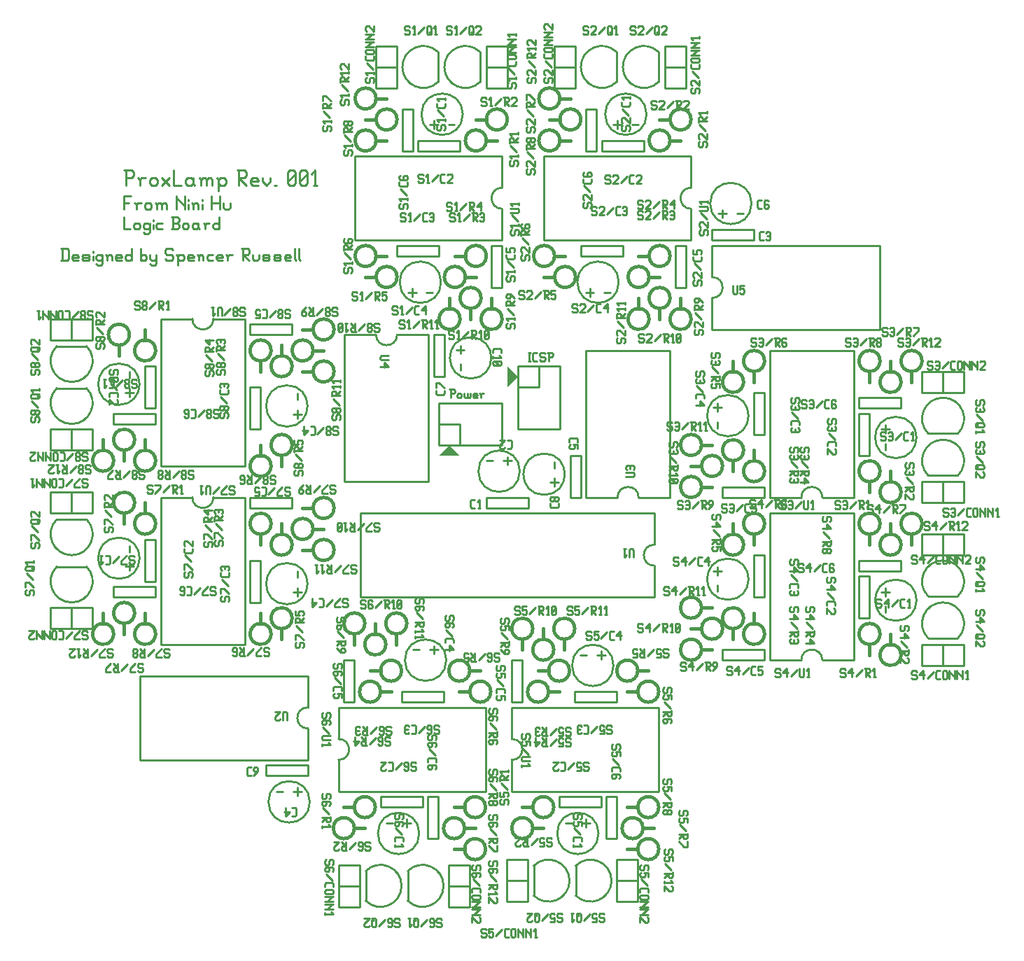
<source format=gbr>
G04 start of page 10 for group -4079 idx -4079 *
G04 Title: logic, topsilk *
G04 Creator: pcb 20091103 *
G04 CreationDate: Wed 03 Feb 2010 10:59:49 PM GMT UTC *
G04 For: srussell *
G04 Format: Gerber/RS-274X *
G04 PCB-Dimensions: 475000 475000 *
G04 PCB-Coordinate-Origin: lower left *
%MOIN*%
%FSLAX25Y25*%
%LNFRONTSILK*%
%ADD13C,0.0200*%
%ADD36C,0.0100*%
%ADD37C,0.0150*%
G54D13*G36*
X212500Y245000D02*X202500D01*
X207500Y250000D01*
X212500Y245000D01*
G37*
G36*
X235000Y287500D02*X240000Y282500D01*
X235000Y277500D01*
Y287500D01*
G37*
G54D36*X245000Y294000D02*X246000D01*
X245500D02*Y290000D01*
X245000D02*X246000D01*
X247701D02*X249201D01*
X247201Y290500D02*X247701Y290000D01*
X247201Y293500D02*Y290500D01*
Y293500D02*X247701Y294000D01*
X249201D01*
X252402D02*X252902Y293500D01*
X250902Y294000D02*X252402D01*
X250402Y293500D02*X250902Y294000D01*
X250402Y293500D02*Y292500D01*
X250902Y292000D01*
X252402D01*
X252902Y291500D01*
Y290500D01*
X252402Y290000D02*X252902Y290500D01*
X250902Y290000D02*X252402D01*
X250402Y290500D02*X250902Y290000D01*
X254603Y294000D02*Y290000D01*
X254103Y294000D02*X256103D01*
X256603Y293500D01*
Y292500D01*
X256103Y292000D02*X256603Y292500D01*
X254603Y292000D02*X256103D01*
X208000Y276500D02*Y272500D01*
X207500Y276500D02*X209500D01*
X210000Y276000D01*
Y275000D01*
X209500Y274500D02*X210000Y275000D01*
X208000Y274500D02*X209500D01*
X211201Y274000D02*Y273000D01*
Y274000D02*X211701Y274500D01*
X212701D01*
X213201Y274000D01*
Y273000D01*
X212701Y272500D02*X213201Y273000D01*
X211701Y272500D02*X212701D01*
X211201Y273000D02*X211701Y272500D01*
X214402Y274500D02*Y273000D01*
X214902Y272500D01*
X215402D01*
X215902Y273000D01*
Y274500D02*Y273000D01*
X216402Y272500D01*
X216902D01*
X217402Y273000D01*
Y274500D02*Y273000D01*
X219103Y272500D02*X220603D01*
X218603Y273000D02*X219103Y272500D01*
X218603Y274000D02*Y273000D01*
Y274000D02*X219103Y274500D01*
X220103D01*
X220603Y274000D01*
X218603Y273500D02*X220603D01*
Y274000D02*Y273500D01*
X222304Y274000D02*Y272500D01*
Y274000D02*X222804Y274500D01*
X223804D01*
X221804D02*X222304Y274000D01*
X53385Y380730D02*Y373650D01*
X52500Y380730D02*X56040D01*
X56925Y379845D01*
Y378075D01*
X56040Y377190D02*X56925Y378075D01*
X53385Y377190D02*X56040D01*
X59935Y376305D02*Y373650D01*
Y376305D02*X60820Y377190D01*
X62590D01*
X59050D02*X59935Y376305D01*
X64716D02*Y374535D01*
Y376305D02*X65601Y377190D01*
X67371D01*
X68256Y376305D01*
Y374535D01*
X67371Y373650D02*X68256Y374535D01*
X65601Y373650D02*X67371D01*
X64716Y374535D02*X65601Y373650D01*
X70382Y377190D02*X73922Y373650D01*
X70382D02*X73922Y377190D01*
X76048Y380730D02*Y373650D01*
X79588D01*
X84368Y377190D02*X85253Y376305D01*
X82598Y377190D02*X84368D01*
X81713Y376305D02*X82598Y377190D01*
X81713Y376305D02*Y374535D01*
X82598Y373650D01*
X85253Y377190D02*Y374535D01*
X86138Y373650D01*
X82598D02*X84368D01*
X85253Y374535D01*
X89149Y376305D02*Y373650D01*
Y376305D02*X90034Y377190D01*
X90919D01*
X91804Y376305D01*
Y373650D01*
Y376305D02*X92689Y377190D01*
X93574D01*
X94459Y376305D01*
Y373650D01*
X88264Y377190D02*X89149Y376305D01*
X97470D02*Y370995D01*
X96585Y377190D02*X97470Y376305D01*
X98355Y377190D01*
X100125D01*
X101010Y376305D01*
Y374535D01*
X100125Y373650D02*X101010Y374535D01*
X98355Y373650D02*X100125D01*
X97470Y374535D02*X98355Y373650D01*
X106322Y380730D02*X109862D01*
X110747Y379845D01*
Y378075D01*
X109862Y377190D02*X110747Y378075D01*
X107207Y377190D02*X109862D01*
X107207Y380730D02*Y373650D01*
Y377190D02*X110747Y373650D01*
X113757D02*X116412D01*
X112872Y374535D02*X113757Y373650D01*
X112872Y376305D02*Y374535D01*
Y376305D02*X113757Y377190D01*
X115527D01*
X116412Y376305D01*
X112872Y375420D02*X116412D01*
Y376305D02*Y375420D01*
X118538Y377190D02*Y375420D01*
X120308Y373650D01*
X122078Y375420D01*
Y377190D02*Y375420D01*
X124204Y373650D02*X125089D01*
X130401Y374535D02*X131286Y373650D01*
X130401Y379845D02*Y374535D01*
Y379845D02*X131286Y380730D01*
X133056D01*
X133941Y379845D01*
Y374535D01*
X133056Y373650D02*X133941Y374535D01*
X131286Y373650D02*X133056D01*
X130401Y375420D02*X133941Y378960D01*
X136067Y374535D02*X136952Y373650D01*
X136067Y379845D02*Y374535D01*
Y379845D02*X136952Y380730D01*
X138722D01*
X139607Y379845D01*
Y374535D01*
X138722Y373650D02*X139607Y374535D01*
X136952Y373650D02*X138722D01*
X136067Y375420D02*X139607Y378960D01*
X142617Y373650D02*X144387D01*
X143502Y380730D02*Y373650D01*
X141732Y378960D02*X143502Y380730D01*
X52500Y358560D02*Y352800D01*
X55380D01*
X57109Y354960D02*Y353520D01*
Y354960D02*X57829Y355680D01*
X59269D01*
X59989Y354960D01*
Y353520D01*
X59269Y352800D02*X59989Y353520D01*
X57829Y352800D02*X59269D01*
X57109Y353520D02*X57829Y352800D01*
X63878Y355680D02*X64598Y354960D01*
X62438Y355680D02*X63878D01*
X61718Y354960D02*X62438Y355680D01*
X61718Y354960D02*Y353520D01*
X62438Y352800D01*
X63878D01*
X64598Y353520D01*
X61718Y351360D02*X62438Y350640D01*
X63878D01*
X64598Y351360D01*
Y355680D02*Y351360D01*
X66328Y357120D02*Y356400D01*
Y354960D02*Y352800D01*
X68489Y355680D02*X70649D01*
X67769Y354960D02*X68489Y355680D01*
X67769Y354960D02*Y353520D01*
X68489Y352800D01*
X70649D01*
X74971D02*X77851D01*
X78571Y353520D01*
Y354960D02*Y353520D01*
X77851Y355680D02*X78571Y354960D01*
X75691Y355680D02*X77851D01*
X75691Y358560D02*Y352800D01*
X74971Y358560D02*X77851D01*
X78571Y357840D01*
Y356400D01*
X77851Y355680D02*X78571Y356400D01*
X80300Y354960D02*Y353520D01*
Y354960D02*X81020Y355680D01*
X82460D01*
X83180Y354960D01*
Y353520D01*
X82460Y352800D02*X83180Y353520D01*
X81020Y352800D02*X82460D01*
X80300Y353520D02*X81020Y352800D01*
X87070Y355680D02*X87790Y354960D01*
X85630Y355680D02*X87070D01*
X84910Y354960D02*X85630Y355680D01*
X84910Y354960D02*Y353520D01*
X85630Y352800D01*
X87790Y355680D02*Y353520D01*
X88510Y352800D01*
X85630D02*X87070D01*
X87790Y353520D01*
X90959Y354960D02*Y352800D01*
Y354960D02*X91679Y355680D01*
X93119D01*
X90239D02*X90959Y354960D01*
X97728Y358560D02*Y352800D01*
X97008D02*X97728Y353520D01*
X95568Y352800D02*X97008D01*
X94848Y353520D02*X95568Y352800D01*
X94848Y354960D02*Y353520D01*
Y354960D02*X95568Y355680D01*
X97008D01*
X97728Y354960D01*
X23220Y343560D02*Y337800D01*
X25380Y343560D02*X26100Y342840D01*
Y338520D01*
X25380Y337800D02*X26100Y338520D01*
X22500Y337800D02*X25380D01*
X22500Y343560D02*X25380D01*
X28549Y337800D02*X30709D01*
X27829Y338520D02*X28549Y337800D01*
X27829Y339960D02*Y338520D01*
Y339960D02*X28549Y340680D01*
X29989D01*
X30709Y339960D01*
X27829Y339240D02*X30709D01*
Y339960D02*Y339240D01*
X33158Y337800D02*X35318D01*
X36038Y338520D01*
X35318Y339240D02*X36038Y338520D01*
X33158Y339240D02*X35318D01*
X32438Y339960D02*X33158Y339240D01*
X32438Y339960D02*X33158Y340680D01*
X35318D01*
X36038Y339960D01*
X32438Y338520D02*X33158Y337800D01*
X37768Y342120D02*Y341400D01*
Y339960D02*Y337800D01*
X41369Y340680D02*X42089Y339960D01*
X39929Y340680D02*X41369D01*
X39209Y339960D02*X39929Y340680D01*
X39209Y339960D02*Y338520D01*
X39929Y337800D01*
X41369D01*
X42089Y338520D01*
X39209Y336360D02*X39929Y335640D01*
X41369D01*
X42089Y336360D01*
Y340680D02*Y336360D01*
X44539Y339960D02*Y337800D01*
Y339960D02*X45259Y340680D01*
X45979D01*
X46699Y339960D01*
Y337800D01*
X43819Y340680D02*X44539Y339960D01*
X49148Y337800D02*X51308D01*
X48428Y338520D02*X49148Y337800D01*
X48428Y339960D02*Y338520D01*
Y339960D02*X49148Y340680D01*
X50588D01*
X51308Y339960D01*
X48428Y339240D02*X51308D01*
Y339960D02*Y339240D01*
X55918Y343560D02*Y337800D01*
X55198D02*X55918Y338520D01*
X53758Y337800D02*X55198D01*
X53038Y338520D02*X53758Y337800D01*
X53038Y339960D02*Y338520D01*
Y339960D02*X53758Y340680D01*
X55198D01*
X55918Y339960D01*
X60239Y343560D02*Y337800D01*
Y338520D02*X60959Y337800D01*
X62399D01*
X63119Y338520D01*
Y339960D02*Y338520D01*
X62399Y340680D02*X63119Y339960D01*
X60959Y340680D02*X62399D01*
X60239Y339960D02*X60959Y340680D01*
X64848D02*Y338520D01*
X65568Y337800D01*
X67728Y340680D02*Y336360D01*
X67008Y335640D02*X67728Y336360D01*
X65568Y335640D02*X67008D01*
X64848Y336360D02*X65568Y335640D01*
Y337800D02*X67008D01*
X67728Y338520D01*
X74930Y343560D02*X75650Y342840D01*
X72770Y343560D02*X74930D01*
X72050Y342840D02*X72770Y343560D01*
X72050Y342840D02*Y341400D01*
X72770Y340680D01*
X74930D01*
X75650Y339960D01*
Y338520D01*
X74930Y337800D02*X75650Y338520D01*
X72770Y337800D02*X74930D01*
X72050Y338520D02*X72770Y337800D01*
X78099Y339960D02*Y335640D01*
X77379Y340680D02*X78099Y339960D01*
X78819Y340680D01*
X80259D01*
X80979Y339960D01*
Y338520D01*
X80259Y337800D02*X80979Y338520D01*
X78819Y337800D02*X80259D01*
X78099Y338520D02*X78819Y337800D01*
X83429D02*X85589D01*
X82709Y338520D02*X83429Y337800D01*
X82709Y339960D02*Y338520D01*
Y339960D02*X83429Y340680D01*
X84869D01*
X85589Y339960D01*
X82709Y339240D02*X85589D01*
Y339960D02*Y339240D01*
X88038Y339960D02*Y337800D01*
Y339960D02*X88758Y340680D01*
X89478D01*
X90198Y339960D01*
Y337800D01*
X87318Y340680D02*X88038Y339960D01*
X92648Y340680D02*X94808D01*
X91928Y339960D02*X92648Y340680D01*
X91928Y339960D02*Y338520D01*
X92648Y337800D01*
X94808D01*
X97257D02*X99417D01*
X96537Y338520D02*X97257Y337800D01*
X96537Y339960D02*Y338520D01*
Y339960D02*X97257Y340680D01*
X98697D01*
X99417Y339960D01*
X96537Y339240D02*X99417D01*
Y339960D02*Y339240D01*
X101867Y339960D02*Y337800D01*
Y339960D02*X102587Y340680D01*
X104027D01*
X101147D02*X101867Y339960D01*
X108348Y343560D02*X111228D01*
X111948Y342840D01*
Y341400D01*
X111228Y340680D02*X111948Y341400D01*
X109068Y340680D02*X111228D01*
X109068Y343560D02*Y337800D01*
Y340680D02*X111948Y337800D01*
X113677Y340680D02*Y338520D01*
X114397Y337800D01*
X115837D01*
X116557Y338520D01*
Y340680D02*Y338520D01*
X119007Y337800D02*X121167D01*
X121887Y338520D01*
X121167Y339240D02*X121887Y338520D01*
X119007Y339240D02*X121167D01*
X118287Y339960D02*X119007Y339240D01*
X118287Y339960D02*X119007Y340680D01*
X121167D01*
X121887Y339960D01*
X118287Y338520D02*X119007Y337800D01*
X124336D02*X126496D01*
X127216Y338520D01*
X126496Y339240D02*X127216Y338520D01*
X124336Y339240D02*X126496D01*
X123616Y339960D02*X124336Y339240D01*
X123616Y339960D02*X124336Y340680D01*
X126496D01*
X127216Y339960D01*
X123616Y338520D02*X124336Y337800D01*
X129666D02*X131826D01*
X128946Y338520D02*X129666Y337800D01*
X128946Y339960D02*Y338520D01*
Y339960D02*X129666Y340680D01*
X131106D01*
X131826Y339960D01*
X128946Y339240D02*X131826D01*
Y339960D02*Y339240D01*
X133555Y343560D02*Y338520D01*
X134275Y337800D01*
X135717Y343560D02*Y338520D01*
X136437Y337800D01*
X52500Y368450D02*Y362250D01*
Y368450D02*X55600D01*
X52500Y365350D02*X54825D01*
X58236Y364575D02*Y362250D01*
Y364575D02*X59011Y365350D01*
X60561D01*
X57461D02*X58236Y364575D01*
X62423D02*Y363025D01*
Y364575D02*X63198Y365350D01*
X64748D01*
X65523Y364575D01*
Y363025D01*
X64748Y362250D02*X65523Y363025D01*
X63198Y362250D02*X64748D01*
X62423Y363025D02*X63198Y362250D01*
X68159Y364575D02*Y362250D01*
Y364575D02*X68934Y365350D01*
X69709D01*
X70484Y364575D01*
Y362250D01*
Y364575D02*X71259Y365350D01*
X72034D01*
X72809Y364575D01*
Y362250D01*
X67384Y365350D02*X68159Y364575D01*
X77461Y368450D02*Y362250D01*
Y368450D02*Y367675D01*
X81336Y363800D01*
Y368450D02*Y362250D01*
X83197Y366900D02*Y366125D01*
Y364575D02*Y362250D01*
X85524Y364575D02*Y362250D01*
Y364575D02*X86299Y365350D01*
X87074D01*
X87849Y364575D01*
Y362250D01*
X84749Y365350D02*X85524Y364575D01*
X89710Y366900D02*Y366125D01*
Y364575D02*Y362250D01*
X94052Y368450D02*Y362250D01*
X97927Y368450D02*Y362250D01*
X94052Y365350D02*X97927D01*
X99788D02*Y363025D01*
X100563Y362250D01*
X102113D01*
X102888Y363025D01*
Y365350D02*Y363025D01*
G54D37*X252126Y162500D02*Y157500D01*
G75*G03X252126Y157500I0J-5000D01*G01*
G54D36*X237126Y147500D02*Y127500D01*
Y147500D02*X242126D01*
Y127500D01*
X237126D02*X242126D01*
G54D37*X217126Y142500D02*X222126D01*
X217126D02*G75*G03X217126Y142500I-5000J0D01*G01*
X242126Y157500D02*Y152500D01*
Y157500D02*G75*G03X242126Y157500I0J5000D01*G01*
X292126Y132500D02*X297126D01*
G75*G03X297126Y132500I5000J0D01*G01*
Y142500D02*X302126D01*
X297126D02*G75*G03X297126Y142500I-5000J0D01*G01*
X212126Y132500D02*X217126D01*
G75*G03X217126Y132500I5000J0D01*G01*
G54D36*X279626Y151889D02*Y147952D01*
X277658Y149921D02*X281595D01*
X269784D02*X272736D01*
X285532Y145000D02*G75*G03X285532Y145000I-9843J0D01*G01*
G54D37*X262126Y157500D02*Y152500D01*
Y157500D02*G75*G03X262126Y157500I0J5000D01*G01*
G54D36*X267126Y127500D02*X287126D01*
X267126Y132500D02*Y127500D01*
Y132500D02*X287126D01*
Y127500D01*
G54D37*X254626Y132500D02*X259626D01*
X254626D02*G75*G03X254626Y132500I-5000J0D01*G01*
X249626Y142500D02*X254626D01*
G75*G03X254626Y142500I5000J0D01*G01*
G54D36*X225000Y225000D02*X245000D01*
Y220000D01*
X225000D02*X245000D01*
X225000Y225000D02*Y220000D01*
X165000Y217500D02*X305000D01*
X165000D02*Y177500D01*
X305000D01*
Y217500D02*Y202500D01*
Y192500D02*Y177500D01*
Y202500D02*G75*G03X305000Y192500I0J-5000D01*G01*
X197126Y82500D02*Y62500D01*
Y82500D02*X202126D01*
Y62500D01*
X197126D02*X202126D01*
X187126Y71889D02*Y67952D01*
X185158Y69921D02*X189095D01*
X177284D02*X180236D01*
X193032Y65000D02*G75*G03X193032Y65000I-9843J0D01*G01*
G54D37*X162126Y67500D02*X167126D01*
X162126D02*G75*G03X162126Y67500I-5000J0D01*G01*
G54D36*X120000Y97500D02*X140000D01*
Y92500D01*
X120000D02*X140000D01*
X120000Y97500D02*Y92500D01*
X135000Y86889D02*Y82952D01*
X133032Y84921D02*X136969D01*
X125158D02*X128110D01*
X140906Y80000D02*G75*G03X140906Y80000I-9843J0D01*G01*
X187626Y47000D02*Y33000D01*
X187554Y32929D02*G75*G03X187554Y47071I7071J7071D01*G01*
X154626Y30000D02*X164626D01*
Y50000D02*Y30000D01*
X154626Y50000D02*X164626D01*
X154626D02*Y30000D01*
X164626Y40000D02*Y30000D01*
X154626Y40000D02*X164626D01*
X167626Y47000D02*Y33000D01*
X167554Y32929D02*G75*G03X167554Y47071I7071J7071D01*G01*
G54D37*X172126Y165000D02*Y160000D01*
G75*G03X172126Y160000I0J-5000D01*G01*
X162126D02*Y155000D01*
Y160000D02*G75*G03X162126Y160000I0J5000D01*G01*
X169626Y142500D02*X174626D01*
G75*G03X174626Y142500I5000J0D01*G01*
G54D36*X157126Y147500D02*Y127500D01*
Y147500D02*X162126D01*
Y127500D01*
X157126D02*X162126D01*
G54D37*X174626Y132500D02*X179626D01*
X174626D02*G75*G03X174626Y132500I-5000J0D01*G01*
X182126Y160000D02*Y155000D01*
Y160000D02*G75*G03X182126Y160000I0J5000D01*G01*
X214626Y67500D02*X219626D01*
X214626D02*G75*G03X214626Y67500I-5000J0D01*G01*
G54D36*X154626Y85000D02*X224626D01*
Y125000D02*Y85000D01*
X154626Y125000D02*X224626D01*
X154626Y100000D02*Y85000D01*
Y125000D02*Y110000D01*
Y100000D02*G75*G03X154626Y110000I0J5000D01*G01*
G54D37*X157126Y77500D02*X162126D01*
G75*G03X162126Y77500I5000J0D01*G01*
G54D36*X184626Y127500D02*X204626D01*
X184626Y132500D02*Y127500D01*
Y132500D02*X204626D01*
Y127500D01*
X174626Y77500D02*X194626D01*
X174626Y82500D02*Y77500D01*
Y82500D02*X194626D01*
Y77500D01*
X200000Y154389D02*Y150452D01*
X198032Y152421D02*X201969D01*
X190158D02*X193110D01*
X205906Y147500D02*G75*G03X205906Y147500I-9843J0D01*G01*
G54D37*X292126Y77500D02*X297126D01*
G75*G03X297126Y77500I5000J0D01*G01*
G54D36*X237126Y85000D02*X307126D01*
Y125000D02*Y85000D01*
X237126Y125000D02*X307126D01*
X237126Y100000D02*Y85000D01*
Y125000D02*Y110000D01*
Y100000D02*G75*G03X237126Y110000I0J5000D01*G01*
G54D37*X242126Y77500D02*X247126D01*
G75*G03X247126Y77500I5000J0D01*G01*
G54D36*X259626D02*X279626D01*
X259626Y82500D02*Y77500D01*
Y82500D02*X279626D01*
Y77500D01*
G54D37*X299626Y67500D02*X304626D01*
X299626D02*G75*G03X299626Y67500I-5000J0D01*G01*
G54D36*X267626Y49500D02*Y35500D01*
X267554Y35429D02*G75*G03X267554Y49571I7071J7071D01*G01*
G54D37*X292126Y57500D02*X297126D01*
G75*G03X297126Y57500I5000J0D01*G01*
G54D36*X247626Y49500D02*Y35500D01*
X247554Y35429D02*G75*G03X247554Y49571I7071J7071D01*G01*
X287126Y52500D02*X297126D01*
X287126D02*Y32500D01*
X297126D01*
Y52500D02*Y32500D01*
X287126Y52500D02*Y42500D01*
X297126D01*
X287126Y82500D02*Y62500D01*
X282126D02*X287126D01*
X282126Y82500D02*Y62500D01*
Y82500D02*X287126D01*
X272500Y71889D02*Y67952D01*
X270532Y69921D02*X274469D01*
X262658D02*X265610D01*
X278406Y65000D02*G75*G03X278406Y65000I-9843J0D01*G01*
G54D37*X247126Y67500D02*X252126D01*
X247126D02*G75*G03X247126Y67500I-5000J0D01*G01*
X209626Y77500D02*X214626D01*
G75*G03X214626Y77500I5000J0D01*G01*
X209626Y57500D02*X214626D01*
G75*G03X214626Y57500I5000J0D01*G01*
G54D36*X207126Y50000D02*X217126D01*
X207126D02*Y30000D01*
X217126D01*
Y50000D02*Y30000D01*
X207126Y50000D02*Y40000D01*
X217126D01*
X234626Y32500D02*X244626D01*
Y52500D02*Y32500D01*
X234626Y52500D02*X244626D01*
X234626D02*Y32500D01*
X244626Y42500D02*Y32500D01*
X234626Y42500D02*X244626D01*
X20500Y192000D02*X34500D01*
X20428Y192072D02*G75*G03X34571Y192071I7071J-7071D01*G01*
X20500Y214500D02*X34500D01*
X20428Y214572D02*G75*G03X34571Y214571I7071J-7071D01*G01*
X17500Y227500D02*Y217500D01*
X37500D01*
Y227500D02*Y217500D01*
X17500Y227500D02*X37500D01*
X17500Y217500D02*X27500D01*
Y227500D02*Y217500D01*
G54D37*X52500D02*Y212500D01*
Y217500D02*G75*G03X52500Y217500I0J5000D01*G01*
X62500Y222500D02*Y217500D01*
G75*G03X62500Y217500I0J-5000D01*G01*
G54D36*X52952Y192126D02*X56889D01*
X54921Y194094D02*Y190157D01*
Y201968D02*Y199016D01*
X50000Y186220D02*G75*G03X50000Y186220I0J9843D01*G01*
X62500Y205000D02*Y185000D01*
Y205000D02*X67500D01*
Y185000D01*
X62500D02*X67500D01*
G54D37*X62500Y170000D02*Y165000D01*
G75*G03X62500Y165000I0J-5000D01*G01*
X52500D02*Y160000D01*
Y165000D02*G75*G03X52500Y165000I0J5000D01*G01*
G54D36*X47500Y177500D02*X67500D01*
X47500Y182500D02*Y177500D01*
Y182500D02*X67500D01*
Y177500D01*
X37500Y172500D02*Y162500D01*
X17500Y172500D02*X37500D01*
X17500D02*Y162500D01*
X37500D01*
X27500Y172500D02*X37500D01*
X27500D02*Y162500D01*
G54D37*X42500Y170000D02*Y165000D01*
G75*G03X42500Y165000I0J-5000D01*G01*
X127500Y162500D02*Y157500D01*
Y162500D02*G75*G03X127500Y162500I0J5000D01*G01*
G54D36*X112500Y195000D02*Y175000D01*
Y195000D02*X117500D01*
Y175000D01*
X112500D02*X117500D01*
X132952Y180000D02*X136889D01*
X134921Y181968D02*Y178031D01*
Y189842D02*Y186890D01*
X130000Y174094D02*G75*G03X130000Y174094I0J9843D01*G01*
G54D37*X117500Y170000D02*Y165000D01*
G75*G03X117500Y165000I0J-5000D01*G01*
G54D36*X60000Y140000D02*X140000D01*
X60000D02*Y100000D01*
X140000D01*
Y140000D02*Y125000D01*
Y115000D02*Y100000D01*
Y125000D02*G75*G03X140000Y115000I0J-5000D01*G01*
G54D37*X137500Y200000D02*X142500D01*
G75*G03X142500Y200000I5000J0D01*G01*
X127500Y212500D02*Y207500D01*
G75*G03X127500Y207500I0J-5000D01*G01*
X137500Y220000D02*X142500D01*
G75*G03X142500Y220000I5000J0D01*G01*
Y210000D02*X147500D01*
X142500D02*G75*G03X142500Y210000I-5000J0D01*G01*
X117500Y207500D02*Y202500D01*
Y207500D02*G75*G03X117500Y207500I0J5000D01*G01*
G54D36*X70000Y225000D02*Y155000D01*
X110000D01*
Y225000D02*Y155000D01*
X70000Y225000D02*X85000D01*
X95000D02*X110000D01*
X85000D02*G75*G03X95000Y225000I5000J0D01*G01*
X112500Y220000D02*X132500D01*
X112500Y225000D02*Y220000D01*
Y225000D02*X132500D01*
Y220000D01*
G54D37*X127500Y245000D02*Y240000D01*
Y245000D02*G75*G03X127500Y245000I0J5000D01*G01*
X117500Y250000D02*Y245000D01*
G75*G03X117500Y245000I0J-5000D01*G01*
G54D36*X112500Y277500D02*Y257500D01*
Y277500D02*X117500D01*
Y257500D01*
X112500D02*X117500D01*
G54D37*Y290000D02*Y285000D01*
Y290000D02*G75*G03X117500Y290000I0J5000D01*G01*
G54D36*X70000Y310000D02*Y240000D01*
X110000D01*
Y310000D02*Y240000D01*
X70000Y310000D02*X85000D01*
X95000D02*X110000D01*
X85000D02*G75*G03X95000Y310000I5000J0D01*G01*
G54D37*X142500Y295000D02*X147500D01*
X142500D02*G75*G03X142500Y295000I-5000J0D01*G01*
X137500Y305000D02*X142500D01*
G75*G03X142500Y305000I5000J0D01*G01*
X127500Y297500D02*Y292500D01*
G75*G03X127500Y292500I0J-5000D01*G01*
X137500Y285000D02*X142500D01*
G75*G03X142500Y285000I5000J0D01*G01*
G54D36*X132952Y264626D02*X136889D01*
X134921Y266594D02*Y262657D01*
Y274468D02*Y271516D01*
X130000Y258720D02*G75*G03X130000Y258720I0J9843D01*G01*
X112500Y307500D02*X132500D01*
Y302500D01*
X112500D02*X132500D01*
X112500Y307500D02*Y302500D01*
X37500Y257500D02*Y247500D01*
X17500Y257500D02*X37500D01*
X17500D02*Y247500D01*
X37500D01*
X27500Y257500D02*X37500D01*
X27500D02*Y247500D01*
G54D37*X62500Y252500D02*Y247500D01*
G75*G03X62500Y247500I0J-5000D01*G01*
X42500Y252500D02*Y247500D01*
G75*G03X42500Y247500I0J-5000D01*G01*
G54D36*X17500Y310000D02*Y300000D01*
X37500D01*
Y310000D02*Y300000D01*
X17500Y310000D02*X37500D01*
X17500Y300000D02*X27500D01*
Y310000D02*Y300000D01*
X52952Y275000D02*X56889D01*
X54921Y276968D02*Y273031D01*
Y284842D02*Y281890D01*
X50000Y269094D02*G75*G03X50000Y269094I0J9843D01*G01*
X62500Y287500D02*Y267500D01*
Y287500D02*X67500D01*
Y267500D01*
X62500D02*X67500D01*
G54D37*X62500Y305000D02*Y300000D01*
G75*G03X62500Y300000I0J-5000D01*G01*
X50000Y297500D02*Y292500D01*
Y297500D02*G75*G03X50000Y297500I0J5000D01*G01*
G54D36*X20500Y277000D02*X34500D01*
X20428Y277072D02*G75*G03X34571Y277071I7071J-7071D01*G01*
X20500Y297000D02*X34500D01*
X20428Y297072D02*G75*G03X34571Y297071I7071J-7071D01*G01*
X47500Y260000D02*X67500D01*
X47500Y265000D02*Y260000D01*
Y265000D02*X67500D01*
Y260000D01*
G54D37*X52500Y247500D02*Y242500D01*
Y247500D02*G75*G03X52500Y247500I0J5000D01*G01*
G54D36*X432500Y207500D02*Y197500D01*
X452500D01*
Y207500D02*Y197500D01*
X432500Y207500D02*X452500D01*
X432500Y197500D02*X442500D01*
Y207500D02*Y197500D01*
X452500Y155000D02*Y145000D01*
X432500Y155000D02*X452500D01*
X432500D02*Y145000D01*
X452500D01*
X442500Y155000D02*X452500D01*
X442500D02*Y145000D01*
X435500Y158000D02*X449500D01*
X449571Y157929D02*G75*G03X435428Y157928I-7071J7071D01*G01*
X435500Y178000D02*X449500D01*
X449571Y177929D02*G75*G03X435428Y177928I-7071J7071D01*G01*
X435500Y235500D02*X449500D01*
X449571Y235429D02*G75*G03X435428Y235428I-7071J7071D01*G01*
X452500Y232500D02*Y222500D01*
X432500Y232500D02*X452500D01*
X432500D02*Y222500D01*
X452500D01*
X442500Y232500D02*X452500D01*
X442500D02*Y222500D01*
G54D37*X417500Y237500D02*Y232500D01*
G75*G03X417500Y232500I0J-5000D01*G01*
X427500Y207500D02*Y202500D01*
Y207500D02*G75*G03X427500Y207500I0J5000D01*G01*
G54D36*X413111Y180000D02*X417048D01*
X415079Y181969D02*Y178032D01*
Y173110D02*Y170158D01*
X420000Y185906D02*G75*G03X420000Y185906I0J-9843D01*G01*
G54D37*X417500Y160000D02*Y155000D01*
G75*G03X417500Y155000I0J-5000D01*G01*
Y212500D02*Y207500D01*
G75*G03X417500Y207500I0J-5000D01*G01*
X427500Y285000D02*Y280000D01*
Y285000D02*G75*G03X427500Y285000I0J5000D01*G01*
G54D36*X413111Y257500D02*X417048D01*
X415079Y259469D02*Y255532D01*
Y250610D02*Y247658D01*
X420000Y263406D02*G75*G03X420000Y263406I0J-9843D01*G01*
X435500Y255500D02*X449500D01*
X449571Y255429D02*G75*G03X435428Y255428I-7071J7071D01*G01*
X432500Y285000D02*Y275000D01*
X452500D01*
Y285000D02*Y275000D01*
X432500Y285000D02*X452500D01*
X432500Y275000D02*X442500D01*
Y285000D02*Y275000D01*
G54D37*X417500Y290000D02*Y285000D01*
G75*G03X417500Y285000I0J-5000D01*G01*
X407500Y207500D02*Y202500D01*
Y207500D02*G75*G03X407500Y207500I0J5000D01*G01*
Y232500D02*Y227500D01*
Y232500D02*G75*G03X407500Y232500I0J5000D01*G01*
G54D36*X402500Y267500D02*X422500D01*
X402500Y272500D02*Y267500D01*
Y272500D02*X422500D01*
Y267500D01*
X407500Y265000D02*Y245000D01*
X402500D02*X407500D01*
X402500Y265000D02*Y245000D01*
Y265000D02*X407500D01*
X402500Y190000D02*X422500D01*
X402500Y195000D02*Y190000D01*
Y195000D02*X422500D01*
Y190000D01*
X400000Y295000D02*Y225000D01*
X360000Y295000D02*X400000D01*
X360000D02*Y225000D01*
X385000D02*X400000D01*
X360000D02*X375000D01*
X385000D02*G75*G03X375000Y225000I-5000J0D01*G01*
X400000Y217500D02*Y147500D01*
X360000Y217500D02*X400000D01*
X360000D02*Y147500D01*
X385000D02*X400000D01*
X360000D02*X375000D01*
X385000D02*G75*G03X375000Y147500I-5000J0D01*G01*
X332500Y305000D02*X412500D01*
Y345000D02*Y305000D01*
X332500Y345000D02*X412500D01*
X332500Y320000D02*Y305000D01*
Y345000D02*Y330000D01*
Y320000D02*G75*G03X332500Y330000I0J5000D01*G01*
G54D37*X407500Y285000D02*Y280000D01*
Y285000D02*G75*G03X407500Y285000I0J5000D01*G01*
X342500Y290000D02*Y285000D01*
G75*G03X342500Y285000I0J-5000D01*G01*
X352500D02*Y280000D01*
Y285000D02*G75*G03X352500Y285000I0J5000D01*G01*
X407500Y155000D02*Y150000D01*
Y155000D02*G75*G03X407500Y155000I0J5000D01*G01*
G54D36*X357500Y275000D02*Y255000D01*
X352500D02*X357500D01*
X352500Y275000D02*Y255000D01*
Y275000D02*X357500D01*
X337500Y225000D02*X357500D01*
X337500Y230000D02*Y225000D01*
Y230000D02*X357500D01*
Y225000D01*
X337500Y147500D02*X357500D01*
X337500Y152500D02*Y147500D01*
Y152500D02*X357500D01*
Y147500D01*
Y197500D02*Y177500D01*
X352500D02*X357500D01*
X352500Y197500D02*Y177500D01*
Y197500D02*X357500D01*
X407500Y187500D02*Y167500D01*
X402500D02*X407500D01*
X402500Y187500D02*Y167500D01*
Y187500D02*X407500D01*
G54D37*X352500Y207500D02*Y202500D01*
Y207500D02*G75*G03X352500Y207500I0J5000D01*G01*
X342500Y212500D02*Y207500D01*
G75*G03X342500Y207500I0J-5000D01*G01*
G54D36*X333111Y190000D02*X337048D01*
X335079Y191969D02*Y188032D01*
Y183110D02*Y180158D01*
X340000Y195906D02*G75*G03X340000Y195906I0J-9843D01*G01*
G54D37*X327500Y172500D02*X332500D01*
X327500D02*G75*G03X327500Y172500I-5000J0D01*G01*
Y152500D02*X332500D01*
X327500D02*G75*G03X327500Y152500I-5000J0D01*G01*
X342500Y162500D02*Y157500D01*
Y162500D02*G75*G03X342500Y162500I0J5000D01*G01*
X322500D02*X327500D01*
G75*G03X327500Y162500I5000J0D01*G01*
X352500Y170000D02*Y165000D01*
G75*G03X352500Y165000I0J-5000D01*G01*
G54D36*X337500Y362048D02*Y358111D01*
X335531Y360079D02*X339468D01*
X344390D02*X347342D01*
X331594Y365000D02*G75*G03X331594Y365000I9843J0D01*G01*
X270000Y345000D02*X290000D01*
Y340000D01*
X270000D02*X290000D01*
X270000Y345000D02*Y340000D01*
X320000Y345000D02*Y325000D01*
X315000D02*X320000D01*
X315000Y345000D02*Y325000D01*
Y345000D02*X320000D01*
G54D37*X257500Y340000D02*X262500D01*
X257500D02*G75*G03X257500Y340000I-5000J0D01*G01*
X302500Y330000D02*X307500D01*
X302500D02*G75*G03X302500Y330000I-5000J0D01*G01*
X297500Y340000D02*X302500D01*
G75*G03X302500Y340000I5000J0D01*G01*
G54D36*X252500Y387500D02*X322500D01*
X252500D02*Y347500D01*
X322500D01*
Y387500D02*Y372500D01*
Y362500D02*Y347500D01*
Y372500D02*G75*G03X322500Y362500I0J-5000D01*G01*
X332500Y347500D02*X352500D01*
X332500Y352500D02*Y347500D01*
Y352500D02*X352500D01*
Y347500D01*
X235000Y244389D02*Y240452D01*
X233032Y242421D02*X236969D01*
X225158D02*X228110D01*
X240906Y237500D02*G75*G03X240906Y237500I-9843J0D01*G01*
G54D37*X327500Y230000D02*X332500D01*
X327500D02*G75*G03X327500Y230000I-5000J0D01*G01*
X342500Y242500D02*Y237500D01*
Y242500D02*G75*G03X342500Y242500I0J5000D01*G01*
X327500Y250000D02*X332500D01*
X327500D02*G75*G03X327500Y250000I-5000J0D01*G01*
X322500Y240000D02*X327500D01*
G75*G03X327500Y240000I5000J0D01*G01*
X352500Y247500D02*Y242500D01*
G75*G03X352500Y242500I0J-5000D01*G01*
G54D36*X202500Y250000D02*X232500D01*
Y270000D02*Y250000D01*
X202500Y270000D02*X232500D01*
X202500D02*Y250000D01*
X212500Y260000D02*Y250000D01*
X202500Y260000D02*X212500D01*
X210611Y295374D02*X214548D01*
X212579Y297343D02*Y293406D01*
Y288484D02*Y285532D01*
X217500Y301280D02*G75*G03X217500Y301280I0J-9843D01*G01*
X200000Y302500D02*Y282500D01*
Y302500D02*X205000D01*
Y282500D01*
X200000D02*X205000D01*
X240000Y287500D02*Y257500D01*
X260000D01*
Y287500D01*
X240000D01*
Y277500D02*X250000D01*
Y287500D01*
X333111Y267874D02*X337048D01*
X335079Y269843D02*Y265906D01*
Y260984D02*Y258032D01*
X340000Y273780D02*G75*G03X340000Y273780I0J-9843D01*G01*
X312500Y295000D02*Y225000D01*
X272500Y295000D02*X312500D01*
X272500D02*Y225000D01*
X297500D02*X312500D01*
X272500D02*X287500D01*
X297500D02*G75*G03X287500Y225000I-5000J0D01*G01*
X270000Y245000D02*Y225000D01*
X265000D02*X270000D01*
X265000Y245000D02*Y225000D01*
Y245000D02*X270000D01*
X255452Y232126D02*X259389D01*
X257421Y234094D02*Y230157D01*
Y241968D02*Y239016D01*
X252500Y226220D02*G75*G03X252500Y226220I0J9843D01*G01*
X157500Y302500D02*Y232500D01*
X197500D01*
Y302500D01*
X157500D02*X172500D01*
X182500D02*X197500D01*
X172500D02*G75*G03X182500Y302500I5000J0D01*G01*
X222000Y437000D02*Y423000D01*
X222071Y437072D02*G75*G03X222071Y422928I-7071J-7071D01*G01*
X225000Y440000D02*X235000D01*
X225000D02*Y420000D01*
X235000D01*
Y440000D02*Y420000D01*
X225000Y440000D02*Y430000D01*
X235000D01*
X202000Y437000D02*Y423000D01*
X202071Y437072D02*G75*G03X202071Y422928I-7071J-7071D01*G01*
G54D37*X220000Y405000D02*X225000D01*
G75*G03X225000Y405000I5000J0D01*G01*
Y395000D02*X230000D01*
X225000D02*G75*G03X225000Y395000I-5000J0D01*G01*
X260000D02*X265000D01*
X260000D02*G75*G03X260000Y395000I-5000J0D01*G01*
G54D36*X200000Y404548D02*Y400611D01*
X198031Y402579D02*X201968D01*
X206890D02*X209842D01*
X194094Y407500D02*G75*G03X194094Y407500I9843J0D01*G01*
X190000Y410000D02*Y390000D01*
X185000D02*X190000D01*
X185000Y410000D02*Y390000D01*
Y410000D02*X190000D01*
G54D37*X172500Y415000D02*X177500D01*
X172500D02*G75*G03X172500Y415000I-5000J0D01*G01*
Y395000D02*X177500D01*
X172500D02*G75*G03X172500Y395000I-5000J0D01*G01*
X167500Y405000D02*X172500D01*
G75*G03X172500Y405000I5000J0D01*G01*
G54D36*Y420000D02*X182500D01*
Y440000D02*Y420000D01*
X172500Y440000D02*X182500D01*
X172500D02*Y420000D01*
X182500Y430000D02*Y420000D01*
X172500Y430000D02*X182500D01*
X232500Y345000D02*Y325000D01*
X227500D02*X232500D01*
X227500Y345000D02*Y325000D01*
Y345000D02*X232500D01*
G54D37*X215000Y330000D02*X220000D01*
X215000D02*G75*G03X215000Y330000I-5000J0D01*G01*
X217500Y315000D02*Y310000D01*
Y315000D02*G75*G03X217500Y315000I0J5000D01*G01*
X207500Y320000D02*Y315000D01*
G75*G03X207500Y315000I0J-5000D01*G01*
X227500Y320000D02*Y315000D01*
G75*G03X227500Y315000I0J-5000D01*G01*
G54D36*X192500Y395000D02*X212500D01*
Y390000D01*
X192500D02*X212500D01*
X192500Y395000D02*Y390000D01*
X162500Y387500D02*X232500D01*
X162500D02*Y347500D01*
X232500D01*
Y387500D02*Y372500D01*
Y362500D02*Y347500D01*
Y372500D02*G75*G03X232500Y362500I0J-5000D01*G01*
G54D37*X172500Y340000D02*X177500D01*
X172500D02*G75*G03X172500Y340000I-5000J0D01*G01*
G54D36*X274252Y324548D02*Y320611D01*
X272283Y322579D02*X276220D01*
X281142D02*X284094D01*
X268346Y327500D02*G75*G03X268346Y327500I9843J0D01*G01*
G54D37*X297500Y320000D02*Y315000D01*
G75*G03X297500Y315000I0J-5000D01*G01*
X307500D02*Y310000D01*
Y315000D02*G75*G03X307500Y315000I0J5000D01*G01*
X252500Y330000D02*X257500D01*
G75*G03X257500Y330000I5000J0D01*G01*
G54D36*X280000Y395000D02*X300000D01*
Y390000D01*
X280000D02*X300000D01*
X280000Y395000D02*Y390000D01*
G54D37*X317500Y320000D02*Y315000D01*
G75*G03X317500Y315000I0J-5000D01*G01*
G54D36*X182500Y345000D02*X202500D01*
Y340000D01*
X182500D02*X202500D01*
X182500Y345000D02*Y340000D01*
G54D37*X167500Y330000D02*X172500D01*
G75*G03X172500Y330000I5000J0D01*G01*
G54D36*X189626Y324548D02*Y320611D01*
X187657Y322579D02*X191594D01*
X196516D02*X199468D01*
X183720Y327500D02*G75*G03X183720Y327500I9843J0D01*G01*
G54D37*X210000Y340000D02*X215000D01*
G75*G03X215000Y340000I5000J0D01*G01*
X260000Y415000D02*X265000D01*
X260000D02*G75*G03X260000Y415000I-5000J0D01*G01*
X255000Y405000D02*X260000D01*
G75*G03X260000Y405000I5000J0D01*G01*
X307500D02*X312500D01*
G75*G03X312500Y405000I5000J0D01*G01*
Y395000D02*X317500D01*
X312500D02*G75*G03X312500Y395000I-5000J0D01*G01*
G54D36*X287500Y404548D02*Y400611D01*
X285531Y402579D02*X289468D01*
X294390D02*X297342D01*
X281594Y407500D02*G75*G03X281594Y407500I9843J0D01*G01*
X272500Y410000D02*Y390000D01*
Y410000D02*X277500D01*
Y390000D01*
X272500D02*X277500D01*
X287000Y437000D02*Y423000D01*
X287071Y437072D02*G75*G03X287071Y422928I-7071J-7071D01*G01*
X307000Y437000D02*Y423000D01*
X307071Y437072D02*G75*G03X307071Y422928I-7071J-7071D01*G01*
X257500Y420000D02*X267500D01*
Y440000D02*Y420000D01*
X257500Y440000D02*X267500D01*
X257500D02*Y420000D01*
X267500Y430000D02*Y420000D01*
X257500Y430000D02*X267500D01*
X310000Y440000D02*X320000D01*
X310000D02*Y420000D01*
X320000D01*
Y440000D02*Y420000D01*
X310000Y440000D02*Y430000D01*
X320000D01*
X313126Y89000D02*X312626Y88500D01*
X313126Y90500D02*Y89000D01*
X312626Y91000D02*X313126Y90500D01*
X311626Y91000D02*X312626D01*
X311626D02*X311126Y90500D01*
Y89000D01*
X310626Y88500D01*
X309626D02*X310626D01*
X309126Y89000D02*X309626Y88500D01*
X309126Y90500D02*Y89000D01*
X309626Y91000D02*X309126Y90500D01*
X313126Y87299D02*Y85299D01*
X311126Y87299D02*X313126D01*
X311126D02*X311626Y86799D01*
Y85799D01*
X311126Y85299D01*
X309626D02*X311126D01*
X309126Y85799D02*X309626Y85299D01*
X309126Y86799D02*Y85799D01*
X309626Y87299D02*X309126Y86799D01*
X309626Y84098D02*X312626Y81098D01*
X313126Y79897D02*Y77897D01*
X312626Y77397D01*
X311626D02*X312626D01*
X311126Y77897D02*X311626Y77397D01*
X311126Y79397D02*Y77897D01*
X309126Y79397D02*X313126D01*
X311126D02*X309126Y77397D01*
X309626Y76196D02*X309126Y75696D01*
X309626Y76196D02*X310626D01*
X311126Y75696D01*
Y74696D01*
X310626Y74196D01*
X309626D02*X310626D01*
X309126Y74696D02*X309626Y74196D01*
X309126Y75696D02*Y74696D01*
X311626Y76196D02*X311126Y75696D01*
X311626Y76196D02*X312626D01*
X313126Y75696D01*
Y74696D01*
X312626Y74196D01*
X311626D02*X312626D01*
X311126Y74696D02*X311626Y74196D01*
X288626Y105500D02*X288126Y105000D01*
X288626Y107000D02*Y105500D01*
X288126Y107500D02*X288626Y107000D01*
X287126Y107500D02*X288126D01*
X287126D02*X286626Y107000D01*
Y105500D01*
X286126Y105000D01*
X285126D02*X286126D01*
X284626Y105500D02*X285126Y105000D01*
X284626Y107000D02*Y105500D01*
X285126Y107500D02*X284626Y107000D01*
X288626Y103799D02*Y101799D01*
X286626Y103799D02*X288626D01*
X286626D02*X287126Y103299D01*
Y102299D01*
X286626Y101799D01*
X285126D02*X286626D01*
X284626Y102299D02*X285126Y101799D01*
X284626Y103299D02*Y102299D01*
X285126Y103799D02*X284626Y103299D01*
X285126Y100598D02*X288126Y97598D01*
X284626Y95897D02*Y94397D01*
X285126Y96397D02*X284626Y95897D01*
X285126Y96397D02*X288126D01*
X288626Y95897D01*
Y94397D01*
Y91696D02*X288126Y91196D01*
X288626Y92696D02*Y91696D01*
X288126Y93196D02*X288626Y92696D01*
X285126Y93196D02*X288126D01*
X285126D02*X284626Y92696D01*
X286626Y91696D02*X286126Y91196D01*
X286626Y93196D02*Y91696D01*
X284626Y92696D02*Y91696D01*
X285126Y91196D01*
X286126D01*
X313126Y132500D02*X312626Y132000D01*
X313126Y134000D02*Y132500D01*
X312626Y134500D02*X313126Y134000D01*
X311626Y134500D02*X312626D01*
X311626D02*X311126Y134000D01*
Y132500D01*
X310626Y132000D01*
X309626D02*X310626D01*
X309126Y132500D02*X309626Y132000D01*
X309126Y134000D02*Y132500D01*
X309626Y134500D02*X309126Y134000D01*
X313126Y130799D02*Y128799D01*
X311126Y130799D02*X313126D01*
X311126D02*X311626Y130299D01*
Y129299D01*
X311126Y128799D01*
X309626D02*X311126D01*
X309126Y129299D02*X309626Y128799D01*
X309126Y130299D02*Y129299D01*
X309626Y130799D02*X309126Y130299D01*
X309626Y127598D02*X312626Y124598D01*
X313126Y123397D02*Y121397D01*
X312626Y120897D01*
X311626D02*X312626D01*
X311126Y121397D02*X311626Y120897D01*
X311126Y122897D02*Y121397D01*
X309126Y122897D02*X313126D01*
X311126D02*X309126Y120897D01*
X313126Y118196D02*X312626Y117696D01*
X313126Y119196D02*Y118196D01*
X312626Y119696D02*X313126Y119196D01*
X309626Y119696D02*X312626D01*
X309626D02*X309126Y119196D01*
X311126Y118196D02*X310626Y117696D01*
X311126Y119696D02*Y118196D01*
X309126Y119196D02*Y118196D01*
X309626Y117696D01*
X310626D01*
X282626Y112500D02*X282126Y113000D01*
X282626Y112500D02*X284126D01*
X284626Y113000D02*X284126Y112500D01*
X284626Y114000D02*Y113000D01*
Y114000D02*X284126Y114500D01*
X282626D02*X284126D01*
X282626D02*X282126Y115000D01*
Y116000D02*Y115000D01*
X282626Y116500D02*X282126Y116000D01*
X282626Y116500D02*X284126D01*
X284626Y116000D02*X284126Y116500D01*
X278925Y112500D02*X280925D01*
Y114500D02*Y112500D01*
Y114500D02*X280425Y114000D01*
X279425D02*X280425D01*
X279425D02*X278925Y114500D01*
Y116000D02*Y114500D01*
X279425Y116500D02*X278925Y116000D01*
X279425Y116500D02*X280425D01*
X280925Y116000D02*X280425Y116500D01*
X277724Y116000D02*X274724Y113000D01*
X271523Y116500D02*X273023D01*
X273523Y116000D02*X273023Y116500D01*
X273523Y116000D02*Y113000D01*
X273023Y112500D01*
X271523D02*X273023D01*
X270322Y113000D02*X269822Y112500D01*
X268822D02*X269822D01*
X268822D02*X268322Y113000D01*
Y116000D02*Y113000D01*
X268822Y116500D02*X268322Y116000D01*
X268822Y116500D02*X269822D01*
X270322Y116000D02*X269822Y116500D01*
X268322Y114500D02*X269822D01*
X274532Y161283D02*X275032Y160783D01*
X273032Y161283D02*X274532D01*
X272532Y160783D02*X273032Y161283D01*
X272532Y160783D02*Y159783D01*
X273032Y159283D01*
X274532D01*
X275032Y158783D01*
Y157783D01*
X274532Y157283D02*X275032Y157783D01*
X273032Y157283D02*X274532D01*
X272532Y157783D02*X273032Y157283D01*
X276233Y161283D02*X278233D01*
X276233D02*Y159283D01*
X276733Y159783D01*
X277733D01*
X278233Y159283D01*
Y157783D01*
X277733Y157283D02*X278233Y157783D01*
X276733Y157283D02*X277733D01*
X276233Y157783D02*X276733Y157283D01*
X279434Y157783D02*X282434Y160783D01*
X284135Y157283D02*X285635D01*
X283635Y157783D02*X284135Y157283D01*
X283635Y160783D02*Y157783D01*
Y160783D02*X284135Y161283D01*
X285635D01*
X286836Y159283D02*X288836Y161283D01*
X286836Y159283D02*X289336D01*
X288836Y161283D02*Y157283D01*
X265500Y173126D02*X266000Y172626D01*
X264000Y173126D02*X265500D01*
X263500Y172626D02*X264000Y173126D01*
X263500Y172626D02*Y171626D01*
X264000Y171126D01*
X265500D01*
X266000Y170626D01*
Y169626D01*
X265500Y169126D02*X266000Y169626D01*
X264000Y169126D02*X265500D01*
X263500Y169626D02*X264000Y169126D01*
X267201Y173126D02*X269201D01*
X267201D02*Y171126D01*
X267701Y171626D01*
X268701D01*
X269201Y171126D01*
Y169626D01*
X268701Y169126D02*X269201Y169626D01*
X267701Y169126D02*X268701D01*
X267201Y169626D02*X267701Y169126D01*
X270402Y169626D02*X273402Y172626D01*
X274603Y173126D02*X276603D01*
X277103Y172626D01*
Y171626D01*
X276603Y171126D02*X277103Y171626D01*
X275103Y171126D02*X276603D01*
X275103Y173126D02*Y169126D01*
Y171126D02*X277103Y169126D01*
X278804D02*X279804D01*
X279304Y173126D02*Y169126D01*
X278304Y172126D02*X279304Y173126D01*
X281505Y169126D02*X282505D01*
X282005Y173126D02*Y169126D01*
X281005Y172126D02*X282005Y173126D01*
X309626Y149000D02*X309126Y149500D01*
X309626Y149000D02*X311126D01*
X311626Y149500D02*X311126Y149000D01*
X311626Y150500D02*Y149500D01*
Y150500D02*X311126Y151000D01*
X309626D02*X311126D01*
X309626D02*X309126Y151500D01*
Y152500D02*Y151500D01*
X309626Y153000D02*X309126Y152500D01*
X309626Y153000D02*X311126D01*
X311626Y152500D02*X311126Y153000D01*
X305925Y149000D02*X307925D01*
Y151000D02*Y149000D01*
Y151000D02*X307425Y150500D01*
X306425D02*X307425D01*
X306425D02*X305925Y151000D01*
Y152500D02*Y151000D01*
X306425Y153000D02*X305925Y152500D01*
X306425Y153000D02*X307425D01*
X307925Y152500D02*X307425Y153000D01*
X304724Y152500D02*X301724Y149500D01*
X298523Y149000D02*X300523D01*
X298523D02*X298023Y149500D01*
Y150500D02*Y149500D01*
X298523Y151000D02*X298023Y150500D01*
X298523Y151000D02*X300023D01*
Y153000D02*Y149000D01*
Y151000D02*X298023Y153000D01*
X294822Y149000D02*X296822D01*
Y151000D02*Y149000D01*
Y151000D02*X296322Y150500D01*
X295322D02*X296322D01*
X295322D02*X294822Y151000D01*
Y152500D02*Y151000D01*
X295322Y153000D02*X294822Y152500D01*
X295322Y153000D02*X296322D01*
X296822Y152500D02*X296322Y153000D01*
X311500Y182500D02*X312000Y182000D01*
X310000Y182500D02*X311500D01*
X309500Y182000D02*X310000Y182500D01*
X309500Y182000D02*Y181000D01*
X310000Y180500D01*
X311500D01*
X312000Y180000D01*
Y179000D01*
X311500Y178500D02*X312000Y179000D01*
X310000Y178500D02*X311500D01*
X309500Y179000D02*X310000Y178500D01*
X313201Y180500D02*X315201Y182500D01*
X313201Y180500D02*X315701D01*
X315201Y182500D02*Y178500D01*
X316902Y179000D02*X319902Y182000D01*
X321103Y182500D02*X323103D01*
X323603Y182000D01*
Y181000D01*
X323103Y180500D02*X323603Y181000D01*
X321603Y180500D02*X323103D01*
X321603Y182500D02*Y178500D01*
Y180500D02*X323603Y178500D01*
X325304D02*X326304D01*
X325804Y182500D02*Y178500D01*
X324804Y181500D02*X325804Y182500D01*
X328005Y178500D02*X329005D01*
X328505Y182500D02*Y178500D01*
X327505Y181500D02*X328505Y182500D01*
X319500Y146500D02*X320000Y146000D01*
X318000Y146500D02*X319500D01*
X317500Y146000D02*X318000Y146500D01*
X317500Y146000D02*Y145000D01*
X318000Y144500D01*
X319500D01*
X320000Y144000D01*
Y143000D01*
X319500Y142500D02*X320000Y143000D01*
X318000Y142500D02*X319500D01*
X317500Y143000D02*X318000Y142500D01*
X321201Y144500D02*X323201Y146500D01*
X321201Y144500D02*X323701D01*
X323201Y146500D02*Y142500D01*
X324902Y143000D02*X327902Y146000D01*
X329103Y146500D02*X331103D01*
X331603Y146000D01*
Y145000D01*
X331103Y144500D02*X331603Y145000D01*
X329603Y144500D02*X331103D01*
X329603Y146500D02*Y142500D01*
Y144500D02*X331603Y142500D01*
X332804D02*X334804Y144500D01*
Y146000D02*Y144500D01*
X334304Y146500D02*X334804Y146000D01*
X333304Y146500D02*X334304D01*
X332804Y146000D02*X333304Y146500D01*
X332804Y146000D02*Y145000D01*
X333304Y144500D01*
X334804D01*
X299000Y165000D02*X299500Y164500D01*
X297500Y165000D02*X299000D01*
X297000Y164500D02*X297500Y165000D01*
X297000Y164500D02*Y163500D01*
X297500Y163000D01*
X299000D01*
X299500Y162500D01*
Y161500D01*
X299000Y161000D02*X299500Y161500D01*
X297500Y161000D02*X299000D01*
X297000Y161500D02*X297500Y161000D01*
X300701Y163000D02*X302701Y165000D01*
X300701Y163000D02*X303201D01*
X302701Y165000D02*Y161000D01*
X304402Y161500D02*X307402Y164500D01*
X308603Y165000D02*X310603D01*
X311103Y164500D01*
Y163500D01*
X310603Y163000D02*X311103Y163500D01*
X309103Y163000D02*X310603D01*
X309103Y165000D02*Y161000D01*
Y163000D02*X311103Y161000D01*
X312804D02*X313804D01*
X313304Y165000D02*Y161000D01*
X312304Y164000D02*X313304Y165000D01*
X315005Y161500D02*X315505Y161000D01*
X315005Y164500D02*Y161500D01*
Y164500D02*X315505Y165000D01*
X316505D01*
X317005Y164500D01*
Y161500D01*
X316505Y161000D02*X317005Y161500D01*
X315505Y161000D02*X316505D01*
X315005Y162000D02*X317005Y164000D01*
X398000Y301000D02*X398500Y300500D01*
X396500Y301000D02*X398000D01*
X396000Y300500D02*X396500Y301000D01*
X396000Y300500D02*Y299500D01*
X396500Y299000D01*
X398000D01*
X398500Y298500D01*
Y297500D01*
X398000Y297000D02*X398500Y297500D01*
X396500Y297000D02*X398000D01*
X396000Y297500D02*X396500Y297000D01*
X399701Y300500D02*X400201Y301000D01*
X401201D01*
X401701Y300500D01*
Y297500D01*
X401201Y297000D02*X401701Y297500D01*
X400201Y297000D02*X401201D01*
X399701Y297500D02*X400201Y297000D01*
Y299000D02*X401701D01*
X402902Y297500D02*X405902Y300500D01*
X407103Y301000D02*X409103D01*
X409603Y300500D01*
Y299500D01*
X409103Y299000D02*X409603Y299500D01*
X407603Y299000D02*X409103D01*
X407603Y301000D02*Y297000D01*
Y299000D02*X409603Y297000D01*
X410804Y297500D02*X411304Y297000D01*
X410804Y298500D02*Y297500D01*
Y298500D02*X411304Y299000D01*
X412304D01*
X412804Y298500D01*
Y297500D01*
X412304Y297000D02*X412804Y297500D01*
X411304Y297000D02*X412304D01*
X410804Y299500D02*X411304Y299000D01*
X410804Y300500D02*Y299500D01*
Y300500D02*X411304Y301000D01*
X412304D01*
X412804Y300500D01*
Y299500D01*
X412304Y299000D02*X412804Y299500D01*
X415500Y306000D02*X416000Y305500D01*
X414000Y306000D02*X415500D01*
X413500Y305500D02*X414000Y306000D01*
X413500Y305500D02*Y304500D01*
X414000Y304000D01*
X415500D01*
X416000Y303500D01*
Y302500D01*
X415500Y302000D02*X416000Y302500D01*
X414000Y302000D02*X415500D01*
X413500Y302500D02*X414000Y302000D01*
X417201Y305500D02*X417701Y306000D01*
X418701D01*
X419201Y305500D01*
Y302500D01*
X418701Y302000D02*X419201Y302500D01*
X417701Y302000D02*X418701D01*
X417201Y302500D02*X417701Y302000D01*
Y304000D02*X419201D01*
X420402Y302500D02*X423402Y305500D01*
X424603Y306000D02*X426603D01*
X427103Y305500D01*
Y304500D01*
X426603Y304000D02*X427103Y304500D01*
X425103Y304000D02*X426603D01*
X425103Y306000D02*Y302000D01*
Y304000D02*X427103Y302000D01*
X428304D02*X430804Y304500D01*
Y306000D02*Y304500D01*
X428304Y306000D02*X430804D01*
X423000Y301000D02*X423500Y300500D01*
X421500Y301000D02*X423000D01*
X421000Y300500D02*X421500Y301000D01*
X421000Y300500D02*Y299500D01*
X421500Y299000D01*
X423000D01*
X423500Y298500D01*
Y297500D01*
X423000Y297000D02*X423500Y297500D01*
X421500Y297000D02*X423000D01*
X421000Y297500D02*X421500Y297000D01*
X424701Y300500D02*X425201Y301000D01*
X426201D01*
X426701Y300500D01*
Y297500D01*
X426201Y297000D02*X426701Y297500D01*
X425201Y297000D02*X426201D01*
X424701Y297500D02*X425201Y297000D01*
Y299000D02*X426701D01*
X427902Y297500D02*X430902Y300500D01*
X432103Y301000D02*X434103D01*
X434603Y300500D01*
Y299500D01*
X434103Y299000D02*X434603Y299500D01*
X432603Y299000D02*X434103D01*
X432603Y301000D02*Y297000D01*
Y299000D02*X434603Y297000D01*
X436304D02*X437304D01*
X436804Y301000D02*Y297000D01*
X435804Y300000D02*X436804Y301000D01*
X438505Y300500D02*X439005Y301000D01*
X440505D01*
X441005Y300500D01*
Y299500D01*
X438505Y297000D02*X441005Y299500D01*
X438505Y297000D02*X441005D01*
X414658Y256157D02*X415158Y255657D01*
X413158Y256157D02*X414658D01*
X412658Y255657D02*X413158Y256157D01*
X412658Y255657D02*Y254657D01*
X413158Y254157D01*
X414658D01*
X415158Y253657D01*
Y252657D01*
X414658Y252157D02*X415158Y252657D01*
X413158Y252157D02*X414658D01*
X412658Y252657D02*X413158Y252157D01*
X416359Y255657D02*X416859Y256157D01*
X417859D01*
X418359Y255657D01*
Y252657D01*
X417859Y252157D02*X418359Y252657D01*
X416859Y252157D02*X417859D01*
X416359Y252657D02*X416859Y252157D01*
Y254157D02*X418359D01*
X419560Y252657D02*X422560Y255657D01*
X424261Y252157D02*X425761D01*
X423761Y252657D02*X424261Y252157D01*
X423761Y255657D02*Y252657D01*
Y255657D02*X424261Y256157D01*
X425761D01*
X427462Y252157D02*X428462D01*
X427962Y256157D02*Y252157D01*
X426962Y255157D02*X427962Y256157D01*
X462000Y269500D02*X461500Y269000D01*
X462000Y271000D02*Y269500D01*
X461500Y271500D02*X462000Y271000D01*
X460500Y271500D02*X461500D01*
X460500D02*X460000Y271000D01*
Y269500D01*
X459500Y269000D01*
X458500D02*X459500D01*
X458000Y269500D02*X458500Y269000D01*
X458000Y271000D02*Y269500D01*
X458500Y271500D02*X458000Y271000D01*
X461500Y267799D02*X462000Y267299D01*
Y266299D01*
X461500Y265799D01*
X458500D02*X461500D01*
X458000Y266299D02*X458500Y265799D01*
X458000Y267299D02*Y266299D01*
X458500Y267799D02*X458000Y267299D01*
X460000D02*Y265799D01*
X458500Y264598D02*X461500Y261598D01*
X458500Y260397D02*X461500D01*
X462000Y259897D01*
Y258897D01*
X461500Y258397D01*
X458500D02*X461500D01*
X458000Y258897D02*X458500Y258397D01*
X458000Y259897D02*Y258897D01*
X458500Y260397D02*X458000Y259897D01*
X459000Y259397D02*X458000Y258397D01*
Y256696D02*Y255696D01*
Y256196D02*X462000D01*
X461000Y257196D02*X462000Y256196D01*
X437000Y290000D02*X437500Y289500D01*
X435500Y290000D02*X437000D01*
X435000Y289500D02*X435500Y290000D01*
X435000Y289500D02*Y288500D01*
X435500Y288000D01*
X437000D01*
X437500Y287500D01*
Y286500D01*
X437000Y286000D02*X437500Y286500D01*
X435500Y286000D02*X437000D01*
X435000Y286500D02*X435500Y286000D01*
X438701Y289500D02*X439201Y290000D01*
X440201D01*
X440701Y289500D01*
Y286500D01*
X440201Y286000D02*X440701Y286500D01*
X439201Y286000D02*X440201D01*
X438701Y286500D02*X439201Y286000D01*
Y288000D02*X440701D01*
X441902Y286500D02*X444902Y289500D01*
X446603Y286000D02*X448103D01*
X446103Y286500D02*X446603Y286000D01*
X446103Y289500D02*Y286500D01*
Y289500D02*X446603Y290000D01*
X448103D01*
X449304Y289500D02*Y286500D01*
Y289500D02*X449804Y290000D01*
X450804D01*
X451304Y289500D01*
Y286500D01*
X450804Y286000D02*X451304Y286500D01*
X449804Y286000D02*X450804D01*
X449304Y286500D02*X449804Y286000D01*
X452505Y290000D02*Y286000D01*
Y290000D02*Y289500D01*
X455005Y287000D01*
Y290000D02*Y286000D01*
X456206Y290000D02*Y286000D01*
Y290000D02*Y289500D01*
X458706Y287000D01*
Y290000D02*Y286000D01*
X459907Y289500D02*X460407Y290000D01*
X461907D01*
X462407Y289500D01*
Y288500D01*
X459907Y286000D02*X462407Y288500D01*
X459907Y286000D02*X462407D01*
X462000Y249500D02*X461500Y249000D01*
X462000Y251000D02*Y249500D01*
X461500Y251500D02*X462000Y251000D01*
X460500Y251500D02*X461500D01*
X460500D02*X460000Y251000D01*
Y249500D01*
X459500Y249000D01*
X458500D02*X459500D01*
X458000Y249500D02*X458500Y249000D01*
X458000Y251000D02*Y249500D01*
X458500Y251500D02*X458000Y251000D01*
X461500Y247799D02*X462000Y247299D01*
Y246299D01*
X461500Y245799D01*
X458500D02*X461500D01*
X458000Y246299D02*X458500Y245799D01*
X458000Y247299D02*Y246299D01*
X458500Y247799D02*X458000Y247299D01*
X460000D02*Y245799D01*
X458500Y244598D02*X461500Y241598D01*
X458500Y240397D02*X461500D01*
X462000Y239897D01*
Y238897D01*
X461500Y238397D01*
X458500D02*X461500D01*
X458000Y238897D02*X458500Y238397D01*
X458000Y239897D02*Y238897D01*
X458500Y240397D02*X458000Y239897D01*
X459000Y239397D02*X458000Y238397D01*
X461500Y237196D02*X462000Y236696D01*
Y235196D01*
X461500Y234696D01*
X460500D02*X461500D01*
X458000Y237196D02*X460500Y234696D01*
X458000Y237196D02*Y234696D01*
X428500Y239500D02*X428000Y239000D01*
X428500Y241000D02*Y239500D01*
X428000Y241500D02*X428500Y241000D01*
X427000Y241500D02*X428000D01*
X427000D02*X426500Y241000D01*
Y239500D01*
X426000Y239000D01*
X425000D02*X426000D01*
X424500Y239500D02*X425000Y239000D01*
X424500Y241000D02*Y239500D01*
X425000Y241500D02*X424500Y241000D01*
X428000Y237799D02*X428500Y237299D01*
Y236299D01*
X428000Y235799D01*
X425000D02*X428000D01*
X424500Y236299D02*X425000Y235799D01*
X424500Y237299D02*Y236299D01*
X425000Y237799D02*X424500Y237299D01*
X426500D02*Y235799D01*
X425000Y234598D02*X428000Y231598D01*
X428500Y230397D02*Y228397D01*
X428000Y227897D01*
X427000D02*X428000D01*
X426500Y228397D02*X427000Y227897D01*
X426500Y229897D02*Y228397D01*
X424500Y229897D02*X428500D01*
X426500D02*X424500Y227897D01*
X428000Y226696D02*X428500Y226196D01*
Y224696D01*
X428000Y224196D01*
X427000D02*X428000D01*
X424500Y226696D02*X427000Y224196D01*
X424500Y226696D02*Y224196D01*
X444500Y220000D02*X445000Y219500D01*
X443000Y220000D02*X444500D01*
X442500Y219500D02*X443000Y220000D01*
X442500Y219500D02*Y218500D01*
X443000Y218000D01*
X444500D01*
X445000Y217500D01*
Y216500D01*
X444500Y216000D02*X445000Y216500D01*
X443000Y216000D02*X444500D01*
X442500Y216500D02*X443000Y216000D01*
X446201Y219500D02*X446701Y220000D01*
X447701D01*
X448201Y219500D01*
Y216500D01*
X447701Y216000D02*X448201Y216500D01*
X446701Y216000D02*X447701D01*
X446201Y216500D02*X446701Y216000D01*
Y218000D02*X448201D01*
X449402Y216500D02*X452402Y219500D01*
X454103Y216000D02*X455603D01*
X453603Y216500D02*X454103Y216000D01*
X453603Y219500D02*Y216500D01*
Y219500D02*X454103Y220000D01*
X455603D01*
X456804Y219500D02*Y216500D01*
Y219500D02*X457304Y220000D01*
X458304D01*
X458804Y219500D01*
Y216500D01*
X458304Y216000D02*X458804Y216500D01*
X457304Y216000D02*X458304D01*
X456804Y216500D02*X457304Y216000D01*
X460005Y220000D02*Y216000D01*
Y220000D02*Y219500D01*
X462505Y217000D01*
Y220000D02*Y216000D01*
X463706Y220000D02*Y216000D01*
Y220000D02*Y219500D01*
X466206Y217000D01*
Y220000D02*Y216000D01*
X467907D02*X468907D01*
X468407Y220000D02*Y216000D01*
X467407Y219000D02*X468407Y220000D01*
X435500Y213500D02*X436000Y213000D01*
X434000Y213500D02*X435500D01*
X433500Y213000D02*X434000Y213500D01*
X433500Y213000D02*Y212000D01*
X434000Y211500D01*
X435500D01*
X436000Y211000D01*
Y210000D01*
X435500Y209500D02*X436000Y210000D01*
X434000Y209500D02*X435500D01*
X433500Y210000D02*X434000Y209500D01*
X437201Y211500D02*X439201Y213500D01*
X437201Y211500D02*X439701D01*
X439201Y213500D02*Y209500D01*
X440902Y210000D02*X443902Y213000D01*
X445103Y213500D02*X447103D01*
X447603Y213000D01*
Y212000D01*
X447103Y211500D02*X447603Y212000D01*
X445603Y211500D02*X447103D01*
X445603Y213500D02*Y209500D01*
Y211500D02*X447603Y209500D01*
X449304D02*X450304D01*
X449804Y213500D02*Y209500D01*
X448804Y212500D02*X449804Y213500D01*
X451505Y213000D02*X452005Y213500D01*
X453505D01*
X454005Y213000D01*
Y212000D01*
X451505Y209500D02*X454005Y212000D01*
X451505Y209500D02*X454005D01*
X408500Y221500D02*X409000Y221000D01*
X407000Y221500D02*X408500D01*
X406500Y221000D02*X407000Y221500D01*
X406500Y221000D02*Y220000D01*
X407000Y219500D01*
X408500D01*
X409000Y219000D01*
Y218000D01*
X408500Y217500D02*X409000Y218000D01*
X407000Y217500D02*X408500D01*
X406500Y218000D02*X407000Y217500D01*
X410201Y219500D02*X412201Y221500D01*
X410201Y219500D02*X412701D01*
X412201Y221500D02*Y217500D01*
X413902Y218000D02*X416902Y221000D01*
X418103Y221500D02*X420103D01*
X420603Y221000D01*
Y220000D01*
X420103Y219500D02*X420603Y220000D01*
X418603Y219500D02*X420103D01*
X418603Y221500D02*Y217500D01*
Y219500D02*X420603Y217500D01*
X421804D02*X424304Y220000D01*
Y221500D02*Y220000D01*
X421804Y221500D02*X424304D01*
X393000Y223500D02*X393500Y223000D01*
X391500Y223500D02*X393000D01*
X391000Y223000D02*X391500Y223500D01*
X391000Y223000D02*Y222000D01*
X391500Y221500D01*
X393000D01*
X393500Y221000D01*
Y220000D01*
X393000Y219500D02*X393500Y220000D01*
X391500Y219500D02*X393000D01*
X391000Y220000D02*X391500Y219500D01*
X394701Y223000D02*X395201Y223500D01*
X396201D01*
X396701Y223000D01*
Y220000D01*
X396201Y219500D02*X396701Y220000D01*
X395201Y219500D02*X396201D01*
X394701Y220000D02*X395201Y219500D01*
Y221500D02*X396701D01*
X397902Y220000D02*X400902Y223000D01*
X402103Y223500D02*X404103D01*
X404603Y223000D01*
Y222000D01*
X404103Y221500D02*X404603Y222000D01*
X402603Y221500D02*X404103D01*
X402603Y223500D02*Y219500D01*
Y221500D02*X404603Y219500D01*
X406304D02*X407304D01*
X406804Y223500D02*Y219500D01*
X405804Y222500D02*X406804Y223500D01*
X367000D02*X367500Y223000D01*
X365500Y223500D02*X367000D01*
X365000Y223000D02*X365500Y223500D01*
X365000Y223000D02*Y222000D01*
X365500Y221500D01*
X367000D01*
X367500Y221000D01*
Y220000D01*
X367000Y219500D02*X367500Y220000D01*
X365500Y219500D02*X367000D01*
X365000Y220000D02*X365500Y219500D01*
X368701Y223000D02*X369201Y223500D01*
X370201D01*
X370701Y223000D01*
Y220000D01*
X370201Y219500D02*X370701Y220000D01*
X369201Y219500D02*X370201D01*
X368701Y220000D02*X369201Y219500D01*
Y221500D02*X370701D01*
X371902Y220000D02*X374902Y223000D01*
X376103Y223500D02*Y220000D01*
X376603Y219500D01*
X377603D01*
X378103Y220000D01*
Y223500D02*Y220000D01*
X379804Y219500D02*X380804D01*
X380304Y223500D02*Y219500D01*
X379304Y222500D02*X380304Y223500D01*
X373500Y247000D02*X373000Y246500D01*
X373500Y248500D02*Y247000D01*
X373000Y249000D02*X373500Y248500D01*
X372000Y249000D02*X373000D01*
X372000D02*X371500Y248500D01*
Y247000D01*
X371000Y246500D01*
X370000D02*X371000D01*
X369500Y247000D02*X370000Y246500D01*
X369500Y248500D02*Y247000D01*
X370000Y249000D02*X369500Y248500D01*
X373000Y245299D02*X373500Y244799D01*
Y243799D01*
X373000Y243299D01*
X370000D02*X373000D01*
X369500Y243799D02*X370000Y243299D01*
X369500Y244799D02*Y243799D01*
X370000Y245299D02*X369500Y244799D01*
X371500D02*Y243299D01*
X370000Y242098D02*X373000Y239098D01*
X373500Y237897D02*Y235897D01*
X373000Y235397D01*
X372000D02*X373000D01*
X371500Y235897D02*X372000Y235397D01*
X371500Y237397D02*Y235897D01*
X369500Y237397D02*X373500D01*
X371500D02*X369500Y235397D01*
X373000Y234196D02*X373500Y233696D01*
Y232696D01*
X373000Y232196D01*
X370000D02*X373000D01*
X369500Y232696D02*X370000Y232196D01*
X369500Y233696D02*Y232696D01*
X370000Y234196D02*X369500Y233696D01*
X371500D02*Y232196D01*
X378500Y247000D02*X378000Y246500D01*
X378500Y248500D02*Y247000D01*
X378000Y249000D02*X378500Y248500D01*
X377000Y249000D02*X378000D01*
X377000D02*X376500Y248500D01*
Y247000D01*
X376000Y246500D01*
X375000D02*X376000D01*
X374500Y247000D02*X375000Y246500D01*
X374500Y248500D02*Y247000D01*
X375000Y249000D02*X374500Y248500D01*
X378000Y245299D02*X378500Y244799D01*
Y243799D01*
X378000Y243299D01*
X375000D02*X378000D01*
X374500Y243799D02*X375000Y243299D01*
X374500Y244799D02*Y243799D01*
X375000Y245299D02*X374500Y244799D01*
X376500D02*Y243299D01*
X375000Y242098D02*X378000Y239098D01*
X378500Y237897D02*Y235897D01*
X378000Y235397D01*
X377000D02*X378000D01*
X376500Y235897D02*X377000Y235397D01*
X376500Y237397D02*Y235897D01*
X374500Y237397D02*X378500D01*
X376500D02*X374500Y235397D01*
X376500Y234196D02*X378500Y232196D01*
X376500Y234196D02*Y231696D01*
X374500Y232196D02*X378500D01*
X352500Y224000D02*X353000Y223500D01*
X351000Y224000D02*X352500D01*
X350500Y223500D02*X351000Y224000D01*
X350500Y223500D02*Y222500D01*
X351000Y222000D01*
X352500D01*
X353000Y221500D01*
Y220500D01*
X352500Y220000D02*X353000Y220500D01*
X351000Y220000D02*X352500D01*
X350500Y220500D02*X351000Y220000D01*
X354201Y222000D02*X356201Y224000D01*
X354201Y222000D02*X356701D01*
X356201Y224000D02*Y220000D01*
X357902Y220500D02*X360902Y223500D01*
X362103Y224000D02*X364103D01*
X364603Y223500D01*
Y222500D01*
X364103Y222000D02*X364603Y222500D01*
X362603Y222000D02*X364103D01*
X362603Y224000D02*Y220000D01*
Y222000D02*X364603Y220000D01*
X367304Y224000D02*X367804Y223500D01*
X366304Y224000D02*X367304D01*
X365804Y223500D02*X366304Y224000D01*
X365804Y223500D02*Y220500D01*
X366304Y220000D01*
X367304Y222000D02*X367804Y221500D01*
X365804Y222000D02*X367304D01*
X366304Y220000D02*X367304D01*
X367804Y220500D01*
Y221500D02*Y220500D01*
X339000Y222000D02*X339500Y221500D01*
X337500Y222000D02*X339000D01*
X337000Y221500D02*X337500Y222000D01*
X337000Y221500D02*Y220500D01*
X337500Y220000D01*
X339000D01*
X339500Y219500D01*
Y218500D01*
X339000Y218000D02*X339500Y218500D01*
X337500Y218000D02*X339000D01*
X337000Y218500D02*X337500Y218000D01*
X340701Y221500D02*X341201Y222000D01*
X342201D01*
X342701Y221500D01*
Y218500D01*
X342201Y218000D02*X342701Y218500D01*
X341201Y218000D02*X342201D01*
X340701Y218500D02*X341201Y218000D01*
Y220000D02*X342701D01*
X343902Y218500D02*X346902Y221500D01*
X348603Y218000D02*X350103D01*
X348103Y218500D02*X348603Y218000D01*
X348103Y221500D02*Y218500D01*
Y221500D02*X348603Y222000D01*
X350103D01*
X351304D02*X353304D01*
X351304D02*Y220000D01*
X351804Y220500D01*
X352804D01*
X353304Y220000D01*
Y218500D01*
X352804Y218000D02*X353304Y218500D01*
X351804Y218000D02*X352804D01*
X351304Y218500D02*X351804Y218000D01*
X389000Y214000D02*X388500Y213500D01*
X389000Y215500D02*Y214000D01*
X388500Y216000D02*X389000Y215500D01*
X387500Y216000D02*X388500D01*
X387500D02*X387000Y215500D01*
Y214000D01*
X386500Y213500D01*
X385500D02*X386500D01*
X385000Y214000D02*X385500Y213500D01*
X385000Y215500D02*Y214000D01*
X385500Y216000D02*X385000Y215500D01*
X387000Y212299D02*X389000Y210299D01*
X387000Y212299D02*Y209799D01*
X385000Y210299D02*X389000D01*
X385500Y208598D02*X388500Y205598D01*
X389000Y204397D02*Y202397D01*
X388500Y201897D01*
X387500D02*X388500D01*
X387000Y202397D02*X387500Y201897D01*
X387000Y203897D02*Y202397D01*
X385000Y203897D02*X389000D01*
X387000D02*X385000Y201897D01*
X385500Y200696D02*X385000Y200196D01*
X385500Y200696D02*X386500D01*
X387000Y200196D01*
Y199196D01*
X386500Y198696D01*
X385500D02*X386500D01*
X385000Y199196D02*X385500Y198696D01*
X385000Y200196D02*Y199196D01*
X387500Y200696D02*X387000Y200196D01*
X387500Y200696D02*X388500D01*
X389000Y200196D01*
Y199196D01*
X388500Y198696D01*
X387500D02*X388500D01*
X387000Y199196D02*X387500Y198696D01*
X374000Y270500D02*X373500Y270000D01*
X374000Y272000D02*Y270500D01*
X373500Y272500D02*X374000Y272000D01*
X372500Y272500D02*X373500D01*
X372500D02*X372000Y272000D01*
Y270500D01*
X371500Y270000D01*
X370500D02*X371500D01*
X370000Y270500D02*X370500Y270000D01*
X370000Y272000D02*Y270500D01*
X370500Y272500D02*X370000Y272000D01*
X373500Y268799D02*X374000Y268299D01*
Y267299D01*
X373500Y266799D01*
X370500D02*X373500D01*
X370000Y267299D02*X370500Y266799D01*
X370000Y268299D02*Y267299D01*
X370500Y268799D02*X370000Y268299D01*
X372000D02*Y266799D01*
X370500Y265598D02*X373500Y262598D01*
X370000Y260897D02*Y259397D01*
X370500Y261397D02*X370000Y260897D01*
X370500Y261397D02*X373500D01*
X374000Y260897D01*
Y259397D01*
X373500Y258196D02*X374000Y257696D01*
Y256696D01*
X373500Y256196D01*
X370500D02*X373500D01*
X370000Y256696D02*X370500Y256196D01*
X370000Y257696D02*Y256696D01*
X370500Y258196D02*X370000Y257696D01*
X372000D02*Y256196D01*
X377000Y271500D02*X377500Y271000D01*
X375500Y271500D02*X377000D01*
X375000Y271000D02*X375500Y271500D01*
X375000Y271000D02*Y270000D01*
X375500Y269500D01*
X377000D01*
X377500Y269000D01*
Y268000D01*
X377000Y267500D02*X377500Y268000D01*
X375500Y267500D02*X377000D01*
X375000Y268000D02*X375500Y267500D01*
X378701Y271000D02*X379201Y271500D01*
X380201D01*
X380701Y271000D01*
Y268000D01*
X380201Y267500D02*X380701Y268000D01*
X379201Y267500D02*X380201D01*
X378701Y268000D02*X379201Y267500D01*
Y269500D02*X380701D01*
X381902Y268000D02*X384902Y271000D01*
X386603Y267500D02*X388103D01*
X386103Y268000D02*X386603Y267500D01*
X386103Y271000D02*Y268000D01*
Y271000D02*X386603Y271500D01*
X388103D01*
X390804D02*X391304Y271000D01*
X389804Y271500D02*X390804D01*
X389304Y271000D02*X389804Y271500D01*
X389304Y271000D02*Y268000D01*
X389804Y267500D01*
X390804Y269500D02*X391304Y269000D01*
X389304Y269500D02*X390804D01*
X389804Y267500D02*X390804D01*
X391304Y268000D01*
Y269000D02*Y268000D01*
X391500Y260500D02*X391000Y260000D01*
X391500Y262000D02*Y260500D01*
X391000Y262500D02*X391500Y262000D01*
X390000Y262500D02*X391000D01*
X390000D02*X389500Y262000D01*
Y260500D01*
X389000Y260000D01*
X388000D02*X389000D01*
X387500Y260500D02*X388000Y260000D01*
X387500Y262000D02*Y260500D01*
X388000Y262500D02*X387500Y262000D01*
X391000Y258799D02*X391500Y258299D01*
Y257299D01*
X391000Y256799D01*
X388000D02*X391000D01*
X387500Y257299D02*X388000Y256799D01*
X387500Y258299D02*Y257299D01*
X388000Y258799D02*X387500Y258299D01*
X389500D02*Y256799D01*
X388000Y255598D02*X391000Y252598D01*
X387500Y250897D02*Y249397D01*
X388000Y251397D02*X387500Y250897D01*
X388000Y251397D02*X391000D01*
X391500Y250897D01*
Y249397D01*
X391000Y248196D02*X391500Y247696D01*
Y246196D01*
X391000Y245696D01*
X390000D02*X391000D01*
X387500Y248196D02*X390000Y245696D01*
X387500Y248196D02*Y245696D01*
X291500Y235000D02*X295000D01*
X295500Y235500D01*
Y236500D02*Y235500D01*
Y236500D02*X295000Y237000D01*
X291500D02*X295000D01*
X292000Y238201D02*X291500Y238701D01*
Y239701D02*Y238701D01*
Y239701D02*X292000Y240201D01*
X295000D01*
X295500Y239701D02*X295000Y240201D01*
X295500Y239701D02*Y238701D01*
X295000Y238201D02*X295500Y238701D01*
X293500Y240201D02*Y238701D01*
X259343Y222158D02*Y220658D01*
X258843Y220158D02*X259343Y220658D01*
X255843Y220158D02*X258843D01*
X255843D02*X255343Y220658D01*
Y222158D02*Y220658D01*
X258843Y223359D02*X259343Y223859D01*
X257843Y223359D02*X258843D01*
X257843D02*X257343Y223859D01*
Y224859D02*Y223859D01*
Y224859D02*X257843Y225359D01*
X258843D01*
X259343Y224859D02*X258843Y225359D01*
X259343Y224859D02*Y223859D01*
X256843Y223359D02*X257343Y223859D01*
X255843Y223359D02*X256843D01*
X255843D02*X255343Y223859D01*
Y224859D02*Y223859D01*
Y224859D02*X255843Y225359D01*
X256843D01*
X257343Y224859D02*X256843Y225359D01*
X318000Y223500D02*X318500Y223000D01*
X316500Y223500D02*X318000D01*
X316000Y223000D02*X316500Y223500D01*
X316000Y223000D02*Y222000D01*
X316500Y221500D01*
X318000D01*
X318500Y221000D01*
Y220000D01*
X318000Y219500D02*X318500Y220000D01*
X316500Y219500D02*X318000D01*
X316000Y220000D02*X316500Y219500D01*
X319701Y223000D02*X320201Y223500D01*
X321201D01*
X321701Y223000D01*
Y220000D01*
X321201Y219500D02*X321701Y220000D01*
X320201Y219500D02*X321201D01*
X319701Y220000D02*X320201Y219500D01*
Y221500D02*X321701D01*
X322902Y220000D02*X325902Y223000D01*
X327103Y223500D02*X329103D01*
X329603Y223000D01*
Y222000D01*
X329103Y221500D02*X329603Y222000D01*
X327603Y221500D02*X329103D01*
X327603Y223500D02*Y219500D01*
Y221500D02*X329603Y219500D01*
X330804D02*X332804Y221500D01*
Y223000D02*Y221500D01*
X332304Y223500D02*X332804Y223000D01*
X331304Y223500D02*X332304D01*
X330804Y223000D02*X331304Y223500D01*
X330804Y223000D02*Y222000D01*
X331304Y221500D01*
X332804D01*
X316000Y249500D02*X315500Y249000D01*
X316000Y251000D02*Y249500D01*
X315500Y251500D02*X316000Y251000D01*
X314500Y251500D02*X315500D01*
X314500D02*X314000Y251000D01*
Y249500D01*
X313500Y249000D01*
X312500D02*X313500D01*
X312000Y249500D02*X312500Y249000D01*
X312000Y251000D02*Y249500D01*
X312500Y251500D02*X312000Y251000D01*
X315500Y247799D02*X316000Y247299D01*
Y246299D01*
X315500Y245799D01*
X312500D02*X315500D01*
X312000Y246299D02*X312500Y245799D01*
X312000Y247299D02*Y246299D01*
X312500Y247799D02*X312000Y247299D01*
X314000D02*Y245799D01*
X312500Y244598D02*X315500Y241598D01*
X316000Y240397D02*Y238397D01*
X315500Y237897D01*
X314500D02*X315500D01*
X314000Y238397D02*X314500Y237897D01*
X314000Y239897D02*Y238397D01*
X312000Y239897D02*X316000D01*
X314000D02*X312000Y237897D01*
Y236196D02*Y235196D01*
Y235696D02*X316000D01*
X315000Y236696D02*X316000Y235696D01*
X312500Y233995D02*X312000Y233495D01*
X312500Y233995D02*X315500D01*
X316000Y233495D01*
Y232495D01*
X315500Y231995D01*
X312500D02*X315500D01*
X312000Y232495D02*X312500Y231995D01*
X312000Y233495D02*Y232495D01*
X313000Y233995D02*X315000Y231995D01*
X336500Y215000D02*X336000Y214500D01*
X336500Y216500D02*Y215000D01*
X336000Y217000D02*X336500Y216500D01*
X335000Y217000D02*X336000D01*
X335000D02*X334500Y216500D01*
Y215000D01*
X334000Y214500D01*
X333000D02*X334000D01*
X332500Y215000D02*X333000Y214500D01*
X332500Y216500D02*Y215000D01*
X333000Y217000D02*X332500Y216500D01*
X334500Y213299D02*X336500Y211299D01*
X334500Y213299D02*Y210799D01*
X332500Y211299D02*X336500D01*
X333000Y209598D02*X336000Y206598D01*
X336500Y205397D02*Y203397D01*
X336000Y202897D01*
X335000D02*X336000D01*
X334500Y203397D02*X335000Y202897D01*
X334500Y204897D02*Y203397D01*
X332500Y204897D02*X336500D01*
X334500D02*X332500Y202897D01*
X336500Y201696D02*Y199696D01*
X334500Y201696D02*X336500D01*
X334500D02*X335000Y201196D01*
Y200196D01*
X334500Y199696D01*
X333000D02*X334500D01*
X332500Y200196D02*X333000Y199696D01*
X332500Y201196D02*Y200196D01*
X333000Y201696D02*X332500Y201196D01*
X295000Y200000D02*Y196500D01*
Y200000D02*X294500Y200500D01*
X293500D02*X294500D01*
X293500D02*X293000Y200000D01*
Y196500D01*
X290299Y200500D02*X291299D01*
X290799D02*Y196500D01*
X291799Y197500D02*X290799Y196500D01*
X299500Y303000D02*X300000Y302500D01*
X298000Y303000D02*X299500D01*
X297500Y302500D02*X298000Y303000D01*
X297500Y302500D02*Y301500D01*
X298000Y301000D01*
X299500D01*
X300000Y300500D01*
Y299500D01*
X299500Y299000D02*X300000Y299500D01*
X298000Y299000D02*X299500D01*
X297500Y299500D02*X298000Y299000D01*
X301201Y302500D02*X301701Y303000D01*
X303201D01*
X303701Y302500D01*
Y301500D01*
X301201Y299000D02*X303701Y301500D01*
X301201Y299000D02*X303701D01*
X304902Y299500D02*X307902Y302500D01*
X309103Y303000D02*X311103D01*
X311603Y302500D01*
Y301500D01*
X311103Y301000D02*X311603Y301500D01*
X309603Y301000D02*X311103D01*
X309603Y303000D02*Y299000D01*
Y301000D02*X311603Y299000D01*
X313304D02*X314304D01*
X313804Y303000D02*Y299000D01*
X312804Y302000D02*X313804Y303000D01*
X315505Y299500D02*X316005Y299000D01*
X315505Y302500D02*Y299500D01*
Y302500D02*X316005Y303000D01*
X317005D01*
X317505Y302500D01*
Y299500D01*
X317005Y299000D02*X317505Y299500D01*
X316005Y299000D02*X317005D01*
X315505Y300000D02*X317505Y302000D01*
X429500Y197500D02*X430000Y197000D01*
X428000Y197500D02*X429500D01*
X427500Y197000D02*X428000Y197500D01*
X427500Y197000D02*Y196000D01*
X428000Y195500D01*
X429500D01*
X430000Y195000D01*
Y194000D01*
X429500Y193500D02*X430000Y194000D01*
X428000Y193500D02*X429500D01*
X427500Y194000D02*X428000Y193500D01*
X431201Y195500D02*X433201Y197500D01*
X431201Y195500D02*X433701D01*
X433201Y197500D02*Y193500D01*
X434902Y194000D02*X437902Y197000D01*
X439603Y193500D02*X441103D01*
X439103Y194000D02*X439603Y193500D01*
X439103Y197000D02*Y194000D01*
Y197000D02*X439603Y197500D01*
X441103D01*
X442304Y197000D02*Y194000D01*
Y197000D02*X442804Y197500D01*
X443804D01*
X444304Y197000D01*
Y194000D01*
X443804Y193500D02*X444304Y194000D01*
X442804Y193500D02*X443804D01*
X442304Y194000D02*X442804Y193500D01*
X445505Y197500D02*Y193500D01*
Y197500D02*Y197000D01*
X448005Y194500D01*
Y197500D02*Y193500D01*
X449206Y197500D02*Y193500D01*
Y197500D02*Y197000D01*
X451706Y194500D01*
Y197500D02*Y193500D01*
X452907Y197000D02*X453407Y197500D01*
X454907D01*
X455407Y197000D01*
Y196000D01*
X452907Y193500D02*X455407Y196000D01*
X452907Y193500D02*X455407D01*
X316032Y196657D02*X316532Y196157D01*
X314532Y196657D02*X316032D01*
X314032Y196157D02*X314532Y196657D01*
X314032Y196157D02*Y195157D01*
X314532Y194657D01*
X316032D01*
X316532Y194157D01*
Y193157D01*
X316032Y192657D02*X316532Y193157D01*
X314532Y192657D02*X316032D01*
X314032Y193157D02*X314532Y192657D01*
X317733Y194657D02*X319733Y196657D01*
X317733Y194657D02*X320233D01*
X319733Y196657D02*Y192657D01*
X321434Y193157D02*X324434Y196157D01*
X326135Y192657D02*X327635D01*
X325635Y193157D02*X326135Y192657D01*
X325635Y196157D02*Y193157D01*
Y196157D02*X326135Y196657D01*
X327635D01*
X328836Y194657D02*X330836Y196657D01*
X328836Y194657D02*X331336D01*
X330836Y196657D02*Y192657D01*
X429500Y142500D02*X430000Y142000D01*
X428000Y142500D02*X429500D01*
X427500Y142000D02*X428000Y142500D01*
X427500Y142000D02*Y141000D01*
X428000Y140500D01*
X429500D01*
X430000Y140000D01*
Y139000D01*
X429500Y138500D02*X430000Y139000D01*
X428000Y138500D02*X429500D01*
X427500Y139000D02*X428000Y138500D01*
X431201Y140500D02*X433201Y142500D01*
X431201Y140500D02*X433701D01*
X433201Y142500D02*Y138500D01*
X434902Y139000D02*X437902Y142000D01*
X439603Y138500D02*X441103D01*
X439103Y139000D02*X439603Y138500D01*
X439103Y142000D02*Y139000D01*
Y142000D02*X439603Y142500D01*
X441103D01*
X442304Y142000D02*Y139000D01*
Y142000D02*X442804Y142500D01*
X443804D01*
X444304Y142000D01*
Y139000D01*
X443804Y138500D02*X444304Y139000D01*
X442804Y138500D02*X443804D01*
X442304Y139000D02*X442804Y138500D01*
X445505Y142500D02*Y138500D01*
Y142500D02*Y142000D01*
X448005Y139500D01*
Y142500D02*Y138500D01*
X449206Y142500D02*Y138500D01*
Y142500D02*Y142000D01*
X451706Y139500D01*
Y142500D02*Y138500D01*
X453407D02*X454407D01*
X453907Y142500D02*Y138500D01*
X452907Y141500D02*X453907Y142500D01*
X364500Y143500D02*X365000Y143000D01*
X363000Y143500D02*X364500D01*
X362500Y143000D02*X363000Y143500D01*
X362500Y143000D02*Y142000D01*
X363000Y141500D01*
X364500D01*
X365000Y141000D01*
Y140000D01*
X364500Y139500D02*X365000Y140000D01*
X363000Y139500D02*X364500D01*
X362500Y140000D02*X363000Y139500D01*
X366201Y141500D02*X368201Y143500D01*
X366201Y141500D02*X368701D01*
X368201Y143500D02*Y139500D01*
X369902Y140000D02*X372902Y143000D01*
X374103Y143500D02*Y140000D01*
X374603Y139500D01*
X375603D01*
X376103Y140000D01*
Y143500D02*Y140000D01*
X377804Y139500D02*X378804D01*
X378304Y143500D02*Y139500D01*
X377304Y142500D02*X378304Y143500D01*
X395500D02*X396000Y143000D01*
X394000Y143500D02*X395500D01*
X393500Y143000D02*X394000Y143500D01*
X393500Y143000D02*Y142000D01*
X394000Y141500D01*
X395500D01*
X396000Y141000D01*
Y140000D01*
X395500Y139500D02*X396000Y140000D01*
X394000Y139500D02*X395500D01*
X393500Y140000D02*X394000Y139500D01*
X397201Y141500D02*X399201Y143500D01*
X397201Y141500D02*X399701D01*
X399201Y143500D02*Y139500D01*
X400902Y140000D02*X403902Y143000D01*
X405103Y143500D02*X407103D01*
X407603Y143000D01*
Y142000D01*
X407103Y141500D02*X407603Y142000D01*
X405603Y141500D02*X407103D01*
X405603Y143500D02*Y139500D01*
Y141500D02*X407603Y139500D01*
X409304D02*X410304D01*
X409804Y143500D02*Y139500D01*
X408804Y142500D02*X409804Y143500D01*
X412532Y176657D02*X413032Y176157D01*
X411032Y176657D02*X412532D01*
X410532Y176157D02*X411032Y176657D01*
X410532Y176157D02*Y175157D01*
X411032Y174657D01*
X412532D01*
X413032Y174157D01*
Y173157D01*
X412532Y172657D02*X413032Y173157D01*
X411032Y172657D02*X412532D01*
X410532Y173157D02*X411032Y172657D01*
X414233Y174657D02*X416233Y176657D01*
X414233Y174657D02*X416733D01*
X416233Y176657D02*Y172657D01*
X417934Y173157D02*X420934Y176157D01*
X422635Y172657D02*X424135D01*
X422135Y173157D02*X422635Y172657D01*
X422135Y176157D02*Y173157D01*
Y176157D02*X422635Y176657D01*
X424135D01*
X425836Y172657D02*X426836D01*
X426336Y176657D02*Y172657D01*
X425336Y175657D02*X426336Y176657D01*
X426000Y162000D02*X425500Y161500D01*
X426000Y163500D02*Y162000D01*
X425500Y164000D02*X426000Y163500D01*
X424500Y164000D02*X425500D01*
X424500D02*X424000Y163500D01*
Y162000D01*
X423500Y161500D01*
X422500D02*X423500D01*
X422000Y162000D02*X422500Y161500D01*
X422000Y163500D02*Y162000D01*
X422500Y164000D02*X422000Y163500D01*
X424000Y160299D02*X426000Y158299D01*
X424000Y160299D02*Y157799D01*
X422000Y158299D02*X426000D01*
X422500Y156598D02*X425500Y153598D01*
X426000Y152397D02*Y150397D01*
X425500Y149897D01*
X424500D02*X425500D01*
X424000Y150397D02*X424500Y149897D01*
X424000Y151897D02*Y150397D01*
X422000Y151897D02*X426000D01*
X424000D02*X422000Y149897D01*
X425500Y148696D02*X426000Y148196D01*
Y146696D01*
X425500Y146196D01*
X424500D02*X425500D01*
X422000Y148696D02*X424500Y146196D01*
X422000Y148696D02*Y146196D01*
X462000Y169500D02*X461500Y169000D01*
X462000Y171000D02*Y169500D01*
X461500Y171500D02*X462000Y171000D01*
X460500Y171500D02*X461500D01*
X460500D02*X460000Y171000D01*
Y169500D01*
X459500Y169000D01*
X458500D02*X459500D01*
X458000Y169500D02*X458500Y169000D01*
X458000Y171000D02*Y169500D01*
X458500Y171500D02*X458000Y171000D01*
X460000Y167799D02*X462000Y165799D01*
X460000Y167799D02*Y165299D01*
X458000Y165799D02*X462000D01*
X458500Y164098D02*X461500Y161098D01*
X458500Y159897D02*X461500D01*
X462000Y159397D01*
Y158397D01*
X461500Y157897D01*
X458500D02*X461500D01*
X458000Y158397D02*X458500Y157897D01*
X458000Y159397D02*Y158397D01*
X458500Y159897D02*X458000Y159397D01*
X459000Y158897D02*X458000Y157897D01*
X461500Y156696D02*X462000Y156196D01*
Y154696D01*
X461500Y154196D01*
X460500D02*X461500D01*
X458000Y156696D02*X460500Y154196D01*
X458000Y156696D02*Y154196D01*
X462000Y194500D02*X461500Y194000D01*
X462000Y196000D02*Y194500D01*
X461500Y196500D02*X462000Y196000D01*
X460500Y196500D02*X461500D01*
X460500D02*X460000Y196000D01*
Y194500D01*
X459500Y194000D01*
X458500D02*X459500D01*
X458000Y194500D02*X458500Y194000D01*
X458000Y196000D02*Y194500D01*
X458500Y196500D02*X458000Y196000D01*
X460000Y192799D02*X462000Y190799D01*
X460000Y192799D02*Y190299D01*
X458000Y190799D02*X462000D01*
X458500Y189098D02*X461500Y186098D01*
X458500Y184897D02*X461500D01*
X462000Y184397D01*
Y183397D01*
X461500Y182897D01*
X458500D02*X461500D01*
X458000Y183397D02*X458500Y182897D01*
X458000Y184397D02*Y183397D01*
X458500Y184897D02*X458000Y184397D01*
X459000Y183897D02*X458000Y182897D01*
Y181196D02*Y180196D01*
Y180696D02*X462000D01*
X461000Y181696D02*X462000Y180696D01*
X373500Y171000D02*X373000Y170500D01*
X373500Y172500D02*Y171000D01*
X373000Y173000D02*X373500Y172500D01*
X372000Y173000D02*X373000D01*
X372000D02*X371500Y172500D01*
Y171000D01*
X371000Y170500D01*
X370000D02*X371000D01*
X369500Y171000D02*X370000Y170500D01*
X369500Y172500D02*Y171000D01*
X370000Y173000D02*X369500Y172500D01*
X371500Y169299D02*X373500Y167299D01*
X371500Y169299D02*Y166799D01*
X369500Y167299D02*X373500D01*
X370000Y165598D02*X373000Y162598D01*
X373500Y161397D02*Y159397D01*
X373000Y158897D01*
X372000D02*X373000D01*
X371500Y159397D02*X372000Y158897D01*
X371500Y160897D02*Y159397D01*
X369500Y160897D02*X373500D01*
X371500D02*X369500Y158897D01*
X373000Y157696D02*X373500Y157196D01*
Y156196D01*
X373000Y155696D01*
X370000D02*X373000D01*
X369500Y156196D02*X370000Y155696D01*
X369500Y157196D02*Y156196D01*
X370000Y157696D02*X369500Y157196D01*
X371500D02*Y155696D01*
X381000Y171000D02*X380500Y170500D01*
X381000Y172500D02*Y171000D01*
X380500Y173000D02*X381000Y172500D01*
X379500Y173000D02*X380500D01*
X379500D02*X379000Y172500D01*
Y171000D01*
X378500Y170500D01*
X377500D02*X378500D01*
X377000Y171000D02*X377500Y170500D01*
X377000Y172500D02*Y171000D01*
X377500Y173000D02*X377000Y172500D01*
X379000Y169299D02*X381000Y167299D01*
X379000Y169299D02*Y166799D01*
X377000Y167299D02*X381000D01*
X377500Y165598D02*X380500Y162598D01*
X381000Y161397D02*Y159397D01*
X380500Y158897D01*
X379500D02*X380500D01*
X379000Y159397D02*X379500Y158897D01*
X379000Y160897D02*Y159397D01*
X377000Y160897D02*X381000D01*
X379000D02*X377000Y158897D01*
X379000Y157696D02*X381000Y155696D01*
X379000Y157696D02*Y155196D01*
X377000Y155696D02*X381000D01*
X391000Y185000D02*X390500Y184500D01*
X391000Y186500D02*Y185000D01*
X390500Y187000D02*X391000Y186500D01*
X389500Y187000D02*X390500D01*
X389500D02*X389000Y186500D01*
Y185000D01*
X388500Y184500D01*
X387500D02*X388500D01*
X387000Y185000D02*X387500Y184500D01*
X387000Y186500D02*Y185000D01*
X387500Y187000D02*X387000Y186500D01*
X389000Y183299D02*X391000Y181299D01*
X389000Y183299D02*Y180799D01*
X387000Y181299D02*X391000D01*
X387500Y179598D02*X390500Y176598D01*
X387000Y174897D02*Y173397D01*
X387500Y175397D02*X387000Y174897D01*
X387500Y175397D02*X390500D01*
X391000Y174897D01*
Y173397D01*
X390500Y172196D02*X391000Y171696D01*
Y170196D01*
X390500Y169696D01*
X389500D02*X390500D01*
X387000Y172196D02*X389500Y169696D01*
X387000Y172196D02*Y169696D01*
X373500Y193500D02*X373000Y193000D01*
X373500Y195000D02*Y193500D01*
X373000Y195500D02*X373500Y195000D01*
X372000Y195500D02*X373000D01*
X372000D02*X371500Y195000D01*
Y193500D01*
X371000Y193000D01*
X370000D02*X371000D01*
X369500Y193500D02*X370000Y193000D01*
X369500Y195000D02*Y193500D01*
X370000Y195500D02*X369500Y195000D01*
X371500Y191799D02*X373500Y189799D01*
X371500Y191799D02*Y189299D01*
X369500Y189799D02*X373500D01*
X370000Y188098D02*X373000Y185098D01*
X369500Y183397D02*Y181897D01*
X370000Y183897D02*X369500Y183397D01*
X370000Y183897D02*X373000D01*
X373500Y183397D01*
Y181897D01*
X373000Y180696D02*X373500Y180196D01*
Y179196D01*
X373000Y178696D01*
X370000D02*X373000D01*
X369500Y179196D02*X370000Y178696D01*
X369500Y180196D02*Y179196D01*
X370000Y180696D02*X369500Y180196D01*
X371500D02*Y178696D01*
X375500Y193500D02*X376000Y193000D01*
X374000Y193500D02*X375500D01*
X373500Y193000D02*X374000Y193500D01*
X373500Y193000D02*Y192000D01*
X374000Y191500D01*
X375500D01*
X376000Y191000D01*
Y190000D01*
X375500Y189500D02*X376000Y190000D01*
X374000Y189500D02*X375500D01*
X373500Y190000D02*X374000Y189500D01*
X377201Y191500D02*X379201Y193500D01*
X377201Y191500D02*X379701D01*
X379201Y193500D02*Y189500D01*
X380902Y190000D02*X383902Y193000D01*
X385603Y189500D02*X387103D01*
X385103Y190000D02*X385603Y189500D01*
X385103Y193000D02*Y190000D01*
Y193000D02*X385603Y193500D01*
X387103D01*
X389804D02*X390304Y193000D01*
X388804Y193500D02*X389804D01*
X388304Y193000D02*X388804Y193500D01*
X388304Y193000D02*Y190000D01*
X388804Y189500D01*
X389804Y191500D02*X390304Y191000D01*
X388304Y191500D02*X389804D01*
X388804Y189500D02*X389804D01*
X390304Y190000D01*
Y191000D02*Y190000D01*
X341500Y144500D02*X342000Y144000D01*
X340000Y144500D02*X341500D01*
X339500Y144000D02*X340000Y144500D01*
X339500Y144000D02*Y143000D01*
X340000Y142500D01*
X341500D01*
X342000Y142000D01*
Y141000D01*
X341500Y140500D02*X342000Y141000D01*
X340000Y140500D02*X341500D01*
X339500Y141000D02*X340000Y140500D01*
X343201Y142500D02*X345201Y144500D01*
X343201Y142500D02*X345701D01*
X345201Y144500D02*Y140500D01*
X346902Y141000D02*X349902Y144000D01*
X351603Y140500D02*X353103D01*
X351103Y141000D02*X351603Y140500D01*
X351103Y144000D02*Y141000D01*
Y144000D02*X351603Y144500D01*
X353103D01*
X354304D02*X356304D01*
X354304D02*Y142500D01*
X354804Y143000D01*
X355804D01*
X356304Y142500D01*
Y141000D01*
X355804Y140500D02*X356304Y141000D01*
X354804Y140500D02*X355804D01*
X354304Y141000D02*X354804Y140500D01*
X254126Y59000D02*X253626Y59500D01*
X254126Y59000D02*X255626D01*
X256126Y59500D02*X255626Y59000D01*
X256126Y60500D02*Y59500D01*
Y60500D02*X255626Y61000D01*
X254126D02*X255626D01*
X254126D02*X253626Y61500D01*
Y62500D02*Y61500D01*
X254126Y63000D02*X253626Y62500D01*
X254126Y63000D02*X255626D01*
X256126Y62500D02*X255626Y63000D01*
X250425Y59000D02*X252425D01*
Y61000D02*Y59000D01*
Y61000D02*X251925Y60500D01*
X250925D02*X251925D01*
X250925D02*X250425Y61000D01*
Y62500D02*Y61000D01*
X250925Y63000D02*X250425Y62500D01*
X250925Y63000D02*X251925D01*
X252425Y62500D02*X251925Y63000D01*
X249224Y62500D02*X246224Y59500D01*
X243023Y59000D02*X245023D01*
X243023D02*X242523Y59500D01*
Y60500D02*Y59500D01*
X243023Y61000D02*X242523Y60500D01*
X243023Y61000D02*X244523D01*
Y63000D02*Y59000D01*
Y61000D02*X242523Y63000D01*
X241322Y59500D02*X240822Y59000D01*
X239322D02*X240822D01*
X239322D02*X238822Y59500D01*
Y60500D02*Y59500D01*
X241322Y63000D02*X238822Y60500D01*
Y63000D02*X241322D01*
X230126Y93500D02*X229626Y93000D01*
X230126Y95000D02*Y93500D01*
X229626Y95500D02*X230126Y95000D01*
X228626Y95500D02*X229626D01*
X228626D02*X228126Y95000D01*
Y93500D01*
X227626Y93000D01*
X226626D02*X227626D01*
X226126Y93500D02*X226626Y93000D01*
X226126Y95000D02*Y93500D01*
X226626Y95500D02*X226126Y95000D01*
X230126Y90299D02*X229626Y89799D01*
X230126Y91299D02*Y90299D01*
X229626Y91799D02*X230126Y91299D01*
X226626Y91799D02*X229626D01*
X226626D02*X226126Y91299D01*
X228126Y90299D02*X227626Y89799D01*
X228126Y91799D02*Y90299D01*
X226126Y91299D02*Y90299D01*
X226626Y89799D01*
X227626D01*
X226626Y88598D02*X229626Y85598D01*
X230126Y84397D02*Y82397D01*
X229626Y81897D01*
X228626D02*X229626D01*
X228126Y82397D02*X228626Y81897D01*
X228126Y83897D02*Y82397D01*
X226126Y83897D02*X230126D01*
X228126D02*X226126Y81897D01*
X226626Y80696D02*X226126Y80196D01*
X226626Y80696D02*X227626D01*
X228126Y80196D01*
Y79196D01*
X227626Y78696D01*
X226626D02*X227626D01*
X226126Y79196D02*X226626Y78696D01*
X226126Y80196D02*Y79196D01*
X228626Y80696D02*X228126Y80196D01*
X228626Y80696D02*X229626D01*
X230126Y80196D01*
Y79196D01*
X229626Y78696D01*
X228626D02*X229626D01*
X228126Y79196D02*X228626Y78696D01*
X230126Y72000D02*X229626Y71500D01*
X230126Y73500D02*Y72000D01*
X229626Y74000D02*X230126Y73500D01*
X228626Y74000D02*X229626D01*
X228626D02*X228126Y73500D01*
Y72000D01*
X227626Y71500D01*
X226626D02*X227626D01*
X226126Y72000D02*X226626Y71500D01*
X226126Y73500D02*Y72000D01*
X226626Y74000D02*X226126Y73500D01*
X230126Y68799D02*X229626Y68299D01*
X230126Y69799D02*Y68799D01*
X229626Y70299D02*X230126Y69799D01*
X226626Y70299D02*X229626D01*
X226626D02*X226126Y69799D01*
X228126Y68799D02*X227626Y68299D01*
X228126Y70299D02*Y68799D01*
X226126Y69799D02*Y68799D01*
X226626Y68299D01*
X227626D01*
X226626Y67098D02*X229626Y64098D01*
X230126Y62897D02*Y60897D01*
X229626Y60397D01*
X228626D02*X229626D01*
X228126Y60897D02*X228626Y60397D01*
X228126Y62397D02*Y60897D01*
X226126Y62397D02*X230126D01*
X228126D02*X226126Y60397D01*
Y59196D02*X228626Y56696D01*
X230126D01*
Y59196D02*Y56696D01*
X320626Y74000D02*X320126Y73500D01*
X320626Y75500D02*Y74000D01*
X320126Y76000D02*X320626Y75500D01*
X319126Y76000D02*X320126D01*
X319126D02*X318626Y75500D01*
Y74000D01*
X318126Y73500D01*
X317126D02*X318126D01*
X316626Y74000D02*X317126Y73500D01*
X316626Y75500D02*Y74000D01*
X317126Y76000D02*X316626Y75500D01*
X320626Y72299D02*Y70299D01*
X318626Y72299D02*X320626D01*
X318626D02*X319126Y71799D01*
Y70799D01*
X318626Y70299D01*
X317126D02*X318626D01*
X316626Y70799D02*X317126Y70299D01*
X316626Y71799D02*Y70799D01*
X317126Y72299D02*X316626Y71799D01*
X317126Y69098D02*X320126Y66098D01*
X320626Y64897D02*Y62897D01*
X320126Y62397D01*
X319126D02*X320126D01*
X318626Y62897D02*X319126Y62397D01*
X318626Y64397D02*Y62897D01*
X316626Y64397D02*X320626D01*
X318626D02*X316626Y62397D01*
Y61196D02*X319126Y58696D01*
X320626D01*
Y61196D02*Y58696D01*
X313626Y55500D02*X313126Y55000D01*
X313626Y57000D02*Y55500D01*
X313126Y57500D02*X313626Y57000D01*
X312126Y57500D02*X313126D01*
X312126D02*X311626Y57000D01*
Y55500D01*
X311126Y55000D01*
X310126D02*X311126D01*
X309626Y55500D02*X310126Y55000D01*
X309626Y57000D02*Y55500D01*
X310126Y57500D02*X309626Y57000D01*
X313626Y53799D02*Y51799D01*
X311626Y53799D02*X313626D01*
X311626D02*X312126Y53299D01*
Y52299D01*
X311626Y51799D01*
X310126D02*X311626D01*
X309626Y52299D02*X310126Y51799D01*
X309626Y53299D02*Y52299D01*
X310126Y53799D02*X309626Y53299D01*
X310126Y50598D02*X313126Y47598D01*
X313626Y46397D02*Y44397D01*
X313126Y43897D01*
X312126D02*X313126D01*
X311626Y44397D02*X312126Y43897D01*
X311626Y45897D02*Y44397D01*
X309626Y45897D02*X313626D01*
X311626D02*X309626Y43897D01*
Y42196D02*Y41196D01*
Y41696D02*X313626D01*
X312626Y42696D02*X313626Y41696D01*
X313126Y39995D02*X313626Y39495D01*
Y37995D01*
X313126Y37495D01*
X312126D02*X313126D01*
X309626Y39995D02*X312126Y37495D01*
X309626Y39995D02*Y37495D01*
X270283Y72342D02*X269783Y71842D01*
X270283Y73842D02*Y72342D01*
X269783Y74342D02*X270283Y73842D01*
X268783Y74342D02*X269783D01*
X268783D02*X268283Y73842D01*
Y72342D01*
X267783Y71842D01*
X266783D02*X267783D01*
X266283Y72342D02*X266783Y71842D01*
X266283Y73842D02*Y72342D01*
X266783Y74342D02*X266283Y73842D01*
X270283Y70641D02*Y68641D01*
X268283Y70641D02*X270283D01*
X268283D02*X268783Y70141D01*
Y69141D01*
X268283Y68641D01*
X266783D02*X268283D01*
X266283Y69141D02*X266783Y68641D01*
X266283Y70141D02*Y69141D01*
X266783Y70641D02*X266283Y70141D01*
X266783Y67440D02*X269783Y64440D01*
X266283Y62739D02*Y61239D01*
X266783Y63239D02*X266283Y62739D01*
X266783Y63239D02*X269783D01*
X270283Y62739D01*
Y61239D01*
X266283Y59538D02*Y58538D01*
Y59038D02*X270283D01*
X269283Y60038D02*X270283Y59038D01*
X245626Y110500D02*X245126Y110000D01*
X245626Y112000D02*Y110500D01*
X245126Y112500D02*X245626Y112000D01*
X244126Y112500D02*X245126D01*
X244126D02*X243626Y112000D01*
Y110500D01*
X243126Y110000D01*
X242126D02*X243126D01*
X241626Y110500D02*X242126Y110000D01*
X241626Y112000D02*Y110500D01*
X242126Y112500D02*X241626Y112000D01*
X245626Y108799D02*Y106799D01*
X243626Y108799D02*X245626D01*
X243626D02*X244126Y108299D01*
Y107299D01*
X243626Y106799D01*
X242126D02*X243626D01*
X241626Y107299D02*X242126Y106799D01*
X241626Y108299D02*Y107299D01*
X242126Y108799D02*X241626Y108299D01*
X242126Y105598D02*X245126Y102598D01*
X242126Y101397D02*X245626D01*
X242126D02*X241626Y100897D01*
Y99897D01*
X242126Y99397D01*
X245626D01*
X241626Y97696D02*Y96696D01*
Y97196D02*X245626D01*
X244626Y98196D02*X245626Y97196D01*
X263126Y106500D02*X262626Y107000D01*
X263126Y106500D02*X264626D01*
X265126Y107000D02*X264626Y106500D01*
X265126Y108000D02*Y107000D01*
Y108000D02*X264626Y108500D01*
X263126D02*X264626D01*
X263126D02*X262626Y109000D01*
Y110000D02*Y109000D01*
X263126Y110500D02*X262626Y110000D01*
X263126Y110500D02*X264626D01*
X265126Y110000D02*X264626Y110500D01*
X259425Y106500D02*X261425D01*
Y108500D02*Y106500D01*
Y108500D02*X260925Y108000D01*
X259925D02*X260925D01*
X259925D02*X259425Y108500D01*
Y110000D02*Y108500D01*
X259925Y110500D02*X259425Y110000D01*
X259925Y110500D02*X260925D01*
X261425Y110000D02*X260925Y110500D01*
X258224Y110000D02*X255224Y107000D01*
X252023Y106500D02*X254023D01*
X252023D02*X251523Y107000D01*
Y108000D02*Y107000D01*
X252023Y108500D02*X251523Y108000D01*
X252023Y108500D02*X253523D01*
Y110500D02*Y106500D01*
Y108500D02*X251523Y110500D01*
X250322Y108500D02*X248322Y106500D01*
X247822Y108500D02*X250322D01*
X248322Y110500D02*Y106500D01*
X263126Y111500D02*X262626Y112000D01*
X263126Y111500D02*X264626D01*
X265126Y112000D02*X264626Y111500D01*
X265126Y113000D02*Y112000D01*
Y113000D02*X264626Y113500D01*
X263126D02*X264626D01*
X263126D02*X262626Y114000D01*
Y115000D02*Y114000D01*
X263126Y115500D02*X262626Y115000D01*
X263126Y115500D02*X264626D01*
X265126Y115000D02*X264626Y115500D01*
X259425Y111500D02*X261425D01*
Y113500D02*Y111500D01*
Y113500D02*X260925Y113000D01*
X259925D02*X260925D01*
X259925D02*X259425Y113500D01*
Y115000D02*Y113500D01*
X259925Y115500D02*X259425Y115000D01*
X259925Y115500D02*X260925D01*
X261425Y115000D02*X260925Y115500D01*
X258224Y115000D02*X255224Y112000D01*
X252023Y111500D02*X254023D01*
X252023D02*X251523Y112000D01*
Y113000D02*Y112000D01*
X252023Y113500D02*X251523Y113000D01*
X252023Y113500D02*X253523D01*
Y115500D02*Y111500D01*
Y113500D02*X251523Y115500D01*
X250322Y112000D02*X249822Y111500D01*
X248822D02*X249822D01*
X248822D02*X248322Y112000D01*
Y115000D02*Y112000D01*
X248822Y115500D02*X248322Y115000D01*
X248822Y115500D02*X249822D01*
X250322Y115000D02*X249822Y115500D01*
X248322Y113500D02*X249822D01*
X231500Y80874D02*X232000Y81374D01*
X231500Y80874D02*Y79374D01*
X232000Y78874D02*X231500Y79374D01*
X232000Y78874D02*X233000D01*
X233500Y79374D01*
Y80874D02*Y79374D01*
Y80874D02*X234000Y81374D01*
X235000D01*
X235500Y80874D02*X235000Y81374D01*
X235500Y80874D02*Y79374D01*
X235000Y78874D02*X235500Y79374D01*
X231500Y84575D02*Y82575D01*
X233500D01*
X233000Y83075D01*
Y84075D02*Y83075D01*
Y84075D02*X233500Y84575D01*
X235000D01*
X235500Y84075D02*X235000Y84575D01*
X235500Y84075D02*Y83075D01*
X235000Y82575D02*X235500Y83075D01*
X235000Y85776D02*X232000Y88776D01*
X231500Y91977D02*Y89977D01*
Y91977D02*X232000Y92477D01*
X233000D01*
X233500Y91977D02*X233000Y92477D01*
X233500Y91977D02*Y90477D01*
X231500D02*X235500D01*
X233500D02*X235500Y92477D01*
Y95178D02*Y94178D01*
X231500Y94678D02*X235500D01*
X232500Y93678D02*X231500Y94678D01*
X271626Y95000D02*X271126Y95500D01*
X271626Y95000D02*X273126D01*
X273626Y95500D02*X273126Y95000D01*
X273626Y96500D02*Y95500D01*
Y96500D02*X273126Y97000D01*
X271626D02*X273126D01*
X271626D02*X271126Y97500D01*
Y98500D02*Y97500D01*
X271626Y99000D02*X271126Y98500D01*
X271626Y99000D02*X273126D01*
X273626Y98500D02*X273126Y99000D01*
X267925Y95000D02*X269925D01*
Y97000D02*Y95000D01*
Y97000D02*X269425Y96500D01*
X268425D02*X269425D01*
X268425D02*X267925Y97000D01*
Y98500D02*Y97000D01*
X268425Y99000D02*X267925Y98500D01*
X268425Y99000D02*X269425D01*
X269925Y98500D02*X269425Y99000D01*
X266724Y98500D02*X263724Y95500D01*
X260523Y99000D02*X262023D01*
X262523Y98500D02*X262023Y99000D01*
X262523Y98500D02*Y95500D01*
X262023Y95000D01*
X260523D02*X262023D01*
X259322Y95500D02*X258822Y95000D01*
X257322D02*X258822D01*
X257322D02*X256822Y95500D01*
Y96500D02*Y95500D01*
X259322Y99000D02*X256822Y96500D01*
Y99000D02*X259322D01*
X201626Y20500D02*X201126Y21000D01*
X201626Y20500D02*X203126D01*
X203626Y21000D02*X203126Y20500D01*
X203626Y22000D02*Y21000D01*
Y22000D02*X203126Y22500D01*
X201626D02*X203126D01*
X201626D02*X201126Y23000D01*
Y24000D02*Y23000D01*
X201626Y24500D02*X201126Y24000D01*
X201626Y24500D02*X203126D01*
X203626Y24000D02*X203126Y24500D01*
X198425Y20500D02*X197925Y21000D01*
X198425Y20500D02*X199425D01*
X199925Y21000D02*X199425Y20500D01*
X199925Y24000D02*Y21000D01*
Y24000D02*X199425Y24500D01*
X198425Y22500D02*X197925Y23000D01*
X198425Y22500D02*X199925D01*
X198425Y24500D02*X199425D01*
X198425D02*X197925Y24000D01*
Y23000D01*
X196724Y24000D02*X193724Y21000D01*
X192523Y24000D02*Y21000D01*
X192023Y20500D01*
X191023D02*X192023D01*
X191023D02*X190523Y21000D01*
Y24000D02*Y21000D01*
X191023Y24500D02*X190523Y24000D01*
X191023Y24500D02*X192023D01*
X192523Y24000D02*X192023Y24500D01*
X191523Y23500D02*X190523Y24500D01*
X187822D02*X188822D01*
X188322D02*Y20500D01*
X189322Y21500D02*X188322Y20500D01*
X279126Y23000D02*X278626Y23500D01*
X279126Y23000D02*X280626D01*
X281126Y23500D02*X280626Y23000D01*
X281126Y24500D02*Y23500D01*
Y24500D02*X280626Y25000D01*
X279126D02*X280626D01*
X279126D02*X278626Y25500D01*
Y26500D02*Y25500D01*
X279126Y27000D02*X278626Y26500D01*
X279126Y27000D02*X280626D01*
X281126Y26500D02*X280626Y27000D01*
X275425Y23000D02*X277425D01*
Y25000D02*Y23000D01*
Y25000D02*X276925Y24500D01*
X275925D02*X276925D01*
X275925D02*X275425Y25000D01*
Y26500D02*Y25000D01*
X275925Y27000D02*X275425Y26500D01*
X275925Y27000D02*X276925D01*
X277425Y26500D02*X276925Y27000D01*
X274224Y26500D02*X271224Y23500D01*
X270023Y26500D02*Y23500D01*
X269523Y23000D01*
X268523D02*X269523D01*
X268523D02*X268023Y23500D01*
Y26500D02*Y23500D01*
X268523Y27000D02*X268023Y26500D01*
X268523Y27000D02*X269523D01*
X270023Y26500D02*X269523Y27000D01*
X269023Y26000D02*X268023Y27000D01*
X265322D02*X266322D01*
X265822D02*Y23000D01*
X266822Y24000D02*X265822Y23000D01*
X259126D02*X258626Y23500D01*
X259126Y23000D02*X260626D01*
X261126Y23500D02*X260626Y23000D01*
X261126Y24500D02*Y23500D01*
Y24500D02*X260626Y25000D01*
X259126D02*X260626D01*
X259126D02*X258626Y25500D01*
Y26500D02*Y25500D01*
X259126Y27000D02*X258626Y26500D01*
X259126Y27000D02*X260626D01*
X261126Y26500D02*X260626Y27000D01*
X255425Y23000D02*X257425D01*
Y25000D02*Y23000D01*
Y25000D02*X256925Y24500D01*
X255925D02*X256925D01*
X255925D02*X255425Y25000D01*
Y26500D02*Y25000D01*
X255925Y27000D02*X255425Y26500D01*
X255925Y27000D02*X256925D01*
X257425Y26500D02*X256925Y27000D01*
X254224Y26500D02*X251224Y23500D01*
X250023Y26500D02*Y23500D01*
X249523Y23000D01*
X248523D02*X249523D01*
X248523D02*X248023Y23500D01*
Y26500D02*Y23500D01*
X248523Y27000D02*X248023Y26500D01*
X248523Y27000D02*X249523D01*
X250023Y26500D02*X249523Y27000D01*
X249023Y26000D02*X248023Y27000D01*
X246822Y23500D02*X246322Y23000D01*
X244822D02*X246322D01*
X244822D02*X244322Y23500D01*
Y24500D02*Y23500D01*
X246822Y27000D02*X244322Y24500D01*
Y27000D02*X246822D01*
X181626Y20500D02*X181126Y21000D01*
X181626Y20500D02*X183126D01*
X183626Y21000D02*X183126Y20500D01*
X183626Y22000D02*Y21000D01*
Y22000D02*X183126Y22500D01*
X181626D02*X183126D01*
X181626D02*X181126Y23000D01*
Y24000D02*Y23000D01*
X181626Y24500D02*X181126Y24000D01*
X181626Y24500D02*X183126D01*
X183626Y24000D02*X183126Y24500D01*
X178425Y20500D02*X177925Y21000D01*
X178425Y20500D02*X179425D01*
X179925Y21000D02*X179425Y20500D01*
X179925Y24000D02*Y21000D01*
Y24000D02*X179425Y24500D01*
X178425Y22500D02*X177925Y23000D01*
X178425Y22500D02*X179925D01*
X178425Y24500D02*X179425D01*
X178425D02*X177925Y24000D01*
Y23000D01*
X176724Y24000D02*X173724Y21000D01*
X172523Y24000D02*Y21000D01*
X172023Y20500D01*
X171023D02*X172023D01*
X171023D02*X170523Y21000D01*
Y24000D02*Y21000D01*
X171023Y24500D02*X170523Y24000D01*
X171023Y24500D02*X172023D01*
X172523Y24000D02*X172023Y24500D01*
X171523Y23500D02*X170523Y24500D01*
X169322Y21000D02*X168822Y20500D01*
X167322D02*X168822D01*
X167322D02*X166822Y21000D01*
Y22000D02*Y21000D01*
X169322Y24500D02*X166822Y22000D01*
Y24500D02*X169322D01*
X230126Y50000D02*X229626Y49500D01*
X230126Y51500D02*Y50000D01*
X229626Y52000D02*X230126Y51500D01*
X228626Y52000D02*X229626D01*
X228626D02*X228126Y51500D01*
Y50000D01*
X227626Y49500D01*
X226626D02*X227626D01*
X226126Y50000D02*X226626Y49500D01*
X226126Y51500D02*Y50000D01*
X226626Y52000D02*X226126Y51500D01*
X230126Y46799D02*X229626Y46299D01*
X230126Y47799D02*Y46799D01*
X229626Y48299D02*X230126Y47799D01*
X226626Y48299D02*X229626D01*
X226626D02*X226126Y47799D01*
X228126Y46799D02*X227626Y46299D01*
X228126Y48299D02*Y46799D01*
X226126Y47799D02*Y46799D01*
X226626Y46299D01*
X227626D01*
X226626Y45098D02*X229626Y42098D01*
X230126Y40897D02*Y38897D01*
X229626Y38397D01*
X228626D02*X229626D01*
X228126Y38897D02*X228626Y38397D01*
X228126Y40397D02*Y38897D01*
X226126Y40397D02*X230126D01*
X228126D02*X226126Y38397D01*
Y36696D02*Y35696D01*
Y36196D02*X230126D01*
X229126Y37196D02*X230126Y36196D01*
X229626Y34495D02*X230126Y33995D01*
Y32495D01*
X229626Y31995D01*
X228626D02*X229626D01*
X226126Y34495D02*X228626Y31995D01*
X226126Y34495D02*Y31995D01*
X222126Y48000D02*X221626Y47500D01*
X222126Y49500D02*Y48000D01*
X221626Y50000D02*X222126Y49500D01*
X220626Y50000D02*X221626D01*
X220626D02*X220126Y49500D01*
Y48000D01*
X219626Y47500D01*
X218626D02*X219626D01*
X218126Y48000D02*X218626Y47500D01*
X218126Y49500D02*Y48000D01*
X218626Y50000D02*X218126Y49500D01*
X222126Y44799D02*X221626Y44299D01*
X222126Y45799D02*Y44799D01*
X221626Y46299D02*X222126Y45799D01*
X218626Y46299D02*X221626D01*
X218626D02*X218126Y45799D01*
X220126Y44799D02*X219626Y44299D01*
X220126Y46299D02*Y44799D01*
X218126Y45799D02*Y44799D01*
X218626Y44299D01*
X219626D01*
X218626Y43098D02*X221626Y40098D01*
X218126Y38397D02*Y36897D01*
X218626Y38897D02*X218126Y38397D01*
X218626Y38897D02*X221626D01*
X222126Y38397D01*
Y36897D01*
X218626Y35696D02*X221626D01*
X222126Y35196D01*
Y34196D01*
X221626Y33696D01*
X218626D02*X221626D01*
X218126Y34196D02*X218626Y33696D01*
X218126Y35196D02*Y34196D01*
X218626Y35696D02*X218126Y35196D01*
Y32495D02*X222126D01*
X221626D02*X222126D01*
X221626D02*X219126Y29995D01*
X218126D02*X222126D01*
X218126Y28794D02*X222126D01*
X221626D02*X222126D01*
X221626D02*X219126Y26294D01*
X218126D02*X222126D01*
X221626Y25093D02*X222126Y24593D01*
Y23093D01*
X221626Y22593D01*
X220626D02*X221626D01*
X218126Y25093D02*X220626Y22593D01*
X218126Y25093D02*Y22593D01*
X152126Y50500D02*X151626Y50000D01*
X152126Y52000D02*Y50500D01*
X151626Y52500D02*X152126Y52000D01*
X150626Y52500D02*X151626D01*
X150626D02*X150126Y52000D01*
Y50500D01*
X149626Y50000D01*
X148626D02*X149626D01*
X148126Y50500D02*X148626Y50000D01*
X148126Y52000D02*Y50500D01*
X148626Y52500D02*X148126Y52000D01*
X152126Y47299D02*X151626Y46799D01*
X152126Y48299D02*Y47299D01*
X151626Y48799D02*X152126Y48299D01*
X148626Y48799D02*X151626D01*
X148626D02*X148126Y48299D01*
X150126Y47299D02*X149626Y46799D01*
X150126Y48799D02*Y47299D01*
X148126Y48299D02*Y47299D01*
X148626Y46799D01*
X149626D01*
X148626Y45598D02*X151626Y42598D01*
X148126Y40897D02*Y39397D01*
X148626Y41397D02*X148126Y40897D01*
X148626Y41397D02*X151626D01*
X152126Y40897D01*
Y39397D01*
X148626Y38196D02*X151626D01*
X152126Y37696D01*
Y36696D01*
X151626Y36196D01*
X148626D02*X151626D01*
X148126Y36696D02*X148626Y36196D01*
X148126Y37696D02*Y36696D01*
X148626Y38196D02*X148126Y37696D01*
Y34995D02*X152126D01*
X151626D02*X152126D01*
X151626D02*X149126Y32495D01*
X148126D02*X152126D01*
X148126Y31294D02*X152126D01*
X151626D02*X152126D01*
X151626D02*X149126Y28794D01*
X148126D02*X152126D01*
X148126Y27093D02*Y26093D01*
Y26593D02*X152126D01*
X151126Y27593D02*X152126Y26593D01*
X302126Y48000D02*X301626Y47500D01*
X302126Y49500D02*Y48000D01*
X301626Y50000D02*X302126Y49500D01*
X300626Y50000D02*X301626D01*
X300626D02*X300126Y49500D01*
Y48000D01*
X299626Y47500D01*
X298626D02*X299626D01*
X298126Y48000D02*X298626Y47500D01*
X298126Y49500D02*Y48000D01*
X298626Y50000D02*X298126Y49500D01*
X302126Y46299D02*Y44299D01*
X300126Y46299D02*X302126D01*
X300126D02*X300626Y45799D01*
Y44799D01*
X300126Y44299D01*
X298626D02*X300126D01*
X298126Y44799D02*X298626Y44299D01*
X298126Y45799D02*Y44799D01*
X298626Y46299D02*X298126Y45799D01*
X298626Y43098D02*X301626Y40098D01*
X298126Y38397D02*Y36897D01*
X298626Y38897D02*X298126Y38397D01*
X298626Y38897D02*X301626D01*
X302126Y38397D01*
Y36897D01*
X298626Y35696D02*X301626D01*
X302126Y35196D01*
Y34196D01*
X301626Y33696D01*
X298626D02*X301626D01*
X298126Y34196D02*X298626Y33696D01*
X298126Y35196D02*Y34196D01*
X298626Y35696D02*X298126Y35196D01*
Y32495D02*X302126D01*
X301626D02*X302126D01*
X301626D02*X299126Y29995D01*
X298126D02*X302126D01*
X298126Y28794D02*X302126D01*
X301626D02*X302126D01*
X301626D02*X299126Y26294D01*
X298126D02*X302126D01*
X301626Y25093D02*X302126Y24593D01*
Y23093D01*
X301626Y22593D01*
X300626D02*X301626D01*
X298126Y25093D02*X300626Y22593D01*
X298126Y25093D02*Y22593D01*
X224500Y19626D02*X225000Y19126D01*
X223000Y19626D02*X224500D01*
X222500Y19126D02*X223000Y19626D01*
X222500Y19126D02*Y18126D01*
X223000Y17626D01*
X224500D01*
X225000Y17126D01*
Y16126D01*
X224500Y15626D02*X225000Y16126D01*
X223000Y15626D02*X224500D01*
X222500Y16126D02*X223000Y15626D01*
X226201Y19626D02*X228201D01*
X226201D02*Y17626D01*
X226701Y18126D01*
X227701D01*
X228201Y17626D01*
Y16126D01*
X227701Y15626D02*X228201Y16126D01*
X226701Y15626D02*X227701D01*
X226201Y16126D02*X226701Y15626D01*
X229402Y16126D02*X232402Y19126D01*
X234103Y15626D02*X235603D01*
X233603Y16126D02*X234103Y15626D01*
X233603Y19126D02*Y16126D01*
Y19126D02*X234103Y19626D01*
X235603D01*
X236804Y19126D02*Y16126D01*
Y19126D02*X237304Y19626D01*
X238304D01*
X238804Y19126D01*
Y16126D01*
X238304Y15626D02*X238804Y16126D01*
X237304Y15626D02*X238304D01*
X236804Y16126D02*X237304Y15626D01*
X240005Y19626D02*Y15626D01*
Y19626D02*Y19126D01*
X242505Y16626D01*
Y19626D02*Y15626D01*
X243706Y19626D02*Y15626D01*
Y19626D02*Y19126D01*
X246206Y16626D01*
Y19626D02*Y15626D01*
X247907D02*X248907D01*
X248407Y19626D02*Y15626D01*
X247407Y18626D02*X248407Y19626D01*
X235626Y165500D02*X235126Y165000D01*
X235626Y167000D02*Y165500D01*
X235126Y167500D02*X235626Y167000D01*
X234126Y167500D02*X235126D01*
X234126D02*X233626Y167000D01*
Y165500D01*
X233126Y165000D01*
X232126D02*X233126D01*
X231626Y165500D02*X232126Y165000D01*
X231626Y167000D02*Y165500D01*
X232126Y167500D02*X231626Y167000D01*
X235626Y163799D02*Y161799D01*
X233626Y163799D02*X235626D01*
X233626D02*X234126Y163299D01*
Y162299D01*
X233626Y161799D01*
X232126D02*X233626D01*
X231626Y162299D02*X232126Y161799D01*
X231626Y163299D02*Y162299D01*
X232126Y163799D02*X231626Y163299D01*
X232126Y160598D02*X235126Y157598D01*
X235626Y156397D02*Y154397D01*
X235126Y153897D01*
X234126D02*X235126D01*
X233626Y154397D02*X234126Y153897D01*
X233626Y155897D02*Y154397D01*
X231626Y155897D02*X235626D01*
X233626D02*X231626Y153897D01*
Y152696D02*X233626Y150696D01*
X235126D01*
X235626Y151196D02*X235126Y150696D01*
X235626Y152196D02*Y151196D01*
X235126Y152696D02*X235626Y152196D01*
X234126Y152696D02*X235126D01*
X234126D02*X233626Y152196D01*
Y150696D01*
X240500Y173126D02*X241000Y172626D01*
X239000Y173126D02*X240500D01*
X238500Y172626D02*X239000Y173126D01*
X238500Y172626D02*Y171626D01*
X239000Y171126D01*
X240500D01*
X241000Y170626D01*
Y169626D01*
X240500Y169126D02*X241000Y169626D01*
X239000Y169126D02*X240500D01*
X238500Y169626D02*X239000Y169126D01*
X242201Y173126D02*X244201D01*
X242201D02*Y171126D01*
X242701Y171626D01*
X243701D01*
X244201Y171126D01*
Y169626D01*
X243701Y169126D02*X244201Y169626D01*
X242701Y169126D02*X243701D01*
X242201Y169626D02*X242701Y169126D01*
X245402Y169626D02*X248402Y172626D01*
X249603Y173126D02*X251603D01*
X252103Y172626D01*
Y171626D01*
X251603Y171126D02*X252103Y171626D01*
X250103Y171126D02*X251603D01*
X250103Y173126D02*Y169126D01*
Y171126D02*X252103Y169126D01*
X253804D02*X254804D01*
X254304Y173126D02*Y169126D01*
X253304Y172126D02*X254304Y173126D01*
X256005Y169626D02*X256505Y169126D01*
X256005Y172626D02*Y169626D01*
Y172626D02*X256505Y173126D01*
X257505D01*
X258005Y172626D01*
Y169626D01*
X257505Y169126D02*X258005Y169626D01*
X256505Y169126D02*X257505D01*
X256005Y170126D02*X258005Y172126D01*
X233626Y143000D02*X233126Y142500D01*
X233626Y144500D02*Y143000D01*
X233126Y145000D02*X233626Y144500D01*
X232126Y145000D02*X233126D01*
X232126D02*X231626Y144500D01*
Y143000D01*
X231126Y142500D01*
X230126D02*X231126D01*
X229626Y143000D02*X230126Y142500D01*
X229626Y144500D02*Y143000D01*
X230126Y145000D02*X229626Y144500D01*
X233626Y141299D02*Y139299D01*
X231626Y141299D02*X233626D01*
X231626D02*X232126Y140799D01*
Y139799D01*
X231626Y139299D01*
X230126D02*X231626D01*
X229626Y139799D02*X230126Y139299D01*
X229626Y140799D02*Y139799D01*
X230126Y141299D02*X229626Y140799D01*
X230126Y138098D02*X233126Y135098D01*
X229626Y133397D02*Y131897D01*
X230126Y133897D02*X229626Y133397D01*
X230126Y133897D02*X233126D01*
X233626Y133397D01*
Y131897D01*
Y130696D02*Y128696D01*
X231626Y130696D02*X233626D01*
X231626D02*X232126Y130196D01*
Y129196D01*
X231626Y128696D01*
X230126D02*X231626D01*
X229626Y129196D02*X230126Y128696D01*
X229626Y130196D02*Y129196D01*
X230126Y130696D02*X229626Y130196D01*
X229126Y147000D02*X228626Y147500D01*
X229126Y147000D02*X230626D01*
X231126Y147500D02*X230626Y147000D01*
X231126Y148500D02*Y147500D01*
Y148500D02*X230626Y149000D01*
X229126D02*X230626D01*
X229126D02*X228626Y149500D01*
Y150500D02*Y149500D01*
X229126Y151000D02*X228626Y150500D01*
X229126Y151000D02*X230626D01*
X231126Y150500D02*X230626Y151000D01*
X225925Y147000D02*X225425Y147500D01*
X225925Y147000D02*X226925D01*
X227425Y147500D02*X226925Y147000D01*
X227425Y150500D02*Y147500D01*
Y150500D02*X226925Y151000D01*
X225925Y149000D02*X225425Y149500D01*
X225925Y149000D02*X227425D01*
X225925Y151000D02*X226925D01*
X225925D02*X225425Y150500D01*
Y149500D01*
X224224Y150500D02*X221224Y147500D01*
X218023Y147000D02*X220023D01*
X218023D02*X217523Y147500D01*
Y148500D02*Y147500D01*
X218023Y149000D02*X217523Y148500D01*
X218023Y149000D02*X219523D01*
Y151000D02*Y147000D01*
Y149000D02*X217523Y151000D01*
X214322Y147000D02*X216322D01*
Y149000D02*Y147000D01*
Y149000D02*X215822Y148500D01*
X214822D02*X215822D01*
X214822D02*X214322Y149000D01*
Y150500D02*Y149000D01*
X214822Y151000D02*X214322Y150500D01*
X214822Y151000D02*X215822D01*
X216322Y150500D02*X215822Y151000D01*
X230126Y122500D02*X229626Y122000D01*
X230126Y124000D02*Y122500D01*
X229626Y124500D02*X230126Y124000D01*
X228626Y124500D02*X229626D01*
X228626D02*X228126Y124000D01*
Y122500D01*
X227626Y122000D01*
X226626D02*X227626D01*
X226126Y122500D02*X226626Y122000D01*
X226126Y124000D02*Y122500D01*
X226626Y124500D02*X226126Y124000D01*
X230126Y119299D02*X229626Y118799D01*
X230126Y120299D02*Y119299D01*
X229626Y120799D02*X230126Y120299D01*
X226626Y120799D02*X229626D01*
X226626D02*X226126Y120299D01*
X228126Y119299D02*X227626Y118799D01*
X228126Y120799D02*Y119299D01*
X226126Y120299D02*Y119299D01*
X226626Y118799D01*
X227626D01*
X226626Y117598D02*X229626Y114598D01*
X230126Y113397D02*Y111397D01*
X229626Y110897D01*
X228626D02*X229626D01*
X228126Y111397D02*X228626Y110897D01*
X228126Y112897D02*Y111397D01*
X226126Y112897D02*X230126D01*
X228126D02*X226126Y110897D01*
X230126Y108196D02*X229626Y107696D01*
X230126Y109196D02*Y108196D01*
X229626Y109696D02*X230126Y109196D01*
X226626Y109696D02*X229626D01*
X226626D02*X226126Y109196D01*
X228126Y108196D02*X227626Y107696D01*
X228126Y109696D02*Y108196D01*
X226126Y109196D02*Y108196D01*
X226626Y107696D01*
X227626D01*
X201126Y110000D02*X200626Y109500D01*
X201126Y111500D02*Y110000D01*
X200626Y112000D02*X201126Y111500D01*
X199626Y112000D02*X200626D01*
X199626D02*X199126Y111500D01*
Y110000D01*
X198626Y109500D01*
X197626D02*X198626D01*
X197126Y110000D02*X197626Y109500D01*
X197126Y111500D02*Y110000D01*
X197626Y112000D02*X197126Y111500D01*
X201126Y106799D02*X200626Y106299D01*
X201126Y107799D02*Y106799D01*
X200626Y108299D02*X201126Y107799D01*
X197626Y108299D02*X200626D01*
X197626D02*X197126Y107799D01*
X199126Y106799D02*X198626Y106299D01*
X199126Y108299D02*Y106799D01*
X197126Y107799D02*Y106799D01*
X197626Y106299D01*
X198626D01*
X197626Y105098D02*X200626Y102098D01*
X197126Y100397D02*Y98897D01*
X197626Y100897D02*X197126Y100397D01*
X197626Y100897D02*X200626D01*
X201126Y100397D01*
Y98897D01*
Y96196D02*X200626Y95696D01*
X201126Y97196D02*Y96196D01*
X200626Y97696D02*X201126Y97196D01*
X197626Y97696D02*X200626D01*
X197626D02*X197126Y97196D01*
X199126Y96196D02*X198626Y95696D01*
X199126Y97696D02*Y96196D01*
X197126Y97196D02*Y96196D01*
X197626Y95696D01*
X198626D01*
X200500Y112500D02*X200000Y113000D01*
X200500Y112500D02*X202000D01*
X202500Y113000D02*X202000Y112500D01*
X202500Y114000D02*Y113000D01*
Y114000D02*X202000Y114500D01*
X200500D02*X202000D01*
X200500D02*X200000Y115000D01*
Y116000D02*Y115000D01*
X200500Y116500D02*X200000Y116000D01*
X200500Y116500D02*X202000D01*
X202500Y116000D02*X202000Y116500D01*
X197299Y112500D02*X196799Y113000D01*
X197299Y112500D02*X198299D01*
X198799Y113000D02*X198299Y112500D01*
X198799Y116000D02*Y113000D01*
Y116000D02*X198299Y116500D01*
X197299Y114500D02*X196799Y115000D01*
X197299Y114500D02*X198799D01*
X197299Y116500D02*X198299D01*
X197299D02*X196799Y116000D01*
Y115000D01*
X195598Y116000D02*X192598Y113000D01*
X189397Y116500D02*X190897D01*
X191397Y116000D02*X190897Y116500D01*
X191397Y116000D02*Y113000D01*
X190897Y112500D01*
X189397D02*X190897D01*
X188196Y113000D02*X187696Y112500D01*
X186696D02*X187696D01*
X186696D02*X186196Y113000D01*
Y116000D02*Y113000D01*
X186696Y116500D02*X186196Y116000D01*
X186696Y116500D02*X187696D01*
X188196Y116000D02*X187696Y116500D01*
X186196Y114500D02*X187696D01*
X209283Y166842D02*X208783Y166342D01*
X209283Y168342D02*Y166842D01*
X208783Y168842D02*X209283Y168342D01*
X207783Y168842D02*X208783D01*
X207783D02*X207283Y168342D01*
Y166842D01*
X206783Y166342D01*
X205783D02*X206783D01*
X205283Y166842D02*X205783Y166342D01*
X205283Y168342D02*Y166842D01*
X205783Y168842D02*X205283Y168342D01*
X209283Y163641D02*X208783Y163141D01*
X209283Y164641D02*Y163641D01*
X208783Y165141D02*X209283Y164641D01*
X205783Y165141D02*X208783D01*
X205783D02*X205283Y164641D01*
X207283Y163641D02*X206783Y163141D01*
X207283Y165141D02*Y163641D01*
X205283Y164641D02*Y163641D01*
X205783Y163141D01*
X206783D01*
X205783Y161940D02*X208783Y158940D01*
X205283Y157239D02*Y155739D01*
X205783Y157739D02*X205283Y157239D01*
X205783Y157739D02*X208783D01*
X209283Y157239D01*
Y155739D01*
X207283Y154538D02*X209283Y152538D01*
X207283Y154538D02*Y152038D01*
X205283Y152538D02*X209283D01*
X195126Y175000D02*X194626Y174500D01*
X195126Y176500D02*Y175000D01*
X194626Y177000D02*X195126Y176500D01*
X193626Y177000D02*X194626D01*
X193626D02*X193126Y176500D01*
Y175000D01*
X192626Y174500D01*
X191626D02*X192626D01*
X191126Y175000D02*X191626Y174500D01*
X191126Y176500D02*Y175000D01*
X191626Y177000D02*X191126Y176500D01*
X195126Y171799D02*X194626Y171299D01*
X195126Y172799D02*Y171799D01*
X194626Y173299D02*X195126Y172799D01*
X191626Y173299D02*X194626D01*
X191626D02*X191126Y172799D01*
X193126Y171799D02*X192626Y171299D01*
X193126Y173299D02*Y171799D01*
X191126Y172799D02*Y171799D01*
X191626Y171299D01*
X192626D01*
X191626Y170098D02*X194626Y167098D01*
X195126Y165897D02*Y163897D01*
X194626Y163397D01*
X193626D02*X194626D01*
X193126Y163897D02*X193626Y163397D01*
X193126Y165397D02*Y163897D01*
X191126Y165397D02*X195126D01*
X193126D02*X191126Y163397D01*
Y161696D02*Y160696D01*
Y161196D02*X195126D01*
X194126Y162196D02*X195126Y161196D01*
X191126Y158995D02*Y157995D01*
Y158495D02*X195126D01*
X194126Y159495D02*X195126Y158495D01*
X234500Y330000D02*X235000Y330500D01*
X234500Y330000D02*Y328500D01*
X235000Y328000D02*X234500Y328500D01*
X235000Y328000D02*X236000D01*
X236500Y328500D01*
Y330000D02*Y328500D01*
Y330000D02*X237000Y330500D01*
X238000D01*
X238500Y330000D02*X238000Y330500D01*
X238500Y330000D02*Y328500D01*
X238000Y328000D02*X238500Y328500D01*
Y333201D02*Y332201D01*
X234500Y332701D02*X238500D01*
X235500Y331701D02*X234500Y332701D01*
X238000Y334402D02*X235000Y337402D01*
X238500Y340603D02*Y339103D01*
X238000Y338603D02*X238500Y339103D01*
X235000Y338603D02*X238000D01*
X235000D02*X234500Y339103D01*
Y340603D02*Y339103D01*
Y343804D02*Y341804D01*
X236500D01*
X236000Y342304D01*
Y343304D02*Y342304D01*
Y343304D02*X236500Y343804D01*
X238000D01*
X238500Y343304D02*X238000Y343804D01*
X238500Y343304D02*Y342304D01*
X238000Y341804D02*X238500Y342304D01*
X241500Y340000D02*X242000Y340500D01*
X241500Y340000D02*Y338500D01*
X242000Y338000D02*X241500Y338500D01*
X242000Y338000D02*X243000D01*
X243500Y338500D01*
Y340000D02*Y338500D01*
Y340000D02*X244000Y340500D01*
X245000D01*
X245500Y340000D02*X245000Y340500D01*
X245500Y340000D02*Y338500D01*
X245000Y338000D02*X245500Y338500D01*
X242000Y341701D02*X241500Y342201D01*
Y343701D02*Y342201D01*
Y343701D02*X242000Y344201D01*
X243000D01*
X245500Y341701D02*X243000Y344201D01*
X245500D02*Y341701D01*
X245000Y345402D02*X242000Y348402D01*
X241500Y351603D02*Y349603D01*
Y351603D02*X242000Y352103D01*
X243000D01*
X243500Y351603D02*X243000Y352103D01*
X243500Y351603D02*Y350103D01*
X241500D02*X245500D01*
X243500D02*X245500Y352103D01*
X241500Y354804D02*X242000Y355304D01*
X241500Y354804D02*Y353804D01*
X242000Y353304D02*X241500Y353804D01*
X242000Y353304D02*X245000D01*
X245500Y353804D01*
X243500Y354804D02*X244000Y355304D01*
X243500Y354804D02*Y353304D01*
X245500Y354804D02*Y353804D01*
Y354804D02*X245000Y355304D01*
X244000D02*X245000D01*
X236500Y352000D02*X237000Y352500D01*
X236500Y352000D02*Y350500D01*
X237000Y350000D02*X236500Y350500D01*
X237000Y350000D02*X238000D01*
X238500Y350500D01*
Y352000D02*Y350500D01*
Y352000D02*X239000Y352500D01*
X240000D01*
X240500Y352000D02*X240000Y352500D01*
X240500Y352000D02*Y350500D01*
X240000Y350000D02*X240500Y350500D01*
Y355201D02*Y354201D01*
X236500Y354701D02*X240500D01*
X237500Y353701D02*X236500Y354701D01*
X240000Y356402D02*X237000Y359402D01*
X236500Y360603D02*X240000D01*
X240500Y361103D01*
Y362103D02*Y361103D01*
Y362103D02*X240000Y362603D01*
X236500D02*X240000D01*
X240500Y365304D02*Y364304D01*
X236500Y364804D02*X240500D01*
X237500Y363804D02*X236500Y364804D01*
X163000Y323000D02*X163500Y322500D01*
X161500Y323000D02*X163000D01*
X161000Y322500D02*X161500Y323000D01*
X161000Y322500D02*Y321500D01*
X161500Y321000D01*
X163000D01*
X163500Y320500D01*
Y319500D01*
X163000Y319000D02*X163500Y319500D01*
X161500Y319000D02*X163000D01*
X161000Y319500D02*X161500Y319000D01*
X165201D02*X166201D01*
X165701Y323000D02*Y319000D01*
X164701Y322000D02*X165701Y323000D01*
X167402Y319500D02*X170402Y322500D01*
X171603Y323000D02*X173603D01*
X174103Y322500D01*
Y321500D01*
X173603Y321000D02*X174103Y321500D01*
X172103Y321000D02*X173603D01*
X172103Y323000D02*Y319000D01*
Y321000D02*X174103Y319000D01*
X175304Y323000D02*X177304D01*
X175304D02*Y321000D01*
X175804Y321500D01*
X176804D01*
X177304Y321000D01*
Y319500D01*
X176804Y319000D02*X177304Y319500D01*
X175804Y319000D02*X176804D01*
X175304Y319500D02*X175804Y319000D01*
X242500Y323500D02*X243000Y323000D01*
X241000Y323500D02*X242500D01*
X240500Y323000D02*X241000Y323500D01*
X240500Y323000D02*Y322000D01*
X241000Y321500D01*
X242500D01*
X243000Y321000D01*
Y320000D01*
X242500Y319500D02*X243000Y320000D01*
X241000Y319500D02*X242500D01*
X240500Y320000D02*X241000Y319500D01*
X244201Y323000D02*X244701Y323500D01*
X246201D01*
X246701Y323000D01*
Y322000D01*
X244201Y319500D02*X246701Y322000D01*
X244201Y319500D02*X246701D01*
X247902Y320000D02*X250902Y323000D01*
X252103Y323500D02*X254103D01*
X254603Y323000D01*
Y322000D01*
X254103Y321500D02*X254603Y322000D01*
X252603Y321500D02*X254103D01*
X252603Y323500D02*Y319500D01*
Y321500D02*X254603Y319500D01*
X255804Y323500D02*X257804D01*
X255804D02*Y321500D01*
X256304Y322000D01*
X257304D01*
X257804Y321500D01*
Y320000D01*
X257304Y319500D02*X257804Y320000D01*
X256304Y319500D02*X257304D01*
X255804Y320000D02*X256304Y319500D01*
X354658Y362657D02*X356158D01*
X354158Y363157D02*X354658Y362657D01*
X354158Y366157D02*Y363157D01*
Y366157D02*X354658Y366657D01*
X356158D01*
X358859D02*X359359Y366157D01*
X357859Y366657D02*X358859D01*
X357359Y366157D02*X357859Y366657D01*
X357359Y366157D02*Y363157D01*
X357859Y362657D01*
X358859Y364657D02*X359359Y364157D01*
X357359Y364657D02*X358859D01*
X357859Y362657D02*X358859D01*
X359359Y363157D01*
Y364157D02*Y363157D01*
X355500Y347500D02*X357000D01*
X355000Y348000D02*X355500Y347500D01*
X355000Y351000D02*Y348000D01*
Y351000D02*X355500Y351500D01*
X357000D01*
X358201Y351000D02*X358701Y351500D01*
X359701D01*
X360201Y351000D01*
Y348000D01*
X359701Y347500D02*X360201Y348000D01*
X358701Y347500D02*X359701D01*
X358201Y348000D02*X358701Y347500D01*
Y349500D02*X360201D01*
X277000Y363500D02*X277500Y363000D01*
X275500Y363500D02*X277000D01*
X275000Y363000D02*X275500Y363500D01*
X275000Y363000D02*Y362000D01*
X275500Y361500D01*
X277000D01*
X277500Y361000D01*
Y360000D01*
X277000Y359500D02*X277500Y360000D01*
X275500Y359500D02*X277000D01*
X275000Y360000D02*X275500Y359500D01*
X278701Y363000D02*X279201Y363500D01*
X280701D01*
X281201Y363000D01*
Y362000D01*
X278701Y359500D02*X281201Y362000D01*
X278701Y359500D02*X281201D01*
X282402Y360000D02*X285402Y363000D01*
X287103Y359500D02*X288603D01*
X286603Y360000D02*X287103Y359500D01*
X286603Y363000D02*Y360000D01*
Y363000D02*X287103Y363500D01*
X288603D01*
X289804Y363000D02*X290304Y363500D01*
X291304D01*
X291804Y363000D01*
Y360000D01*
X291304Y359500D02*X291804Y360000D01*
X290304Y359500D02*X291304D01*
X289804Y360000D02*X290304Y359500D01*
Y361500D02*X291804D01*
X299000D02*X299500Y361000D01*
X297500Y361500D02*X299000D01*
X297000Y361000D02*X297500Y361500D01*
X297000Y361000D02*Y360000D01*
X297500Y359500D01*
X299000D01*
X299500Y359000D01*
Y358000D01*
X299000Y357500D02*X299500Y358000D01*
X297500Y357500D02*X299000D01*
X297000Y358000D02*X297500Y357500D01*
X300701Y361000D02*X301201Y361500D01*
X302701D01*
X303201Y361000D01*
Y360000D01*
X300701Y357500D02*X303201Y360000D01*
X300701Y357500D02*X303201D01*
X304402Y358000D02*X307402Y361000D01*
X308603Y361500D02*X310603D01*
X311103Y361000D01*
Y360000D01*
X310603Y359500D02*X311103Y360000D01*
X309103Y359500D02*X310603D01*
X309103Y361500D02*Y357500D01*
Y359500D02*X311103Y357500D01*
X312304Y361000D02*X312804Y361500D01*
X313804D01*
X314304Y361000D01*
Y358000D01*
X313804Y357500D02*X314304Y358000D01*
X312804Y357500D02*X313804D01*
X312304Y358000D02*X312804Y357500D01*
Y359500D02*X314304D01*
X323500Y328000D02*X324000Y328500D01*
X323500Y328000D02*Y326500D01*
X324000Y326000D02*X323500Y326500D01*
X324000Y326000D02*X325000D01*
X325500Y326500D01*
Y328000D02*Y326500D01*
Y328000D02*X326000Y328500D01*
X327000D01*
X327500Y328000D02*X327000Y328500D01*
X327500Y328000D02*Y326500D01*
X327000Y326000D02*X327500Y326500D01*
X324000Y329701D02*X323500Y330201D01*
Y331701D02*Y330201D01*
Y331701D02*X324000Y332201D01*
X325000D01*
X327500Y329701D02*X325000Y332201D01*
X327500D02*Y329701D01*
X327000Y333402D02*X324000Y336402D01*
X327500Y339603D02*Y338103D01*
X327000Y337603D02*X327500Y338103D01*
X324000Y337603D02*X327000D01*
X324000D02*X323500Y338103D01*
Y339603D02*Y338103D01*
Y342804D02*Y340804D01*
X325500D01*
X325000Y341304D01*
Y342304D02*Y341304D01*
Y342304D02*X325500Y342804D01*
X327000D01*
X327500Y342304D02*X327000Y342804D01*
X327500Y342304D02*Y341304D01*
X327000Y340804D02*X327500Y341304D01*
X326500Y352000D02*X327000Y352500D01*
X326500Y352000D02*Y350500D01*
X327000Y350000D02*X326500Y350500D01*
X327000Y350000D02*X328000D01*
X328500Y350500D01*
Y352000D02*Y350500D01*
Y352000D02*X329000Y352500D01*
X330000D01*
X330500Y352000D02*X330000Y352500D01*
X330500Y352000D02*Y350500D01*
X330000Y350000D02*X330500Y350500D01*
X327000Y353701D02*X326500Y354201D01*
Y355701D02*Y354201D01*
Y355701D02*X327000Y356201D01*
X328000D01*
X330500Y353701D02*X328000Y356201D01*
X330500D02*Y353701D01*
X330000Y357402D02*X327000Y360402D01*
X326500Y361603D02*X330000D01*
X330500Y362103D01*
Y363103D02*Y362103D01*
Y363103D02*X330000Y363603D01*
X326500D02*X330000D01*
X330500Y366304D02*Y365304D01*
X326500Y365804D02*X330500D01*
X327500Y364804D02*X326500Y365804D01*
X305500Y414000D02*X306000Y413500D01*
X304000Y414000D02*X305500D01*
X303500Y413500D02*X304000Y414000D01*
X303500Y413500D02*Y412500D01*
X304000Y412000D01*
X305500D01*
X306000Y411500D01*
Y410500D01*
X305500Y410000D02*X306000Y410500D01*
X304000Y410000D02*X305500D01*
X303500Y410500D02*X304000Y410000D01*
X307201Y413500D02*X307701Y414000D01*
X309201D01*
X309701Y413500D01*
Y412500D01*
X307201Y410000D02*X309701Y412500D01*
X307201Y410000D02*X309701D01*
X310902Y410500D02*X313902Y413500D01*
X315103Y414000D02*X317103D01*
X317603Y413500D01*
Y412500D01*
X317103Y412000D02*X317603Y412500D01*
X315603Y412000D02*X317103D01*
X315603Y414000D02*Y410000D01*
Y412000D02*X317603Y410000D01*
X318804Y413500D02*X319304Y414000D01*
X320804D01*
X321304Y413500D01*
Y412500D01*
X318804Y410000D02*X321304Y412500D01*
X318804Y410000D02*X321304D01*
X326000Y394000D02*X326500Y394500D01*
X326000Y394000D02*Y392500D01*
X326500Y392000D02*X326000Y392500D01*
X326500Y392000D02*X327500D01*
X328000Y392500D01*
Y394000D02*Y392500D01*
Y394000D02*X328500Y394500D01*
X329500D01*
X330000Y394000D02*X329500Y394500D01*
X330000Y394000D02*Y392500D01*
X329500Y392000D02*X330000Y392500D01*
X326500Y395701D02*X326000Y396201D01*
Y397701D02*Y396201D01*
Y397701D02*X326500Y398201D01*
X327500D01*
X330000Y395701D02*X327500Y398201D01*
X330000D02*Y395701D01*
X329500Y399402D02*X326500Y402402D01*
X326000Y405603D02*Y403603D01*
Y405603D02*X326500Y406103D01*
X327500D01*
X328000Y405603D02*X327500Y406103D01*
X328000Y405603D02*Y404103D01*
X326000D02*X330000D01*
X328000D02*X330000Y406103D01*
Y408804D02*Y407804D01*
X326000Y408304D02*X330000D01*
X327000Y407304D02*X326000Y408304D01*
X289343Y401658D02*X289843Y402158D01*
X289343Y401658D02*Y400158D01*
X289843Y399658D02*X289343Y400158D01*
X289843Y399658D02*X290843D01*
X291343Y400158D01*
Y401658D02*Y400158D01*
Y401658D02*X291843Y402158D01*
X292843D01*
X293343Y401658D02*X292843Y402158D01*
X293343Y401658D02*Y400158D01*
X292843Y399658D02*X293343Y400158D01*
X289843Y403359D02*X289343Y403859D01*
Y405359D02*Y403859D01*
Y405359D02*X289843Y405859D01*
X290843D01*
X293343Y403359D02*X290843Y405859D01*
X293343D02*Y403359D01*
X292843Y407060D02*X289843Y410060D01*
X293343Y413261D02*Y411761D01*
X292843Y411261D02*X293343Y411761D01*
X289843Y411261D02*X292843D01*
X289843D02*X289343Y411761D01*
Y413261D02*Y411761D01*
X293343Y415962D02*Y414962D01*
X289343Y415462D02*X293343D01*
X290343Y414462D02*X289343Y415462D01*
X299000Y366500D02*X299500Y366000D01*
X297500Y366500D02*X299000D01*
X297000Y366000D02*X297500Y366500D01*
X297000Y366000D02*Y365000D01*
X297500Y364500D01*
X299000D01*
X299500Y364000D01*
Y363000D01*
X299000Y362500D02*X299500Y363000D01*
X297500Y362500D02*X299000D01*
X297000Y363000D02*X297500Y362500D01*
X300701Y366000D02*X301201Y366500D01*
X302701D01*
X303201Y366000D01*
Y365000D01*
X300701Y362500D02*X303201Y365000D01*
X300701Y362500D02*X303201D01*
X304402Y363000D02*X307402Y366000D01*
X308603Y366500D02*X310603D01*
X311103Y366000D01*
Y365000D01*
X310603Y364500D02*X311103Y365000D01*
X309103Y364500D02*X310603D01*
X309103Y366500D02*Y362500D01*
Y364500D02*X311103Y362500D01*
X312304Y364500D02*X314304Y366500D01*
X312304Y364500D02*X314804D01*
X314304Y366500D02*Y362500D01*
X283500Y378500D02*X284000Y378000D01*
X282000Y378500D02*X283500D01*
X281500Y378000D02*X282000Y378500D01*
X281500Y378000D02*Y377000D01*
X282000Y376500D01*
X283500D01*
X284000Y376000D01*
Y375000D01*
X283500Y374500D02*X284000Y375000D01*
X282000Y374500D02*X283500D01*
X281500Y375000D02*X282000Y374500D01*
X285201Y378000D02*X285701Y378500D01*
X287201D01*
X287701Y378000D01*
Y377000D01*
X285201Y374500D02*X287701Y377000D01*
X285201Y374500D02*X287701D01*
X288902Y375000D02*X291902Y378000D01*
X293603Y374500D02*X295103D01*
X293103Y375000D02*X293603Y374500D01*
X293103Y378000D02*Y375000D01*
Y378000D02*X293603Y378500D01*
X295103D01*
X296304Y378000D02*X296804Y378500D01*
X298304D01*
X298804Y378000D01*
Y377000D01*
X296304Y374500D02*X298804Y377000D01*
X296304Y374500D02*X298804D01*
X208000Y449500D02*X208500Y449000D01*
X206500Y449500D02*X208000D01*
X206000Y449000D02*X206500Y449500D01*
X206000Y449000D02*Y448000D01*
X206500Y447500D01*
X208000D01*
X208500Y447000D01*
Y446000D01*
X208000Y445500D02*X208500Y446000D01*
X206500Y445500D02*X208000D01*
X206000Y446000D02*X206500Y445500D01*
X210201D02*X211201D01*
X210701Y449500D02*Y445500D01*
X209701Y448500D02*X210701Y449500D01*
X212402Y446000D02*X215402Y449000D01*
X216603D02*Y446000D01*
Y449000D02*X217103Y449500D01*
X218103D01*
X218603Y449000D01*
Y446000D01*
X218103Y445500D02*X218603Y446000D01*
X217103Y445500D02*X218103D01*
X216603Y446000D02*X217103Y445500D01*
X217603Y446500D02*X218603Y445500D01*
X219804Y449000D02*X220304Y449500D01*
X221804D01*
X222304Y449000D01*
Y448000D01*
X219804Y445500D02*X222304Y448000D01*
X219804Y445500D02*X222304D01*
X273000Y449500D02*X273500Y449000D01*
X271500Y449500D02*X273000D01*
X271000Y449000D02*X271500Y449500D01*
X271000Y449000D02*Y448000D01*
X271500Y447500D01*
X273000D01*
X273500Y447000D01*
Y446000D01*
X273000Y445500D02*X273500Y446000D01*
X271500Y445500D02*X273000D01*
X271000Y446000D02*X271500Y445500D01*
X274701Y449000D02*X275201Y449500D01*
X276701D01*
X277201Y449000D01*
Y448000D01*
X274701Y445500D02*X277201Y448000D01*
X274701Y445500D02*X277201D01*
X278402Y446000D02*X281402Y449000D01*
X282603D02*Y446000D01*
Y449000D02*X283103Y449500D01*
X284103D01*
X284603Y449000D01*
Y446000D01*
X284103Y445500D02*X284603Y446000D01*
X283103Y445500D02*X284103D01*
X282603Y446000D02*X283103Y445500D01*
X283603Y446500D02*X284603Y445500D01*
X286304D02*X287304D01*
X286804Y449500D02*Y445500D01*
X285804Y448500D02*X286804Y449500D01*
X295500D02*X296000Y449000D01*
X294000Y449500D02*X295500D01*
X293500Y449000D02*X294000Y449500D01*
X293500Y449000D02*Y448000D01*
X294000Y447500D01*
X295500D01*
X296000Y447000D01*
Y446000D01*
X295500Y445500D02*X296000Y446000D01*
X294000Y445500D02*X295500D01*
X293500Y446000D02*X294000Y445500D01*
X297201Y449000D02*X297701Y449500D01*
X299201D01*
X299701Y449000D01*
Y448000D01*
X297201Y445500D02*X299701Y448000D01*
X297201Y445500D02*X299701D01*
X300902Y446000D02*X303902Y449000D01*
X305103D02*Y446000D01*
Y449000D02*X305603Y449500D01*
X306603D01*
X307103Y449000D01*
Y446000D01*
X306603Y445500D02*X307103Y446000D01*
X305603Y445500D02*X306603D01*
X305103Y446000D02*X305603Y445500D01*
X306103Y446500D02*X307103Y445500D01*
X308304Y449000D02*X308804Y449500D01*
X310304D01*
X310804Y449000D01*
Y448000D01*
X308304Y445500D02*X310804Y448000D01*
X308304Y445500D02*X310804D01*
X188000Y449500D02*X188500Y449000D01*
X186500Y449500D02*X188000D01*
X186000Y449000D02*X186500Y449500D01*
X186000Y449000D02*Y448000D01*
X186500Y447500D01*
X188000D01*
X188500Y447000D01*
Y446000D01*
X188000Y445500D02*X188500Y446000D01*
X186500Y445500D02*X188000D01*
X186000Y446000D02*X186500Y445500D01*
X190201D02*X191201D01*
X190701Y449500D02*Y445500D01*
X189701Y448500D02*X190701Y449500D01*
X192402Y446000D02*X195402Y449000D01*
X196603D02*Y446000D01*
Y449000D02*X197103Y449500D01*
X198103D01*
X198603Y449000D01*
Y446000D01*
X198103Y445500D02*X198603Y446000D01*
X197103Y445500D02*X198103D01*
X196603Y446000D02*X197103Y445500D01*
X197603Y446500D02*X198603Y445500D01*
X200304D02*X201304D01*
X200804Y449500D02*Y445500D01*
X199804Y448500D02*X200804Y449500D01*
X186000Y360500D02*X186500Y360000D01*
X184500Y360500D02*X186000D01*
X184000Y360000D02*X184500Y360500D01*
X184000Y360000D02*Y359000D01*
X184500Y358500D01*
X186000D01*
X186500Y358000D01*
Y357000D01*
X186000Y356500D02*X186500Y357000D01*
X184500Y356500D02*X186000D01*
X184000Y357000D02*X184500Y356500D01*
X188201D02*X189201D01*
X188701Y360500D02*Y356500D01*
X187701Y359500D02*X188701Y360500D01*
X190402Y357000D02*X193402Y360000D01*
X195103Y356500D02*X196603D01*
X194603Y357000D02*X195103Y356500D01*
X194603Y360000D02*Y357000D01*
Y360000D02*X195103Y360500D01*
X196603D01*
X197804Y360000D02*X198304Y360500D01*
X199304D01*
X199804Y360000D01*
Y357000D01*
X199304Y356500D02*X199804Y357000D01*
X198304Y356500D02*X199304D01*
X197804Y357000D02*X198304Y356500D01*
Y358500D02*X199804D01*
X183500Y364500D02*X184000Y365000D01*
X183500Y364500D02*Y363000D01*
X184000Y362500D02*X183500Y363000D01*
X184000Y362500D02*X185000D01*
X185500Y363000D01*
Y364500D02*Y363000D01*
Y364500D02*X186000Y365000D01*
X187000D01*
X187500Y364500D02*X187000Y365000D01*
X187500Y364500D02*Y363000D01*
X187000Y362500D02*X187500Y363000D01*
Y367701D02*Y366701D01*
X183500Y367201D02*X187500D01*
X184500Y366201D02*X183500Y367201D01*
X187000Y368902D02*X184000Y371902D01*
X187500Y375103D02*Y373603D01*
X187000Y373103D02*X187500Y373603D01*
X184000Y373103D02*X187000D01*
X184000D02*X183500Y373603D01*
Y375103D02*Y373603D01*
Y377804D02*X184000Y378304D01*
X183500Y377804D02*Y376804D01*
X184000Y376304D02*X183500Y376804D01*
X184000Y376304D02*X187000D01*
X187500Y376804D01*
X185500Y377804D02*X186000Y378304D01*
X185500Y377804D02*Y376304D01*
X187500Y377804D02*Y376804D01*
Y377804D02*X187000Y378304D01*
X186000D02*X187000D01*
X209500Y360500D02*X210000Y360000D01*
X208000Y360500D02*X209500D01*
X207500Y360000D02*X208000Y360500D01*
X207500Y360000D02*Y359000D01*
X208000Y358500D01*
X209500D01*
X210000Y358000D01*
Y357000D01*
X209500Y356500D02*X210000Y357000D01*
X208000Y356500D02*X209500D01*
X207500Y357000D02*X208000Y356500D01*
X211701D02*X212701D01*
X212201Y360500D02*Y356500D01*
X211201Y359500D02*X212201Y360500D01*
X213902Y357000D02*X216902Y360000D01*
X218103Y360500D02*X220103D01*
X220603Y360000D01*
Y359000D01*
X220103Y358500D02*X220603Y359000D01*
X218603Y358500D02*X220103D01*
X218603Y360500D02*Y356500D01*
Y358500D02*X220603Y356500D01*
X221804Y360000D02*X222304Y360500D01*
X223304D01*
X223804Y360000D01*
Y357000D01*
X223304Y356500D02*X223804Y357000D01*
X222304Y356500D02*X223304D01*
X221804Y357000D02*X222304Y356500D01*
Y358500D02*X223804D01*
X208000Y365500D02*X208500Y365000D01*
X206500Y365500D02*X208000D01*
X206000Y365000D02*X206500Y365500D01*
X206000Y365000D02*Y364000D01*
X206500Y363500D01*
X208000D01*
X208500Y363000D01*
Y362000D01*
X208000Y361500D02*X208500Y362000D01*
X206500Y361500D02*X208000D01*
X206000Y362000D02*X206500Y361500D01*
X210201D02*X211201D01*
X210701Y365500D02*Y361500D01*
X209701Y364500D02*X210701Y365500D01*
X212402Y362000D02*X215402Y365000D01*
X216603Y365500D02*X218603D01*
X219103Y365000D01*
Y364000D01*
X218603Y363500D02*X219103Y364000D01*
X217103Y363500D02*X218603D01*
X217103Y365500D02*Y361500D01*
Y363500D02*X219103Y361500D01*
X220304Y363500D02*X222304Y365500D01*
X220304Y363500D02*X222804D01*
X222304Y365500D02*Y361500D01*
X271000Y365000D02*X271500Y365500D01*
X271000Y365000D02*Y363500D01*
X271500Y363000D02*X271000Y363500D01*
X271500Y363000D02*X272500D01*
X273000Y363500D01*
Y365000D02*Y363500D01*
Y365000D02*X273500Y365500D01*
X274500D01*
X275000Y365000D02*X274500Y365500D01*
X275000Y365000D02*Y363500D01*
X274500Y363000D02*X275000Y363500D01*
X271500Y366701D02*X271000Y367201D01*
Y368701D02*Y367201D01*
Y368701D02*X271500Y369201D01*
X272500D01*
X275000Y366701D02*X272500Y369201D01*
X275000D02*Y366701D01*
X274500Y370402D02*X271500Y373402D01*
X275000Y376603D02*Y375103D01*
X274500Y374603D02*X275000Y375103D01*
X271500Y374603D02*X274500D01*
X271500D02*X271000Y375103D01*
Y376603D02*Y375103D01*
Y379304D02*X271500Y379804D01*
X271000Y379304D02*Y378304D01*
X271500Y377804D02*X271000Y378304D01*
X271500Y377804D02*X274500D01*
X275000Y378304D01*
X273000Y379304D02*X273500Y379804D01*
X273000Y379304D02*Y377804D01*
X275000Y379304D02*Y378304D01*
Y379304D02*X274500Y379804D01*
X273500D02*X274500D01*
X224500Y415500D02*X225000Y415000D01*
X223000Y415500D02*X224500D01*
X222500Y415000D02*X223000Y415500D01*
X222500Y415000D02*Y414000D01*
X223000Y413500D01*
X224500D01*
X225000Y413000D01*
Y412000D01*
X224500Y411500D02*X225000Y412000D01*
X223000Y411500D02*X224500D01*
X222500Y412000D02*X223000Y411500D01*
X226701D02*X227701D01*
X227201Y415500D02*Y411500D01*
X226201Y414500D02*X227201Y415500D01*
X228902Y412000D02*X231902Y415000D01*
X233103Y415500D02*X235103D01*
X235603Y415000D01*
Y414000D01*
X235103Y413500D02*X235603Y414000D01*
X233603Y413500D02*X235103D01*
X233603Y415500D02*Y411500D01*
Y413500D02*X235603Y411500D01*
X236804Y415000D02*X237304Y415500D01*
X238804D01*
X239304Y415000D01*
Y414000D01*
X236804Y411500D02*X239304Y414000D01*
X236804Y411500D02*X239304D01*
X201343Y402032D02*X201843Y402532D01*
X201343Y402032D02*Y400532D01*
X201843Y400032D02*X201343Y400532D01*
X201843Y400032D02*X202843D01*
X203343Y400532D01*
Y402032D02*Y400532D01*
Y402032D02*X203843Y402532D01*
X204843D01*
X205343Y402032D02*X204843Y402532D01*
X205343Y402032D02*Y400532D01*
X204843Y400032D02*X205343Y400532D01*
Y405233D02*Y404233D01*
X201343Y404733D02*X205343D01*
X202343Y403733D02*X201343Y404733D01*
X204843Y406434D02*X201843Y409434D01*
X205343Y412635D02*Y411135D01*
X204843Y410635D02*X205343Y411135D01*
X201843Y410635D02*X204843D01*
X201843D02*X201343Y411135D01*
Y412635D02*Y411135D01*
X205343Y415336D02*Y414336D01*
X201343Y414836D02*X205343D01*
X202343Y413836D02*X201343Y414836D01*
X236000Y385000D02*X236500Y385500D01*
X236000Y385000D02*Y383500D01*
X236500Y383000D02*X236000Y383500D01*
X236500Y383000D02*X237500D01*
X238000Y383500D01*
Y385000D02*Y383500D01*
Y385000D02*X238500Y385500D01*
X239500D01*
X240000Y385000D02*X239500Y385500D01*
X240000Y385000D02*Y383500D01*
X239500Y383000D02*X240000Y383500D01*
Y388201D02*Y387201D01*
X236000Y387701D02*X240000D01*
X237000Y386701D02*X236000Y387701D01*
X239500Y389402D02*X236500Y392402D01*
X236000Y395603D02*Y393603D01*
Y395603D02*X236500Y396103D01*
X237500D01*
X238000Y395603D02*X237500Y396103D01*
X238000Y395603D02*Y394103D01*
X236000D02*X240000D01*
X238000D02*X240000Y396103D01*
Y398804D02*Y397804D01*
X236000Y398304D02*X240000D01*
X237000Y397304D02*X236000Y398304D01*
X244000Y401000D02*X244500Y401500D01*
X244000Y401000D02*Y399500D01*
X244500Y399000D02*X244000Y399500D01*
X244500Y399000D02*X245500D01*
X246000Y399500D01*
Y401000D02*Y399500D01*
Y401000D02*X246500Y401500D01*
X247500D01*
X248000Y401000D02*X247500Y401500D01*
X248000Y401000D02*Y399500D01*
X247500Y399000D02*X248000Y399500D01*
X244500Y402701D02*X244000Y403201D01*
Y404701D02*Y403201D01*
Y404701D02*X244500Y405201D01*
X245500D01*
X248000Y402701D02*X245500Y405201D01*
X248000D02*Y402701D01*
X247500Y406402D02*X244500Y409402D01*
X244000Y412603D02*Y410603D01*
Y412603D02*X244500Y413103D01*
X245500D01*
X246000Y412603D02*X245500Y413103D01*
X246000Y412603D02*Y411103D01*
X244000D02*X248000D01*
X246000D02*X248000Y413103D01*
Y414304D02*X245500Y416804D01*
X244000D02*X245500D01*
X244000D02*Y414304D01*
Y381000D02*X244500Y381500D01*
X244000Y381000D02*Y379500D01*
X244500Y379000D02*X244000Y379500D01*
X244500Y379000D02*X245500D01*
X246000Y379500D01*
Y381000D02*Y379500D01*
Y381000D02*X246500Y381500D01*
X247500D01*
X248000Y381000D02*X247500Y381500D01*
X248000Y381000D02*Y379500D01*
X247500Y379000D02*X248000Y379500D01*
X244500Y382701D02*X244000Y383201D01*
Y384701D02*Y383201D01*
Y384701D02*X244500Y385201D01*
X245500D01*
X248000Y382701D02*X245500Y385201D01*
X248000D02*Y382701D01*
X247500Y386402D02*X244500Y389402D01*
X244000Y392603D02*Y390603D01*
Y392603D02*X244500Y393103D01*
X245500D01*
X246000Y392603D02*X245500Y393103D01*
X246000Y392603D02*Y391103D01*
X244000D02*X248000D01*
X246000D02*X248000Y393103D01*
X247500Y394304D02*X248000Y394804D01*
X246500Y394304D02*X247500D01*
X246500D02*X246000Y394804D01*
Y395804D02*Y394804D01*
Y395804D02*X246500Y396304D01*
X247500D01*
X248000Y395804D02*X247500Y396304D01*
X248000Y395804D02*Y394804D01*
X245500Y394304D02*X246000Y394804D01*
X244500Y394304D02*X245500D01*
X244500D02*X244000Y394804D01*
Y395804D02*Y394804D01*
Y395804D02*X244500Y396304D01*
X245500D01*
X246000Y395804D02*X245500Y396304D01*
X194500Y379000D02*X195000Y378500D01*
X193000Y379000D02*X194500D01*
X192500Y378500D02*X193000Y379000D01*
X192500Y378500D02*Y377500D01*
X193000Y377000D01*
X194500D01*
X195000Y376500D01*
Y375500D01*
X194500Y375000D02*X195000Y375500D01*
X193000Y375000D02*X194500D01*
X192500Y375500D02*X193000Y375000D01*
X196701D02*X197701D01*
X197201Y379000D02*Y375000D01*
X196201Y378000D02*X197201Y379000D01*
X198902Y375500D02*X201902Y378500D01*
X203603Y375000D02*X205103D01*
X203103Y375500D02*X203603Y375000D01*
X203103Y378500D02*Y375500D01*
Y378500D02*X203603Y379000D01*
X205103D01*
X206304Y378500D02*X206804Y379000D01*
X208304D01*
X208804Y378500D01*
Y377500D01*
X206304Y375000D02*X208804Y377500D01*
X206304Y375000D02*X208804D01*
X155500Y414000D02*X156000Y414500D01*
X155500Y414000D02*Y412500D01*
X156000Y412000D02*X155500Y412500D01*
X156000Y412000D02*X157000D01*
X157500Y412500D01*
Y414000D02*Y412500D01*
Y414000D02*X158000Y414500D01*
X159000D01*
X159500Y414000D02*X159000Y414500D01*
X159500Y414000D02*Y412500D01*
X159000Y412000D02*X159500Y412500D01*
Y417201D02*Y416201D01*
X155500Y416701D02*X159500D01*
X156500Y415701D02*X155500Y416701D01*
X159000Y418402D02*X156000Y421402D01*
X155500Y424603D02*Y422603D01*
Y424603D02*X156000Y425103D01*
X157000D01*
X157500Y424603D02*X157000Y425103D01*
X157500Y424603D02*Y423103D01*
X155500D02*X159500D01*
X157500D02*X159500Y425103D01*
Y427804D02*Y426804D01*
X155500Y427304D02*X159500D01*
X156500Y426304D02*X155500Y427304D01*
X156000Y429005D02*X155500Y429505D01*
Y431005D02*Y429505D01*
Y431005D02*X156000Y431505D01*
X157000D01*
X159500Y429005D02*X157000Y431505D01*
X159500D02*Y429005D01*
X157000Y390000D02*X157500Y390500D01*
X157000Y390000D02*Y388500D01*
X157500Y388000D02*X157000Y388500D01*
X157500Y388000D02*X158500D01*
X159000Y388500D01*
Y390000D02*Y388500D01*
Y390000D02*X159500Y390500D01*
X160500D01*
X161000Y390000D02*X160500Y390500D01*
X161000Y390000D02*Y388500D01*
X160500Y388000D02*X161000Y388500D01*
Y393201D02*Y392201D01*
X157000Y392701D02*X161000D01*
X158000Y391701D02*X157000Y392701D01*
X160500Y394402D02*X157500Y397402D01*
X157000Y400603D02*Y398603D01*
Y400603D02*X157500Y401103D01*
X158500D01*
X159000Y400603D02*X158500Y401103D01*
X159000Y400603D02*Y399103D01*
X157000D02*X161000D01*
X159000D02*X161000Y401103D01*
X160500Y402304D02*X161000Y402804D01*
X159500Y402304D02*X160500D01*
X159500D02*X159000Y402804D01*
Y403804D02*Y402804D01*
Y403804D02*X159500Y404304D01*
X160500D01*
X161000Y403804D02*X160500Y404304D01*
X161000Y403804D02*Y402804D01*
X158500Y402304D02*X159000Y402804D01*
X157500Y402304D02*X158500D01*
X157500D02*X157000Y402804D01*
Y403804D02*Y402804D01*
Y403804D02*X157500Y404304D01*
X158500D01*
X159000Y403804D02*X158500Y404304D01*
X147000Y401500D02*X147500Y402000D01*
X147000Y401500D02*Y400000D01*
X147500Y399500D02*X147000Y400000D01*
X147500Y399500D02*X148500D01*
X149000Y400000D01*
Y401500D02*Y400000D01*
Y401500D02*X149500Y402000D01*
X150500D01*
X151000Y401500D02*X150500Y402000D01*
X151000Y401500D02*Y400000D01*
X150500Y399500D02*X151000Y400000D01*
Y404701D02*Y403701D01*
X147000Y404201D02*X151000D01*
X148000Y403201D02*X147000Y404201D01*
X150500Y405902D02*X147500Y408902D01*
X147000Y412103D02*Y410103D01*
Y412103D02*X147500Y412603D01*
X148500D01*
X149000Y412103D02*X148500Y412603D01*
X149000Y412103D02*Y410603D01*
X147000D02*X151000D01*
X149000D02*X151000Y412603D01*
Y413804D02*X148500Y416304D01*
X147000D02*X148500D01*
X147000D02*Y413804D01*
X167500Y424500D02*X168000Y425000D01*
X167500Y424500D02*Y423000D01*
X168000Y422500D02*X167500Y423000D01*
X168000Y422500D02*X169000D01*
X169500Y423000D01*
Y424500D02*Y423000D01*
Y424500D02*X170000Y425000D01*
X171000D01*
X171500Y424500D02*X171000Y425000D01*
X171500Y424500D02*Y423000D01*
X171000Y422500D02*X171500Y423000D01*
Y427701D02*Y426701D01*
X167500Y427201D02*X171500D01*
X168500Y426201D02*X167500Y427201D01*
X171000Y428902D02*X168000Y431902D01*
X171500Y435103D02*Y433603D01*
X171000Y433103D02*X171500Y433603D01*
X168000Y433103D02*X171000D01*
X168000D02*X167500Y433603D01*
Y435103D02*Y433603D01*
X168000Y436304D02*X171000D01*
X168000D02*X167500Y436804D01*
Y437804D02*Y436804D01*
Y437804D02*X168000Y438304D01*
X171000D01*
X171500Y437804D02*X171000Y438304D01*
X171500Y437804D02*Y436804D01*
X171000Y436304D02*X171500Y436804D01*
X167500Y439505D02*X171500D01*
X167500D02*X168000D01*
X170500Y442005D01*
X167500D02*X171500D01*
X167500Y443206D02*X171500D01*
X167500D02*X168000D01*
X170500Y445706D01*
X167500D02*X171500D01*
X168000Y446907D02*X167500Y447407D01*
Y448907D02*Y447407D01*
Y448907D02*X168000Y449407D01*
X169000D01*
X171500Y446907D02*X169000Y449407D01*
X171500D02*Y446907D01*
X244500Y424500D02*X245000Y425000D01*
X244500Y424500D02*Y423000D01*
X245000Y422500D02*X244500Y423000D01*
X245000Y422500D02*X246000D01*
X246500Y423000D01*
Y424500D02*Y423000D01*
Y424500D02*X247000Y425000D01*
X248000D01*
X248500Y424500D02*X248000Y425000D01*
X248500Y424500D02*Y423000D01*
X248000Y422500D02*X248500Y423000D01*
X245000Y426201D02*X244500Y426701D01*
Y428201D02*Y426701D01*
Y428201D02*X245000Y428701D01*
X246000D01*
X248500Y426201D02*X246000Y428701D01*
X248500D02*Y426201D01*
X248000Y429902D02*X245000Y432902D01*
X244500Y436103D02*Y434103D01*
Y436103D02*X245000Y436603D01*
X246000D01*
X246500Y436103D02*X246000Y436603D01*
X246500Y436103D02*Y434603D01*
X244500D02*X248500D01*
X246500D02*X248500Y436603D01*
Y439304D02*Y438304D01*
X244500Y438804D02*X248500D01*
X245500Y437804D02*X244500Y438804D01*
X245000Y440505D02*X244500Y441005D01*
Y442505D02*Y441005D01*
Y442505D02*X245000Y443005D01*
X246000D01*
X248500Y440505D02*X246000Y443005D01*
X248500D02*Y440505D01*
X235000Y422000D02*X235500Y422500D01*
X235000Y422000D02*Y420500D01*
X235500Y420000D02*X235000Y420500D01*
X235500Y420000D02*X236500D01*
X237000Y420500D01*
Y422000D02*Y420500D01*
Y422000D02*X237500Y422500D01*
X238500D01*
X239000Y422000D02*X238500Y422500D01*
X239000Y422000D02*Y420500D01*
X238500Y420000D02*X239000Y420500D01*
Y425201D02*Y424201D01*
X235000Y424701D02*X239000D01*
X236000Y423701D02*X235000Y424701D01*
X238500Y426402D02*X235500Y429402D01*
X239000Y432603D02*Y431103D01*
X238500Y430603D02*X239000Y431103D01*
X235500Y430603D02*X238500D01*
X235500D02*X235000Y431103D01*
Y432603D02*Y431103D01*
X235500Y433804D02*X238500D01*
X235500D02*X235000Y434304D01*
Y435304D02*Y434304D01*
Y435304D02*X235500Y435804D01*
X238500D01*
X239000Y435304D02*X238500Y435804D01*
X239000Y435304D02*Y434304D01*
X238500Y433804D02*X239000Y434304D01*
X235000Y437005D02*X239000D01*
X235000D02*X235500D01*
X238000Y439505D01*
X235000D02*X239000D01*
X235000Y440706D02*X239000D01*
X235000D02*X235500D01*
X238000Y443206D01*
X235000D02*X239000D01*
Y445907D02*Y444907D01*
X235000Y445407D02*X239000D01*
X236000Y444407D02*X235000Y445407D01*
X252500Y424500D02*X253000Y425000D01*
X252500Y424500D02*Y423000D01*
X253000Y422500D02*X252500Y423000D01*
X253000Y422500D02*X254000D01*
X254500Y423000D01*
Y424500D02*Y423000D01*
Y424500D02*X255000Y425000D01*
X256000D01*
X256500Y424500D02*X256000Y425000D01*
X256500Y424500D02*Y423000D01*
X256000Y422500D02*X256500Y423000D01*
X253000Y426201D02*X252500Y426701D01*
Y428201D02*Y426701D01*
Y428201D02*X253000Y428701D01*
X254000D01*
X256500Y426201D02*X254000Y428701D01*
X256500D02*Y426201D01*
X256000Y429902D02*X253000Y432902D01*
X256500Y436103D02*Y434603D01*
X256000Y434103D02*X256500Y434603D01*
X253000Y434103D02*X256000D01*
X253000D02*X252500Y434603D01*
Y436103D02*Y434603D01*
X253000Y437304D02*X256000D01*
X253000D02*X252500Y437804D01*
Y438804D02*Y437804D01*
Y438804D02*X253000Y439304D01*
X256000D01*
X256500Y438804D02*X256000Y439304D01*
X256500Y438804D02*Y437804D01*
X256000Y437304D02*X256500Y437804D01*
X252500Y440505D02*X256500D01*
X252500D02*X253000D01*
X255500Y443005D01*
X252500D02*X256500D01*
X252500Y444206D02*X256500D01*
X252500D02*X253000D01*
X255500Y446706D01*
X252500D02*X256500D01*
X253000Y447907D02*X252500Y448407D01*
Y449907D02*Y448407D01*
Y449907D02*X253000Y450407D01*
X254000D01*
X256500Y447907D02*X254000Y450407D01*
X256500D02*Y447907D01*
X322500Y419500D02*X323000Y420000D01*
X322500Y419500D02*Y418000D01*
X323000Y417500D02*X322500Y418000D01*
X323000Y417500D02*X324000D01*
X324500Y418000D01*
Y419500D02*Y418000D01*
Y419500D02*X325000Y420000D01*
X326000D01*
X326500Y419500D02*X326000Y420000D01*
X326500Y419500D02*Y418000D01*
X326000Y417500D02*X326500Y418000D01*
X323000Y421201D02*X322500Y421701D01*
Y423201D02*Y421701D01*
Y423201D02*X323000Y423701D01*
X324000D01*
X326500Y421201D02*X324000Y423701D01*
X326500D02*Y421201D01*
X326000Y424902D02*X323000Y427902D01*
X326500Y431103D02*Y429603D01*
X326000Y429103D02*X326500Y429603D01*
X323000Y429103D02*X326000D01*
X323000D02*X322500Y429603D01*
Y431103D02*Y429603D01*
X323000Y432304D02*X326000D01*
X323000D02*X322500Y432804D01*
Y433804D02*Y432804D01*
Y433804D02*X323000Y434304D01*
X326000D01*
X326500Y433804D02*X326000Y434304D01*
X326500Y433804D02*Y432804D01*
X326000Y432304D02*X326500Y432804D01*
X322500Y435505D02*X326500D01*
X322500D02*X323000D01*
X325500Y438005D01*
X322500D02*X326500D01*
X322500Y439206D02*X326500D01*
X322500D02*X323000D01*
X325500Y441706D01*
X322500D02*X326500D01*
Y444407D02*Y443407D01*
X322500Y443907D02*X326500D01*
X323500Y442907D02*X322500Y443907D01*
X342500Y326000D02*Y322500D01*
X343000Y322000D01*
X344000D01*
X344500Y322500D01*
Y326000D02*Y322500D01*
X345701Y326000D02*X347701D01*
X345701D02*Y324000D01*
X346201Y324500D01*
X347201D01*
X347701Y324000D01*
Y322500D01*
X347201Y322000D02*X347701Y322500D01*
X346201Y322000D02*X347201D01*
X345701Y322500D02*X346201Y322000D01*
X336000Y292000D02*X335500Y291500D01*
X336000Y293500D02*Y292000D01*
X335500Y294000D02*X336000Y293500D01*
X334500Y294000D02*X335500D01*
X334500D02*X334000Y293500D01*
Y292000D01*
X333500Y291500D01*
X332500D02*X333500D01*
X332000Y292000D02*X332500Y291500D01*
X332000Y293500D02*Y292000D01*
X332500Y294000D02*X332000Y293500D01*
X335500Y290299D02*X336000Y289799D01*
Y288799D01*
X335500Y288299D01*
X332500D02*X335500D01*
X332000Y288799D02*X332500Y288299D01*
X332000Y289799D02*Y288799D01*
X332500Y290299D02*X332000Y289799D01*
X334000D02*Y288299D01*
X332500Y287098D02*X335500Y284098D01*
X336000Y282897D02*Y280897D01*
X335500Y280397D01*
X334500D02*X335500D01*
X334000Y280897D02*X334500Y280397D01*
X334000Y282397D02*Y280897D01*
X332000Y282397D02*X336000D01*
X334000D02*X332000Y280397D01*
X336000Y279196D02*Y277196D01*
X334000Y279196D02*X336000D01*
X334000D02*X334500Y278696D01*
Y277696D01*
X334000Y277196D01*
X332500D02*X334000D01*
X332000Y277696D02*X332500Y277196D01*
X332000Y278696D02*Y277696D01*
X332500Y279196D02*X332000Y278696D01*
X353000Y301000D02*X353500Y300500D01*
X351500Y301000D02*X353000D01*
X351000Y300500D02*X351500Y301000D01*
X351000Y300500D02*Y299500D01*
X351500Y299000D01*
X353000D01*
X353500Y298500D01*
Y297500D01*
X353000Y297000D02*X353500Y297500D01*
X351500Y297000D02*X353000D01*
X351000Y297500D02*X351500Y297000D01*
X354701Y300500D02*X355201Y301000D01*
X356201D01*
X356701Y300500D01*
Y297500D01*
X356201Y297000D02*X356701Y297500D01*
X355201Y297000D02*X356201D01*
X354701Y297500D02*X355201Y297000D01*
Y299000D02*X356701D01*
X357902Y297500D02*X360902Y300500D01*
X362103Y301000D02*X364103D01*
X364603Y300500D01*
Y299500D01*
X364103Y299000D02*X364603Y299500D01*
X362603Y299000D02*X364103D01*
X362603Y301000D02*Y297000D01*
Y299000D02*X364603Y297000D01*
X367304Y301000D02*X367804Y300500D01*
X366304Y301000D02*X367304D01*
X365804Y300500D02*X366304Y301000D01*
X365804Y300500D02*Y297500D01*
X366304Y297000D01*
X367304Y299000D02*X367804Y298500D01*
X365804Y299000D02*X367304D01*
X366304Y297000D02*X367304D01*
X367804Y297500D01*
Y298500D02*Y297500D01*
X264500Y252874D02*Y251374D01*
X265000Y253374D02*X264500Y252874D01*
X265000Y253374D02*X268000D01*
X268500Y252874D01*
Y251374D01*
Y250173D02*Y248173D01*
X266500Y250173D02*X268500D01*
X266500D02*X267000Y249673D01*
Y248673D01*
X266500Y248173D01*
X265000D02*X266500D01*
X264500Y248673D02*X265000Y248173D01*
X264500Y249673D02*Y248673D01*
X265000Y250173D02*X264500Y249673D01*
X313000Y261000D02*X313500Y260500D01*
X311500Y261000D02*X313000D01*
X311000Y260500D02*X311500Y261000D01*
X311000Y260500D02*Y259500D01*
X311500Y259000D01*
X313000D01*
X313500Y258500D01*
Y257500D01*
X313000Y257000D02*X313500Y257500D01*
X311500Y257000D02*X313000D01*
X311000Y257500D02*X311500Y257000D01*
X314701Y260500D02*X315201Y261000D01*
X316201D01*
X316701Y260500D01*
Y257500D01*
X316201Y257000D02*X316701Y257500D01*
X315201Y257000D02*X316201D01*
X314701Y257500D02*X315201Y257000D01*
Y259000D02*X316701D01*
X317902Y257500D02*X320902Y260500D01*
X322103Y261000D02*X324103D01*
X324603Y260500D01*
Y259500D01*
X324103Y259000D02*X324603Y259500D01*
X322603Y259000D02*X324103D01*
X322603Y261000D02*Y257000D01*
Y259000D02*X324603Y257000D01*
X326304D02*X327304D01*
X326804Y261000D02*Y257000D01*
X325804Y260000D02*X326804Y261000D01*
X329005Y257000D02*X330005D01*
X329505Y261000D02*Y257000D01*
X328505Y260000D02*X329505Y261000D01*
X328657Y283216D02*X328157Y282716D01*
X328657Y284716D02*Y283216D01*
X328157Y285216D02*X328657Y284716D01*
X327157Y285216D02*X328157D01*
X327157D02*X326657Y284716D01*
Y283216D01*
X326157Y282716D01*
X325157D02*X326157D01*
X324657Y283216D02*X325157Y282716D01*
X324657Y284716D02*Y283216D01*
X325157Y285216D02*X324657Y284716D01*
X328157Y281515D02*X328657Y281015D01*
Y280015D01*
X328157Y279515D01*
X325157D02*X328157D01*
X324657Y280015D02*X325157Y279515D01*
X324657Y281015D02*Y280015D01*
X325157Y281515D02*X324657Y281015D01*
X326657D02*Y279515D01*
X325157Y278314D02*X328157Y275314D01*
X324657Y273613D02*Y272113D01*
X325157Y274113D02*X324657Y273613D01*
X325157Y274113D02*X328157D01*
X328657Y273613D01*
Y272113D01*
X326657Y270912D02*X328657Y268912D01*
X326657Y270912D02*Y268412D01*
X324657Y268912D02*X328657D01*
X287000Y300500D02*X287500Y301000D01*
X287000Y300500D02*Y299000D01*
X287500Y298500D02*X287000Y299000D01*
X287500Y298500D02*X288500D01*
X289000Y299000D01*
Y300500D02*Y299000D01*
Y300500D02*X289500Y301000D01*
X290500D01*
X291000Y300500D02*X290500Y301000D01*
X291000Y300500D02*Y299000D01*
X290500Y298500D02*X291000Y299000D01*
X287500Y302201D02*X287000Y302701D01*
Y304201D02*Y302701D01*
Y304201D02*X287500Y304701D01*
X288500D01*
X291000Y302201D02*X288500Y304701D01*
X291000D02*Y302201D01*
X290500Y305902D02*X287500Y308902D01*
X287000Y312103D02*Y310103D01*
Y312103D02*X287500Y312603D01*
X288500D01*
X289000Y312103D02*X288500Y312603D01*
X289000Y312103D02*Y310603D01*
X287000D02*X291000D01*
X289000D02*X291000Y312603D01*
Y315304D02*Y314304D01*
X287000Y314804D02*X291000D01*
X288000Y313804D02*X287000Y314804D01*
X291000Y318005D02*Y317005D01*
X287000Y317505D02*X291000D01*
X288000Y316505D02*X287000Y317505D01*
X324000Y304500D02*X324500Y305000D01*
X324000Y304500D02*Y303000D01*
X324500Y302500D02*X324000Y303000D01*
X324500Y302500D02*X325500D01*
X326000Y303000D01*
Y304500D02*Y303000D01*
Y304500D02*X326500Y305000D01*
X327500D01*
X328000Y304500D02*X327500Y305000D01*
X328000Y304500D02*Y303000D01*
X327500Y302500D02*X328000Y303000D01*
X324500Y306201D02*X324000Y306701D01*
Y308201D02*Y306701D01*
Y308201D02*X324500Y308701D01*
X325500D01*
X328000Y306201D02*X325500Y308701D01*
X328000D02*Y306201D01*
X327500Y309902D02*X324500Y312902D01*
X324000Y316103D02*Y314103D01*
Y316103D02*X324500Y316603D01*
X325500D01*
X326000Y316103D02*X325500Y316603D01*
X326000Y316103D02*Y314603D01*
X324000D02*X328000D01*
X326000D02*X328000Y316603D01*
Y317804D02*X326000Y319804D01*
X324500D02*X326000D01*
X324000Y319304D02*X324500Y319804D01*
X324000Y319304D02*Y318304D01*
X324500Y317804D02*X324000Y318304D01*
X324500Y317804D02*X325500D01*
X326000Y318304D01*
Y319804D02*Y318304D01*
X205000Y276000D02*Y274500D01*
X204500Y274000D02*X205000Y274500D01*
X201500Y274000D02*X204500D01*
X201500D02*X201000Y274500D01*
Y276000D02*Y274500D01*
X205000Y277201D02*X202500Y279701D01*
X201000D02*X202500D01*
X201000D02*Y277201D01*
X209000Y304500D02*X209500Y304000D01*
X207500Y304500D02*X209000D01*
X207000Y304000D02*X207500Y304500D01*
X207000Y304000D02*Y303000D01*
X207500Y302500D01*
X209000D01*
X209500Y302000D01*
Y301000D01*
X209000Y300500D02*X209500Y301000D01*
X207500Y300500D02*X209000D01*
X207000Y301000D02*X207500Y300500D01*
X211201D02*X212201D01*
X211701Y304500D02*Y300500D01*
X210701Y303500D02*X211701Y304500D01*
X213402Y301000D02*X216402Y304000D01*
X217603Y304500D02*X219603D01*
X220103Y304000D01*
Y303000D01*
X219603Y302500D02*X220103Y303000D01*
X218103Y302500D02*X219603D01*
X218103Y304500D02*Y300500D01*
Y302500D02*X220103Y300500D01*
X221804D02*X222804D01*
X222304Y304500D02*Y300500D01*
X221304Y303500D02*X222304Y304500D01*
X224005Y301000D02*X224505Y300500D01*
X224005Y304000D02*Y301000D01*
Y304000D02*X224505Y304500D01*
X225505D01*
X226005Y304000D01*
Y301000D01*
X225505Y300500D02*X226005Y301000D01*
X224505Y300500D02*X225505D01*
X224005Y301500D02*X226005Y303500D01*
X267784Y317157D02*X268284Y316657D01*
X266284Y317157D02*X267784D01*
X265784Y316657D02*X266284Y317157D01*
X265784Y316657D02*Y315657D01*
X266284Y315157D01*
X267784D01*
X268284Y314657D01*
Y313657D01*
X267784Y313157D02*X268284Y313657D01*
X266284Y313157D02*X267784D01*
X265784Y313657D02*X266284Y313157D01*
X269485Y316657D02*X269985Y317157D01*
X271485D01*
X271985Y316657D01*
Y315657D01*
X269485Y313157D02*X271985Y315657D01*
X269485Y313157D02*X271985D01*
X273186Y313657D02*X276186Y316657D01*
X277887Y313157D02*X279387D01*
X277387Y313657D02*X277887Y313157D01*
X277387Y316657D02*Y313657D01*
Y316657D02*X277887Y317157D01*
X279387D01*
X280588Y315157D02*X282588Y317157D01*
X280588Y315157D02*X283088D01*
X282588Y317157D02*Y313157D01*
X185500Y309500D02*X186000Y309000D01*
X184000Y309500D02*X185500D01*
X183500Y309000D02*X184000Y309500D01*
X183500Y309000D02*Y308000D01*
X184000Y307500D01*
X185500D01*
X186000Y307000D01*
Y306000D01*
X185500Y305500D02*X186000Y306000D01*
X184000Y305500D02*X185500D01*
X183500Y306000D02*X184000Y305500D01*
X187701D02*X188701D01*
X188201Y309500D02*Y305500D01*
X187201Y308500D02*X188201Y309500D01*
X189902Y306000D02*X192902Y309000D01*
X194103Y309500D02*X196103D01*
X196603Y309000D01*
Y308000D01*
X196103Y307500D02*X196603Y308000D01*
X194603Y307500D02*X196103D01*
X194603Y309500D02*Y305500D01*
Y307500D02*X196603Y305500D01*
X198304D02*X199304D01*
X198804Y309500D02*Y305500D01*
X197804Y308500D02*X198804Y309500D01*
X201005Y305500D02*X202005D01*
X201505Y309500D02*Y305500D01*
X200505Y308500D02*X201505Y309500D01*
X175000Y292500D02*X178500D01*
X175000D02*X174500Y292000D01*
Y291000D01*
X175000Y290500D01*
X178500D01*
X176500Y289299D02*X178500Y287299D01*
X176500Y289299D02*Y286799D01*
X174500Y287299D02*X178500D01*
X157000Y334000D02*X157500Y334500D01*
X157000Y334000D02*Y332500D01*
X157500Y332000D02*X157000Y332500D01*
X157500Y332000D02*X158500D01*
X159000Y332500D01*
Y334000D02*Y332500D01*
Y334000D02*X159500Y334500D01*
X160500D01*
X161000Y334000D02*X160500Y334500D01*
X161000Y334000D02*Y332500D01*
X160500Y332000D02*X161000Y332500D01*
Y337201D02*Y336201D01*
X157000Y336701D02*X161000D01*
X158000Y335701D02*X157000Y336701D01*
X160500Y338402D02*X157500Y341402D01*
X157000Y344603D02*Y342603D01*
Y344603D02*X157500Y345103D01*
X158500D01*
X159000Y344603D02*X158500Y345103D01*
X159000Y344603D02*Y343103D01*
X157000D02*X161000D01*
X159000D02*X161000Y345103D01*
X157000Y347804D02*X157500Y348304D01*
X157000Y347804D02*Y346804D01*
X157500Y346304D02*X157000Y346804D01*
X157500Y346304D02*X160500D01*
X161000Y346804D01*
X159000Y347804D02*X159500Y348304D01*
X159000Y347804D02*Y346304D01*
X161000Y347804D02*Y346804D01*
Y347804D02*X160500Y348304D01*
X159500D02*X160500D01*
X151500Y264000D02*X152000Y264500D01*
X151500Y264000D02*Y262500D01*
X152000Y262000D02*X151500Y262500D01*
X152000Y262000D02*X153000D01*
X153500Y262500D01*
Y264000D02*Y262500D01*
Y264000D02*X154000Y264500D01*
X155000D01*
X155500Y264000D02*X155000Y264500D01*
X155500Y264000D02*Y262500D01*
X155000Y262000D02*X155500Y262500D01*
X155000Y265701D02*X155500Y266201D01*
X154000Y265701D02*X155000D01*
X154000D02*X153500Y266201D01*
Y267201D02*Y266201D01*
Y267201D02*X154000Y267701D01*
X155000D01*
X155500Y267201D02*X155000Y267701D01*
X155500Y267201D02*Y266201D01*
X153000Y265701D02*X153500Y266201D01*
X152000Y265701D02*X153000D01*
X152000D02*X151500Y266201D01*
Y267201D02*Y266201D01*
Y267201D02*X152000Y267701D01*
X153000D01*
X153500Y267201D02*X153000Y267701D01*
X155000Y268902D02*X152000Y271902D01*
X151500Y275103D02*Y273103D01*
Y275103D02*X152000Y275603D01*
X153000D01*
X153500Y275103D02*X153000Y275603D01*
X153500Y275103D02*Y273603D01*
X151500D02*X155500D01*
X153500D02*X155500Y275603D01*
Y278304D02*Y277304D01*
X151500Y277804D02*X155500D01*
X152500Y276804D02*X151500Y277804D01*
X155500Y281005D02*Y280005D01*
X151500Y280505D02*X155500D01*
X152500Y279505D02*X151500Y280505D01*
X182158Y316157D02*X182658Y315657D01*
X180658Y316157D02*X182158D01*
X180158Y315657D02*X180658Y316157D01*
X180158Y315657D02*Y314657D01*
X180658Y314157D01*
X182158D01*
X182658Y313657D01*
Y312657D01*
X182158Y312157D02*X182658Y312657D01*
X180658Y312157D02*X182158D01*
X180158Y312657D02*X180658Y312157D01*
X184359D02*X185359D01*
X184859Y316157D02*Y312157D01*
X183859Y315157D02*X184859Y316157D01*
X186560Y312657D02*X189560Y315657D01*
X191261Y312157D02*X192761D01*
X190761Y312657D02*X191261Y312157D01*
X190761Y315657D02*Y312657D01*
Y315657D02*X191261Y316157D01*
X192761D01*
X193962Y314157D02*X195962Y316157D01*
X193962Y314157D02*X196462D01*
X195962Y316157D02*Y312157D01*
X234968Y252343D02*X236468D01*
X236968Y251843D02*X236468Y252343D01*
X236968Y251843D02*Y248843D01*
X236468Y248343D01*
X234968D02*X236468D01*
X233767Y248843D02*X233267Y248343D01*
X231767D02*X233267D01*
X231767D02*X231267Y248843D01*
Y249843D02*Y248843D01*
X233767Y252343D02*X231267Y249843D01*
Y252343D02*X233767D01*
X228157Y295342D02*Y293842D01*
X228657Y295842D02*X228157Y295342D01*
X228657Y295842D02*X231657D01*
X232157Y295342D01*
Y293842D01*
X228157Y292141D02*Y291141D01*
Y291641D02*X232157D01*
X231157Y292641D02*X232157Y291641D01*
X228657Y289940D02*X228157Y289440D01*
X228657Y289940D02*X231657D01*
X232157Y289440D01*
Y288440D01*
X231657Y287940D01*
X228657D02*X231657D01*
X228157Y288440D02*X228657Y287940D01*
X228157Y289440D02*Y288440D01*
X229157Y289940D02*X231157Y287940D01*
X234500Y307500D02*X235000Y308000D01*
X234500Y307500D02*Y306000D01*
X235000Y305500D02*X234500Y306000D01*
X235000Y305500D02*X236000D01*
X236500Y306000D01*
Y307500D02*Y306000D01*
Y307500D02*X237000Y308000D01*
X238000D01*
X238500Y307500D02*X238000Y308000D01*
X238500Y307500D02*Y306000D01*
X238000Y305500D02*X238500Y306000D01*
Y310701D02*Y309701D01*
X234500Y310201D02*X238500D01*
X235500Y309201D02*X234500Y310201D01*
X238000Y311902D02*X235000Y314902D01*
X234500Y318103D02*Y316103D01*
Y318103D02*X235000Y318603D01*
X236000D01*
X236500Y318103D02*X236000Y318603D01*
X236500Y318103D02*Y316603D01*
X234500D02*X238500D01*
X236500D02*X238500Y318603D01*
Y319804D02*X236500Y321804D01*
X235000D02*X236500D01*
X234500Y321304D02*X235000Y321804D01*
X234500Y321304D02*Y320304D01*
X235000Y319804D02*X234500Y320304D01*
X235000Y319804D02*X236000D01*
X236500Y320304D01*
Y321804D02*Y320304D01*
X218000Y220000D02*X219500D01*
X217500Y220500D02*X218000Y220000D01*
X217500Y223500D02*Y220500D01*
Y223500D02*X218000Y224000D01*
X219500D01*
X221201Y220000D02*X222201D01*
X221701Y224000D02*Y220000D01*
X220701Y223000D02*X221701Y224000D01*
X150626Y120500D02*X150126Y120000D01*
X150626Y122000D02*Y120500D01*
X150126Y122500D02*X150626Y122000D01*
X149126Y122500D02*X150126D01*
X149126D02*X148626Y122000D01*
Y120500D01*
X148126Y120000D01*
X147126D02*X148126D01*
X146626Y120500D02*X147126Y120000D01*
X146626Y122000D02*Y120500D01*
X147126Y122500D02*X146626Y122000D01*
X150626Y117299D02*X150126Y116799D01*
X150626Y118299D02*Y117299D01*
X150126Y118799D02*X150626Y118299D01*
X147126Y118799D02*X150126D01*
X147126D02*X146626Y118299D01*
X148626Y117299D02*X148126Y116799D01*
X148626Y118799D02*Y117299D01*
X146626Y118299D02*Y117299D01*
X147126Y116799D01*
X148126D01*
X147126Y115598D02*X150126Y112598D01*
X147126Y111397D02*X150626D01*
X147126D02*X146626Y110897D01*
Y109897D01*
X147126Y109397D01*
X150626D01*
X146626Y107696D02*Y106696D01*
Y107196D02*X150626D01*
X149626Y108196D02*X150626Y107196D01*
X177626Y112000D02*X177126Y112500D01*
X177626Y112000D02*X179126D01*
X179626Y112500D02*X179126Y112000D01*
X179626Y113500D02*Y112500D01*
Y113500D02*X179126Y114000D01*
X177626D02*X179126D01*
X177626D02*X177126Y114500D01*
Y115500D02*Y114500D01*
X177626Y116000D02*X177126Y115500D01*
X177626Y116000D02*X179126D01*
X179626Y115500D02*X179126Y116000D01*
X174425Y112000D02*X173925Y112500D01*
X174425Y112000D02*X175425D01*
X175925Y112500D02*X175425Y112000D01*
X175925Y115500D02*Y112500D01*
Y115500D02*X175425Y116000D01*
X174425Y114000D02*X173925Y114500D01*
X174425Y114000D02*X175925D01*
X174425Y116000D02*X175425D01*
X174425D02*X173925Y115500D01*
Y114500D01*
X172724Y115500D02*X169724Y112500D01*
X166523Y112000D02*X168523D01*
X166523D02*X166023Y112500D01*
Y113500D02*Y112500D01*
X166523Y114000D02*X166023Y113500D01*
X166523Y114000D02*X168023D01*
Y116000D02*Y112000D01*
Y114000D02*X166023Y116000D01*
X164822Y112500D02*X164322Y112000D01*
X163322D02*X164322D01*
X163322D02*X162822Y112500D01*
Y115500D02*Y112500D01*
X163322Y116000D02*X162822Y115500D01*
X163322Y116000D02*X164322D01*
X164822Y115500D02*X164322Y116000D01*
X162822Y114000D02*X164322D01*
X156126Y144000D02*X155626Y143500D01*
X156126Y145500D02*Y144000D01*
X155626Y146000D02*X156126Y145500D01*
X154626Y146000D02*X155626D01*
X154626D02*X154126Y145500D01*
Y144000D01*
X153626Y143500D01*
X152626D02*X153626D01*
X152126Y144000D02*X152626Y143500D01*
X152126Y145500D02*Y144000D01*
X152626Y146000D02*X152126Y145500D01*
X156126Y140799D02*X155626Y140299D01*
X156126Y141799D02*Y140799D01*
X155626Y142299D02*X156126Y141799D01*
X152626Y142299D02*X155626D01*
X152626D02*X152126Y141799D01*
X154126Y140799D02*X153626Y140299D01*
X154126Y142299D02*Y140799D01*
X152126Y141799D02*Y140799D01*
X152626Y140299D01*
X153626D01*
X152626Y139098D02*X155626Y136098D01*
X152126Y134397D02*Y132897D01*
X152626Y134897D02*X152126Y134397D01*
X152626Y134897D02*X155626D01*
X156126Y134397D01*
Y132897D01*
Y131696D02*Y129696D01*
X154126Y131696D02*X156126D01*
X154126D02*X154626Y131196D01*
Y130196D01*
X154126Y129696D01*
X152626D02*X154126D01*
X152126Y130196D02*X152626Y129696D01*
X152126Y131196D02*Y130196D01*
X152626Y131696D02*X152126Y131196D01*
X177126Y107000D02*X176626Y107500D01*
X177126Y107000D02*X178626D01*
X179126Y107500D02*X178626Y107000D01*
X179126Y108500D02*Y107500D01*
Y108500D02*X178626Y109000D01*
X177126D02*X178626D01*
X177126D02*X176626Y109500D01*
Y110500D02*Y109500D01*
X177126Y111000D02*X176626Y110500D01*
X177126Y111000D02*X178626D01*
X179126Y110500D02*X178626Y111000D01*
X173925Y107000D02*X173425Y107500D01*
X173925Y107000D02*X174925D01*
X175425Y107500D02*X174925Y107000D01*
X175425Y110500D02*Y107500D01*
Y110500D02*X174925Y111000D01*
X173925Y109000D02*X173425Y109500D01*
X173925Y109000D02*X175425D01*
X173925Y111000D02*X174925D01*
X173925D02*X173425Y110500D01*
Y109500D01*
X172224Y110500D02*X169224Y107500D01*
X166023Y107000D02*X168023D01*
X166023D02*X165523Y107500D01*
Y108500D02*Y107500D01*
X166023Y109000D02*X165523Y108500D01*
X166023Y109000D02*X167523D01*
Y111000D02*Y107000D01*
Y109000D02*X165523Y111000D01*
X164322Y109000D02*X162322Y107000D01*
X161822Y109000D02*X164322D01*
X162322Y111000D02*Y107000D01*
X150626Y82000D02*X150126Y81500D01*
X150626Y83500D02*Y82000D01*
X150126Y84000D02*X150626Y83500D01*
X149126Y84000D02*X150126D01*
X149126D02*X148626Y83500D01*
Y82000D01*
X148126Y81500D01*
X147126D02*X148126D01*
X146626Y82000D02*X147126Y81500D01*
X146626Y83500D02*Y82000D01*
X147126Y84000D02*X146626Y83500D01*
X150626Y78799D02*X150126Y78299D01*
X150626Y79799D02*Y78799D01*
X150126Y80299D02*X150626Y79799D01*
X147126Y80299D02*X150126D01*
X147126D02*X146626Y79799D01*
X148626Y78799D02*X148126Y78299D01*
X148626Y80299D02*Y78799D01*
X146626Y79799D02*Y78799D01*
X147126Y78299D01*
X148126D01*
X147126Y77098D02*X150126Y74098D01*
X150626Y72897D02*Y70897D01*
X150126Y70397D01*
X149126D02*X150126D01*
X148626Y70897D02*X149126Y70397D01*
X148626Y72397D02*Y70897D01*
X146626Y72397D02*X150626D01*
X148626D02*X146626Y70397D01*
Y68696D02*Y67696D01*
Y68196D02*X150626D01*
X149626Y69196D02*X150626Y68196D01*
X185283Y72342D02*X184783Y71842D01*
X185283Y73842D02*Y72342D01*
X184783Y74342D02*X185283Y73842D01*
X183783Y74342D02*X184783D01*
X183783D02*X183283Y73842D01*
Y72342D01*
X182783Y71842D01*
X181783D02*X182783D01*
X181283Y72342D02*X181783Y71842D01*
X181283Y73842D02*Y72342D01*
X181783Y74342D02*X181283Y73842D01*
X185283Y69141D02*X184783Y68641D01*
X185283Y70141D02*Y69141D01*
X184783Y70641D02*X185283Y70141D01*
X181783Y70641D02*X184783D01*
X181783D02*X181283Y70141D01*
X183283Y69141D02*X182783Y68641D01*
X183283Y70641D02*Y69141D01*
X181283Y70141D02*Y69141D01*
X181783Y68641D01*
X182783D01*
X181783Y67440D02*X184783Y64440D01*
X181283Y62739D02*Y61239D01*
X181783Y63239D02*X181283Y62739D01*
X181783Y63239D02*X184783D01*
X185283Y62739D01*
Y61239D01*
X181283Y59538D02*Y58538D01*
Y59038D02*X185283D01*
X184283Y60038D02*X185283Y59038D01*
X189500Y95000D02*X189000Y95500D01*
X189500Y95000D02*X191000D01*
X191500Y95500D02*X191000Y95000D01*
X191500Y96500D02*Y95500D01*
Y96500D02*X191000Y97000D01*
X189500D02*X191000D01*
X189500D02*X189000Y97500D01*
Y98500D02*Y97500D01*
X189500Y99000D02*X189000Y98500D01*
X189500Y99000D02*X191000D01*
X191500Y98500D02*X191000Y99000D01*
X186299Y95000D02*X185799Y95500D01*
X186299Y95000D02*X187299D01*
X187799Y95500D02*X187299Y95000D01*
X187799Y98500D02*Y95500D01*
Y98500D02*X187299Y99000D01*
X186299Y97000D02*X185799Y97500D01*
X186299Y97000D02*X187799D01*
X186299Y99000D02*X187299D01*
X186299D02*X185799Y98500D01*
Y97500D01*
X184598Y98500D02*X181598Y95500D01*
X178397Y99000D02*X179897D01*
X180397Y98500D02*X179897Y99000D01*
X180397Y98500D02*Y95500D01*
X179897Y95000D01*
X178397D02*X179897D01*
X177196Y95500D02*X176696Y95000D01*
X175196D02*X176696D01*
X175196D02*X174696Y95500D01*
Y96500D02*Y95500D01*
X177196Y99000D02*X174696Y96500D01*
Y99000D02*X177196D01*
X167626Y57000D02*X167126Y57500D01*
X167626Y57000D02*X169126D01*
X169626Y57500D02*X169126Y57000D01*
X169626Y58500D02*Y57500D01*
Y58500D02*X169126Y59000D01*
X167626D02*X169126D01*
X167626D02*X167126Y59500D01*
Y60500D02*Y59500D01*
X167626Y61000D02*X167126Y60500D01*
X167626Y61000D02*X169126D01*
X169626Y60500D02*X169126Y61000D01*
X164425Y57000D02*X163925Y57500D01*
X164425Y57000D02*X165425D01*
X165925Y57500D02*X165425Y57000D01*
X165925Y60500D02*Y57500D01*
Y60500D02*X165425Y61000D01*
X164425Y59000D02*X163925Y59500D01*
X164425Y59000D02*X165925D01*
X164425Y61000D02*X165425D01*
X164425D02*X163925Y60500D01*
Y59500D01*
X162724Y60500D02*X159724Y57500D01*
X156523Y57000D02*X158523D01*
X156523D02*X156023Y57500D01*
Y58500D02*Y57500D01*
X156523Y59000D02*X156023Y58500D01*
X156523Y59000D02*X158023D01*
Y61000D02*Y57000D01*
Y59000D02*X156023Y61000D01*
X154822Y57500D02*X154322Y57000D01*
X152822D02*X154322D01*
X152822D02*X152322Y57500D01*
Y58500D02*Y57500D01*
X154822Y61000D02*X152322Y58500D01*
Y61000D02*X154822D01*
X167000Y176126D02*X167500Y175626D01*
X165500Y176126D02*X167000D01*
X165000Y175626D02*X165500Y176126D01*
X165000Y175626D02*Y174626D01*
X165500Y174126D01*
X167000D01*
X167500Y173626D01*
Y172626D01*
X167000Y172126D02*X167500Y172626D01*
X165500Y172126D02*X167000D01*
X165000Y172626D02*X165500Y172126D01*
X170201Y176126D02*X170701Y175626D01*
X169201Y176126D02*X170201D01*
X168701Y175626D02*X169201Y176126D01*
X168701Y175626D02*Y172626D01*
X169201Y172126D01*
X170201Y174126D02*X170701Y173626D01*
X168701Y174126D02*X170201D01*
X169201Y172126D02*X170201D01*
X170701Y172626D01*
Y173626D02*Y172626D01*
X171902D02*X174902Y175626D01*
X176103Y176126D02*X178103D01*
X178603Y175626D01*
Y174626D01*
X178103Y174126D02*X178603Y174626D01*
X176603Y174126D02*X178103D01*
X176603Y176126D02*Y172126D01*
Y174126D02*X178603Y172126D01*
X180304D02*X181304D01*
X180804Y176126D02*Y172126D01*
X179804Y175126D02*X180804Y176126D01*
X182505Y172626D02*X183005Y172126D01*
X182505Y175626D02*Y172626D01*
Y175626D02*X183005Y176126D01*
X184005D01*
X184505Y175626D01*
Y172626D01*
X184005Y172126D02*X184505Y172626D01*
X183005Y172126D02*X184005D01*
X182505Y173126D02*X184505Y175126D01*
X157626Y166000D02*X157126Y165500D01*
X157626Y167500D02*Y166000D01*
X157126Y168000D02*X157626Y167500D01*
X156126Y168000D02*X157126D01*
X156126D02*X155626Y167500D01*
Y166000D01*
X155126Y165500D01*
X154126D02*X155126D01*
X153626Y166000D02*X154126Y165500D01*
X153626Y167500D02*Y166000D01*
X154126Y168000D02*X153626Y167500D01*
X157626Y162799D02*X157126Y162299D01*
X157626Y163799D02*Y162799D01*
X157126Y164299D02*X157626Y163799D01*
X154126Y164299D02*X157126D01*
X154126D02*X153626Y163799D01*
X155626Y162799D02*X155126Y162299D01*
X155626Y164299D02*Y162799D01*
X153626Y163799D02*Y162799D01*
X154126Y162299D01*
X155126D01*
X154126Y161098D02*X157126Y158098D01*
X157626Y156897D02*Y154897D01*
X157126Y154397D01*
X156126D02*X157126D01*
X155626Y154897D02*X156126Y154397D01*
X155626Y156397D02*Y154897D01*
X153626Y156397D02*X157626D01*
X155626D02*X153626Y154397D01*
Y153196D02*X155626Y151196D01*
X157126D01*
X157626Y151696D02*X157126Y151196D01*
X157626Y152696D02*Y151696D01*
X157126Y153196D02*X157626Y152696D01*
X156126Y153196D02*X157126D01*
X156126D02*X155626Y152696D01*
Y151196D01*
X134000Y155500D02*X134500Y156000D01*
X134000Y155500D02*Y154000D01*
X134500Y153500D02*X134000Y154000D01*
X134500Y153500D02*X135500D01*
X136000Y154000D01*
Y155500D02*Y154000D01*
Y155500D02*X136500Y156000D01*
X137500D01*
X138000Y155500D02*X137500Y156000D01*
X138000Y155500D02*Y154000D01*
X137500Y153500D02*X138000Y154000D01*
Y157201D02*X135500Y159701D01*
X134000D02*X135500D01*
X134000D02*Y157201D01*
X137500Y160902D02*X134500Y163902D01*
X134000Y167103D02*Y165103D01*
Y167103D02*X134500Y167603D01*
X135500D01*
X136000Y167103D02*X135500Y167603D01*
X136000Y167103D02*Y165603D01*
X134000D02*X138000D01*
X136000D02*X138000Y167603D01*
X134000Y170804D02*Y168804D01*
X136000D01*
X135500Y169304D01*
Y170304D02*Y169304D01*
Y170304D02*X136000Y170804D01*
X137500D01*
X138000Y170304D02*X137500Y170804D01*
X138000Y170304D02*Y169304D01*
X137500Y168804D02*X138000Y169304D01*
X156968Y172843D02*X156468Y173343D01*
X156968Y172843D02*X158468D01*
X158968Y173343D02*X158468Y172843D01*
X158968Y174343D02*Y173343D01*
Y174343D02*X158468Y174843D01*
X156968D02*X158468D01*
X156968D02*X156468Y175343D01*
Y176343D02*Y175343D01*
X156968Y176843D02*X156468Y176343D01*
X156968Y176843D02*X158468D01*
X158968Y176343D02*X158468Y176843D01*
X155267D02*X152767Y174343D01*
Y172843D01*
X155267D01*
X151566Y176343D02*X148566Y173343D01*
X145365Y176843D02*X146865D01*
X147365Y176343D02*X146865Y176843D01*
X147365Y176343D02*Y173343D01*
X146865Y172843D01*
X145365D02*X146865D01*
X144164Y174843D02*X142164Y172843D01*
X141664Y174843D02*X144164D01*
X142164Y176843D02*Y172843D01*
X111500Y92500D02*X113000D01*
X111000Y93000D02*X111500Y92500D01*
X111000Y96000D02*Y93000D01*
Y96000D02*X111500Y96500D01*
X113000D01*
X114201Y92500D02*X116201Y94500D01*
Y96000D02*Y94500D01*
X115701Y96500D02*X116201Y96000D01*
X114701Y96500D02*X115701D01*
X114201Y96000D02*X114701Y96500D01*
X114201Y96000D02*Y95000D01*
X114701Y94500D01*
X116201D01*
X132468Y77343D02*X133968D01*
X134468Y76843D02*X133968Y77343D01*
X134468Y76843D02*Y73843D01*
X133968Y73343D01*
X132468D02*X133968D01*
X131267Y75343D02*X129267Y73343D01*
X128767Y75343D02*X131267D01*
X129267Y77343D02*Y73343D01*
X130000Y122500D02*Y119000D01*
Y122500D02*X129500Y123000D01*
X128500D02*X129500D01*
X128500D02*X128000Y122500D01*
Y119000D01*
X126799Y119500D02*X126299Y119000D01*
X124799D02*X126299D01*
X124799D02*X124299Y119500D01*
Y120500D02*Y119500D01*
X126799Y123000D02*X124299Y120500D01*
Y123000D02*X126799D01*
X43000Y210500D02*X43500Y211000D01*
X43000Y210500D02*Y209000D01*
X43500Y208500D02*X43000Y209000D01*
X43500Y208500D02*X44500D01*
X45000Y209000D01*
Y210500D02*Y209000D01*
Y210500D02*X45500Y211000D01*
X46500D01*
X47000Y210500D02*X46500Y211000D01*
X47000Y210500D02*Y209000D01*
X46500Y208500D02*X47000Y209000D01*
Y212201D02*X44500Y214701D01*
X43000D02*X44500D01*
X43000D02*Y212201D01*
X46500Y215902D02*X43500Y218902D01*
X43000Y222103D02*Y220103D01*
Y222103D02*X43500Y222603D01*
X44500D01*
X45000Y222103D02*X44500Y222603D01*
X45000Y222103D02*Y220603D01*
X43000D02*X47000D01*
X45000D02*X47000Y222603D01*
X43500Y223804D02*X43000Y224304D01*
Y225804D02*Y224304D01*
Y225804D02*X43500Y226304D01*
X44500D01*
X47000Y223804D02*X44500Y226304D01*
X47000D02*Y223804D01*
X8000Y203000D02*X8500Y203500D01*
X8000Y203000D02*Y201500D01*
X8500Y201000D02*X8000Y201500D01*
X8500Y201000D02*X9500D01*
X10000Y201500D01*
Y203000D02*Y201500D01*
Y203000D02*X10500Y203500D01*
X11500D01*
X12000Y203000D02*X11500Y203500D01*
X12000Y203000D02*Y201500D01*
X11500Y201000D02*X12000Y201500D01*
Y204701D02*X9500Y207201D01*
X8000D02*X9500D01*
X8000D02*Y204701D01*
X11500Y208402D02*X8500Y211402D01*
Y212603D02*X11500D01*
X8500D02*X8000Y213103D01*
Y214103D02*Y213103D01*
Y214103D02*X8500Y214603D01*
X11500D01*
X12000Y214103D02*X11500Y214603D01*
X12000Y214103D02*Y213103D01*
X11500Y212603D02*X12000Y213103D01*
X11000Y213603D02*X12000Y214603D01*
X8500Y215804D02*X8000Y216304D01*
Y217804D02*Y216304D01*
Y217804D02*X8500Y218304D01*
X9500D01*
X12000Y215804D02*X9500Y218304D01*
X12000D02*Y215804D01*
X33000Y230000D02*X32500Y230500D01*
X33000Y230000D02*X34500D01*
X35000Y230500D02*X34500Y230000D01*
X35000Y231500D02*Y230500D01*
Y231500D02*X34500Y232000D01*
X33000D02*X34500D01*
X33000D02*X32500Y232500D01*
Y233500D02*Y232500D01*
X33000Y234000D02*X32500Y233500D01*
X33000Y234000D02*X34500D01*
X35000Y233500D02*X34500Y234000D01*
X31299D02*X28799Y231500D01*
Y230000D01*
X31299D01*
X27598Y233500D02*X24598Y230500D01*
X21397Y234000D02*X22897D01*
X23397Y233500D02*X22897Y234000D01*
X23397Y233500D02*Y230500D01*
X22897Y230000D01*
X21397D02*X22897D01*
X20196Y233500D02*Y230500D01*
X19696Y230000D01*
X18696D02*X19696D01*
X18696D02*X18196Y230500D01*
Y233500D02*Y230500D01*
X18696Y234000D02*X18196Y233500D01*
X18696Y234000D02*X19696D01*
X20196Y233500D02*X19696Y234000D01*
X16995D02*Y230000D01*
Y230500D02*Y230000D01*
Y230500D02*X14495Y233000D01*
Y234000D02*Y230000D01*
X13294Y234000D02*Y230000D01*
Y230500D02*Y230000D01*
Y230500D02*X10794Y233000D01*
Y234000D02*Y230000D01*
X8093Y234000D02*X9093D01*
X8593D02*Y230000D01*
X9593Y231000D02*X8593Y230000D01*
X33000Y242500D02*X32500Y243000D01*
X33000Y242500D02*X34500D01*
X35000Y243000D02*X34500Y242500D01*
X35000Y244000D02*Y243000D01*
Y244000D02*X34500Y244500D01*
X33000D02*X34500D01*
X33000D02*X32500Y245000D01*
Y246000D02*Y245000D01*
X33000Y246500D02*X32500Y246000D01*
X33000Y246500D02*X34500D01*
X35000Y246000D02*X34500Y246500D01*
X31299Y246000D02*X30799Y246500D01*
X31299Y246000D02*Y245000D01*
X30799Y244500D01*
X29799D02*X30799D01*
X29799D02*X29299Y245000D01*
Y246000D02*Y245000D01*
X29799Y246500D02*X29299Y246000D01*
X29799Y246500D02*X30799D01*
X31299Y244000D02*X30799Y244500D01*
X31299Y244000D02*Y243000D01*
X30799Y242500D01*
X29799D02*X30799D01*
X29799D02*X29299Y243000D01*
Y244000D02*Y243000D01*
X29799Y244500D02*X29299Y244000D01*
X28098Y246000D02*X25098Y243000D01*
X21897Y246500D02*X23397D01*
X23897Y246000D02*X23397Y246500D01*
X23897Y246000D02*Y243000D01*
X23397Y242500D01*
X21897D02*X23397D01*
X20696Y246000D02*Y243000D01*
X20196Y242500D01*
X19196D02*X20196D01*
X19196D02*X18696Y243000D01*
Y246000D02*Y243000D01*
X19196Y246500D02*X18696Y246000D01*
X19196Y246500D02*X20196D01*
X20696Y246000D02*X20196Y246500D01*
X17495D02*Y242500D01*
Y243000D02*Y242500D01*
Y243000D02*X14995Y245500D01*
Y246500D02*Y242500D01*
X13794Y246500D02*Y242500D01*
Y243000D02*Y242500D01*
Y243000D02*X11294Y245500D01*
Y246500D02*Y242500D01*
X10093Y243000D02*X9593Y242500D01*
X8093D02*X9593D01*
X8093D02*X7593Y243000D01*
Y244000D02*Y243000D01*
X10093Y246500D02*X7593Y244000D01*
Y246500D02*X10093D01*
X34500Y236500D02*X34000Y237000D01*
X34500Y236500D02*X36000D01*
X36500Y237000D02*X36000Y236500D01*
X36500Y238000D02*Y237000D01*
Y238000D02*X36000Y238500D01*
X34500D02*X36000D01*
X34500D02*X34000Y239000D01*
Y240000D02*Y239000D01*
X34500Y240500D02*X34000Y240000D01*
X34500Y240500D02*X36000D01*
X36500Y240000D02*X36000Y240500D01*
X32799Y240000D02*X32299Y240500D01*
X32799Y240000D02*Y239000D01*
X32299Y238500D01*
X31299D02*X32299D01*
X31299D02*X30799Y239000D01*
Y240000D02*Y239000D01*
X31299Y240500D02*X30799Y240000D01*
X31299Y240500D02*X32299D01*
X32799Y238000D02*X32299Y238500D01*
X32799Y238000D02*Y237000D01*
X32299Y236500D01*
X31299D02*X32299D01*
X31299D02*X30799Y237000D01*
Y238000D02*Y237000D01*
X31299Y238500D02*X30799Y238000D01*
X29598Y240000D02*X26598Y237000D01*
X23397Y236500D02*X25397D01*
X23397D02*X22897Y237000D01*
Y238000D02*Y237000D01*
X23397Y238500D02*X22897Y238000D01*
X23397Y238500D02*X24897D01*
Y240500D02*Y236500D01*
Y238500D02*X22897Y240500D01*
X20196D02*X21196D01*
X20696D02*Y236500D01*
X21696Y237500D02*X20696Y236500D01*
X18995Y237000D02*X18495Y236500D01*
X16995D02*X18495D01*
X16995D02*X16495Y237000D01*
Y238000D02*Y237000D01*
X18995Y240500D02*X16495Y238000D01*
Y240500D02*X18995D01*
X35500Y310000D02*X35000Y310500D01*
X35500Y310000D02*X37000D01*
X37500Y310500D02*X37000Y310000D01*
X37500Y311500D02*Y310500D01*
Y311500D02*X37000Y312000D01*
X35500D02*X37000D01*
X35500D02*X35000Y312500D01*
Y313500D02*Y312500D01*
X35500Y314000D02*X35000Y313500D01*
X35500Y314000D02*X37000D01*
X37500Y313500D02*X37000Y314000D01*
X33799Y313500D02*X33299Y314000D01*
X33799Y313500D02*Y312500D01*
X33299Y312000D01*
X32299D02*X33299D01*
X32299D02*X31799Y312500D01*
Y313500D02*Y312500D01*
X32299Y314000D02*X31799Y313500D01*
X32299Y314000D02*X33299D01*
X33799Y311500D02*X33299Y312000D01*
X33799Y311500D02*Y310500D01*
X33299Y310000D01*
X32299D02*X33299D01*
X32299D02*X31799Y310500D01*
Y311500D02*Y310500D01*
X32299Y312000D02*X31799Y311500D01*
X30598Y313500D02*X27598Y310500D01*
X24397Y314000D02*X25897D01*
X26397Y313500D02*X25897Y314000D01*
X26397Y313500D02*Y310500D01*
X25897Y310000D01*
X24397D02*X25897D01*
X23196Y313500D02*Y310500D01*
X22696Y310000D01*
X21696D02*X22696D01*
X21696D02*X21196Y310500D01*
Y313500D02*Y310500D01*
X21696Y314000D02*X21196Y313500D01*
X21696Y314000D02*X22696D01*
X23196Y313500D02*X22696Y314000D01*
X19995D02*Y310000D01*
Y310500D02*Y310000D01*
Y310500D02*X17495Y313000D01*
Y314000D02*Y310000D01*
X16294Y314000D02*Y310000D01*
Y310500D02*Y310000D01*
Y310500D02*X13794Y313000D01*
Y314000D02*Y310000D01*
X11093Y314000D02*X12093D01*
X11593D02*Y310000D01*
X12593Y311000D02*X11593Y310000D01*
X39000Y298000D02*X39500Y298500D01*
X39000Y298000D02*Y296500D01*
X39500Y296000D02*X39000Y296500D01*
X39500Y296000D02*X40500D01*
X41000Y296500D01*
Y298000D02*Y296500D01*
Y298000D02*X41500Y298500D01*
X42500D01*
X43000Y298000D02*X42500Y298500D01*
X43000Y298000D02*Y296500D01*
X42500Y296000D02*X43000Y296500D01*
X42500Y299701D02*X43000Y300201D01*
X41500Y299701D02*X42500D01*
X41500D02*X41000Y300201D01*
Y301201D02*Y300201D01*
Y301201D02*X41500Y301701D01*
X42500D01*
X43000Y301201D02*X42500Y301701D01*
X43000Y301201D02*Y300201D01*
X40500Y299701D02*X41000Y300201D01*
X39500Y299701D02*X40500D01*
X39500D02*X39000Y300201D01*
Y301201D02*Y300201D01*
Y301201D02*X39500Y301701D01*
X40500D01*
X41000Y301201D02*X40500Y301701D01*
X42500Y302902D02*X39500Y305902D01*
X39000Y309103D02*Y307103D01*
Y309103D02*X39500Y309603D01*
X40500D01*
X41000Y309103D02*X40500Y309603D01*
X41000Y309103D02*Y307603D01*
X39000D02*X43000D01*
X41000D02*X43000Y309603D01*
X39500Y310804D02*X39000Y311304D01*
Y312804D02*Y311304D01*
Y312804D02*X39500Y313304D01*
X40500D01*
X43000Y310804D02*X40500Y313304D01*
X43000D02*Y310804D01*
X8000Y263000D02*X8500Y263500D01*
X8000Y263000D02*Y261500D01*
X8500Y261000D02*X8000Y261500D01*
X8500Y261000D02*X9500D01*
X10000Y261500D01*
Y263000D02*Y261500D01*
Y263000D02*X10500Y263500D01*
X11500D01*
X12000Y263000D02*X11500Y263500D01*
X12000Y263000D02*Y261500D01*
X11500Y261000D02*X12000Y261500D01*
X11500Y264701D02*X12000Y265201D01*
X10500Y264701D02*X11500D01*
X10500D02*X10000Y265201D01*
Y266201D02*Y265201D01*
Y266201D02*X10500Y266701D01*
X11500D01*
X12000Y266201D02*X11500Y266701D01*
X12000Y266201D02*Y265201D01*
X9500Y264701D02*X10000Y265201D01*
X8500Y264701D02*X9500D01*
X8500D02*X8000Y265201D01*
Y266201D02*Y265201D01*
Y266201D02*X8500Y266701D01*
X9500D01*
X10000Y266201D02*X9500Y266701D01*
X11500Y267902D02*X8500Y270902D01*
Y272103D02*X11500D01*
X8500D02*X8000Y272603D01*
Y273603D02*Y272603D01*
Y273603D02*X8500Y274103D01*
X11500D01*
X12000Y273603D02*X11500Y274103D01*
X12000Y273603D02*Y272603D01*
X11500Y272103D02*X12000Y272603D01*
X11000Y273103D02*X12000Y274103D01*
Y276804D02*Y275804D01*
X8000Y276304D02*X12000D01*
X9000Y275304D02*X8000Y276304D01*
Y285500D02*X8500Y286000D01*
X8000Y285500D02*Y284000D01*
X8500Y283500D02*X8000Y284000D01*
X8500Y283500D02*X9500D01*
X10000Y284000D01*
Y285500D02*Y284000D01*
Y285500D02*X10500Y286000D01*
X11500D01*
X12000Y285500D02*X11500Y286000D01*
X12000Y285500D02*Y284000D01*
X11500Y283500D02*X12000Y284000D01*
X11500Y287201D02*X12000Y287701D01*
X10500Y287201D02*X11500D01*
X10500D02*X10000Y287701D01*
Y288701D02*Y287701D01*
Y288701D02*X10500Y289201D01*
X11500D01*
X12000Y288701D02*X11500Y289201D01*
X12000Y288701D02*Y287701D01*
X9500Y287201D02*X10000Y287701D01*
X8500Y287201D02*X9500D01*
X8500D02*X8000Y287701D01*
Y288701D02*Y287701D01*
Y288701D02*X8500Y289201D01*
X9500D01*
X10000Y288701D02*X9500Y289201D01*
X11500Y290402D02*X8500Y293402D01*
Y294603D02*X11500D01*
X8500D02*X8000Y295103D01*
Y296103D02*Y295103D01*
Y296103D02*X8500Y296603D01*
X11500D01*
X12000Y296103D02*X11500Y296603D01*
X12000Y296103D02*Y295103D01*
X11500Y294603D02*X12000Y295103D01*
X11000Y295603D02*X12000Y296603D01*
X8500Y297804D02*X8000Y298304D01*
Y299804D02*Y298304D01*
Y299804D02*X8500Y300304D01*
X9500D01*
X12000Y297804D02*X9500Y300304D01*
X12000D02*Y297804D01*
X55342Y193343D02*X54842Y193843D01*
X55342Y193343D02*X56842D01*
X57342Y193843D02*X56842Y193343D01*
X57342Y194843D02*Y193843D01*
Y194843D02*X56842Y195343D01*
X55342D02*X56842D01*
X55342D02*X54842Y195843D01*
Y196843D02*Y195843D01*
X55342Y197343D02*X54842Y196843D01*
X55342Y197343D02*X56842D01*
X57342Y196843D02*X56842Y197343D01*
X53641D02*X51141Y194843D01*
Y193343D01*
X53641D01*
X49940Y196843D02*X46940Y193843D01*
X43739Y197343D02*X45239D01*
X45739Y196843D02*X45239Y197343D01*
X45739Y196843D02*Y193843D01*
X45239Y193343D01*
X43739D02*X45239D01*
X41038Y197343D02*X42038D01*
X41538D02*Y193343D01*
X42538Y194343D02*X41538Y193343D01*
X5500Y180500D02*X6000Y181000D01*
X5500Y180500D02*Y179000D01*
X6000Y178500D02*X5500Y179000D01*
X6000Y178500D02*X7000D01*
X7500Y179000D01*
Y180500D02*Y179000D01*
Y180500D02*X8000Y181000D01*
X9000D01*
X9500Y180500D02*X9000Y181000D01*
X9500Y180500D02*Y179000D01*
X9000Y178500D02*X9500Y179000D01*
Y182201D02*X7000Y184701D01*
X5500D02*X7000D01*
X5500D02*Y182201D01*
X9000Y185902D02*X6000Y188902D01*
Y190103D02*X9000D01*
X6000D02*X5500Y190603D01*
Y191603D02*Y190603D01*
Y191603D02*X6000Y192103D01*
X9000D01*
X9500Y191603D02*X9000Y192103D01*
X9500Y191603D02*Y190603D01*
X9000Y190103D02*X9500Y190603D01*
X8500Y191103D02*X9500Y192103D01*
Y194804D02*Y193804D01*
X5500Y194304D02*X9500D01*
X6500Y193304D02*X5500Y194304D01*
X59500Y142000D02*X59000Y142500D01*
X59500Y142000D02*X61000D01*
X61500Y142500D02*X61000Y142000D01*
X61500Y143500D02*Y142500D01*
Y143500D02*X61000Y144000D01*
X59500D02*X61000D01*
X59500D02*X59000Y144500D01*
Y145500D02*Y144500D01*
X59500Y146000D02*X59000Y145500D01*
X59500Y146000D02*X61000D01*
X61500Y145500D02*X61000Y146000D01*
X57799D02*X55299Y143500D01*
Y142000D01*
X57799D01*
X54098Y145500D02*X51098Y142500D01*
X47897Y142000D02*X49897D01*
X47897D02*X47397Y142500D01*
Y143500D02*Y142500D01*
X47897Y144000D02*X47397Y143500D01*
X47897Y144000D02*X49397D01*
Y146000D02*Y142000D01*
Y144000D02*X47397Y146000D01*
X46196D02*X43696Y143500D01*
Y142000D01*
X46196D01*
X33000Y157500D02*X32500Y158000D01*
X33000Y157500D02*X34500D01*
X35000Y158000D02*X34500Y157500D01*
X35000Y159000D02*Y158000D01*
Y159000D02*X34500Y159500D01*
X33000D02*X34500D01*
X33000D02*X32500Y160000D01*
Y161000D02*Y160000D01*
X33000Y161500D02*X32500Y161000D01*
X33000Y161500D02*X34500D01*
X35000Y161000D02*X34500Y161500D01*
X31299D02*X28799Y159000D01*
Y157500D01*
X31299D01*
X27598Y161000D02*X24598Y158000D01*
X21397Y161500D02*X22897D01*
X23397Y161000D02*X22897Y161500D01*
X23397Y161000D02*Y158000D01*
X22897Y157500D01*
X21397D02*X22897D01*
X20196Y161000D02*Y158000D01*
X19696Y157500D01*
X18696D02*X19696D01*
X18696D02*X18196Y158000D01*
Y161000D02*Y158000D01*
X18696Y161500D02*X18196Y161000D01*
X18696Y161500D02*X19696D01*
X20196Y161000D02*X19696Y161500D01*
X16995D02*Y157500D01*
Y158000D02*Y157500D01*
Y158000D02*X14495Y160500D01*
Y161500D02*Y157500D01*
X13294Y161500D02*Y157500D01*
Y158000D02*Y157500D01*
Y158000D02*X10794Y160500D01*
Y161500D02*Y157500D01*
X9593Y158000D02*X9093Y157500D01*
X7593D02*X9093D01*
X7593D02*X7093Y158000D01*
Y159000D02*Y158000D01*
X9593Y161500D02*X7093Y159000D01*
Y161500D02*X9593D01*
X45000Y149000D02*X44500Y149500D01*
X45000Y149000D02*X46500D01*
X47000Y149500D02*X46500Y149000D01*
X47000Y150500D02*Y149500D01*
Y150500D02*X46500Y151000D01*
X45000D02*X46500D01*
X45000D02*X44500Y151500D01*
Y152500D02*Y151500D01*
X45000Y153000D02*X44500Y152500D01*
X45000Y153000D02*X46500D01*
X47000Y152500D02*X46500Y153000D01*
X43299D02*X40799Y150500D01*
Y149000D01*
X43299D01*
X39598Y152500D02*X36598Y149500D01*
X33397Y149000D02*X35397D01*
X33397D02*X32897Y149500D01*
Y150500D02*Y149500D01*
X33397Y151000D02*X32897Y150500D01*
X33397Y151000D02*X34897D01*
Y153000D02*Y149000D01*
Y151000D02*X32897Y153000D01*
X30196D02*X31196D01*
X30696D02*Y149000D01*
X31696Y150000D02*X30696Y149000D01*
X28995Y149500D02*X28495Y149000D01*
X26995D02*X28495D01*
X26995D02*X26495Y149500D01*
Y150500D02*Y149500D01*
X28995Y153000D02*X26495Y150500D01*
Y153000D02*X28995D01*
X161000Y189000D02*X160500Y189500D01*
X161000Y189000D02*X162500D01*
X163000Y189500D02*X162500Y189000D01*
X163000Y190500D02*Y189500D01*
Y190500D02*X162500Y191000D01*
X161000D02*X162500D01*
X161000D02*X160500Y191500D01*
Y192500D02*Y191500D01*
X161000Y193000D02*X160500Y192500D01*
X161000Y193000D02*X162500D01*
X163000Y192500D02*X162500Y193000D01*
X159299D02*X156799Y190500D01*
Y189000D01*
X159299D01*
X155598Y192500D02*X152598Y189500D01*
X149397Y189000D02*X151397D01*
X149397D02*X148897Y189500D01*
Y190500D02*Y189500D01*
X149397Y191000D02*X148897Y190500D01*
X149397Y191000D02*X150897D01*
Y193000D02*Y189000D01*
Y191000D02*X148897Y193000D01*
X146196D02*X147196D01*
X146696D02*Y189000D01*
X147696Y190000D02*X146696Y189000D01*
X143495Y193000D02*X144495D01*
X143995D02*Y189000D01*
X144995Y190000D02*X143995Y189000D01*
X151000Y227000D02*X150500Y227500D01*
X151000Y227000D02*X152500D01*
X153000Y227500D02*X152500Y227000D01*
X153000Y228500D02*Y227500D01*
Y228500D02*X152500Y229000D01*
X151000D02*X152500D01*
X151000D02*X150500Y229500D01*
Y230500D02*Y229500D01*
X151000Y231000D02*X150500Y230500D01*
X151000Y231000D02*X152500D01*
X153000Y230500D02*X152500Y231000D01*
X149299D02*X146799Y228500D01*
Y227000D01*
X149299D01*
X145598Y230500D02*X142598Y227500D01*
X139397Y227000D02*X141397D01*
X139397D02*X138897Y227500D01*
Y228500D02*Y227500D01*
X139397Y229000D02*X138897Y228500D01*
X139397Y229000D02*X140897D01*
Y231000D02*Y227000D01*
Y229000D02*X138897Y231000D01*
X137696D02*X135696Y229000D01*
Y227500D01*
X136196Y227000D02*X135696Y227500D01*
X136196Y227000D02*X137196D01*
X137696Y227500D02*X137196Y227000D01*
X137696Y228500D02*Y227500D01*
Y228500D02*X137196Y229000D01*
X135696D02*X137196D01*
X172000Y209000D02*X171500Y209500D01*
X172000Y209000D02*X173500D01*
X174000Y209500D02*X173500Y209000D01*
X174000Y210500D02*Y209500D01*
Y210500D02*X173500Y211000D01*
X172000D02*X173500D01*
X172000D02*X171500Y211500D01*
Y212500D02*Y211500D01*
X172000Y213000D02*X171500Y212500D01*
X172000Y213000D02*X173500D01*
X174000Y212500D02*X173500Y213000D01*
X170299D02*X167799Y210500D01*
Y209000D01*
X170299D01*
X166598Y212500D02*X163598Y209500D01*
X160397Y209000D02*X162397D01*
X160397D02*X159897Y209500D01*
Y210500D02*Y209500D01*
X160397Y211000D02*X159897Y210500D01*
X160397Y211000D02*X161897D01*
Y213000D02*Y209000D01*
Y211000D02*X159897Y213000D01*
X157196D02*X158196D01*
X157696D02*Y209000D01*
X158696Y210000D02*X157696Y209000D01*
X155995Y212500D02*X155495Y213000D01*
X155995Y212500D02*Y209500D01*
X155495Y209000D01*
X154495D02*X155495D01*
X154495D02*X153995Y209500D01*
Y212500D02*Y209500D01*
X154495Y213000D02*X153995Y212500D01*
X154495Y213000D02*X155495D01*
X155995Y212000D02*X153995Y210000D01*
X129500Y226000D02*X129000Y226500D01*
X129500Y226000D02*X131000D01*
X131500Y226500D02*X131000Y226000D01*
X131500Y227500D02*Y226500D01*
Y227500D02*X131000Y228000D01*
X129500D02*X131000D01*
X129500D02*X129000Y228500D01*
Y229500D02*Y228500D01*
X129500Y230000D02*X129000Y229500D01*
X129500Y230000D02*X131000D01*
X131500Y229500D02*X131000Y230000D01*
X127799D02*X125299Y227500D01*
Y226000D01*
X127799D01*
X124098Y229500D02*X121098Y226500D01*
X117897Y230000D02*X119397D01*
X119897Y229500D02*X119397Y230000D01*
X119897Y229500D02*Y226500D01*
X119397Y226000D01*
X117897D02*X119397D01*
X114696D02*X116696D01*
Y228000D02*Y226000D01*
Y228000D02*X116196Y227500D01*
X115196D02*X116196D01*
X115196D02*X114696Y228000D01*
Y229500D02*Y228000D01*
X115196Y230000D02*X114696Y229500D01*
X115196Y230000D02*X116196D01*
X116696Y229500D02*X116196Y230000D01*
X119500Y149500D02*X119000Y150000D01*
X119500Y149500D02*X121000D01*
X121500Y150000D02*X121000Y149500D01*
X121500Y151000D02*Y150000D01*
Y151000D02*X121000Y151500D01*
X119500D02*X121000D01*
X119500D02*X119000Y152000D01*
Y153000D02*Y152000D01*
X119500Y153500D02*X119000Y153000D01*
X119500Y153500D02*X121000D01*
X121500Y153000D02*X121000Y153500D01*
X117799D02*X115299Y151000D01*
Y149500D01*
X117799D01*
X114098Y153000D02*X111098Y150000D01*
X107897Y149500D02*X109897D01*
X107897D02*X107397Y150000D01*
Y151000D02*Y150000D01*
X107897Y151500D02*X107397Y151000D01*
X107897Y151500D02*X109397D01*
Y153500D02*Y149500D01*
Y151500D02*X107397Y153500D01*
X104696Y149500D02*X104196Y150000D01*
X104696Y149500D02*X105696D01*
X106196Y150000D02*X105696Y149500D01*
X106196Y153000D02*Y150000D01*
Y153000D02*X105696Y153500D01*
X104696Y151500D02*X104196Y152000D01*
X104696Y151500D02*X106196D01*
X104696Y153500D02*X105696D01*
X104696D02*X104196Y153000D01*
Y152000D01*
X81000Y189000D02*X81500Y189500D01*
X81000Y189000D02*Y187500D01*
X81500Y187000D02*X81000Y187500D01*
X81500Y187000D02*X82500D01*
X83000Y187500D01*
Y189000D02*Y187500D01*
Y189000D02*X83500Y189500D01*
X84500D01*
X85000Y189000D02*X84500Y189500D01*
X85000Y189000D02*Y187500D01*
X84500Y187000D02*X85000Y187500D01*
Y190701D02*X82500Y193201D01*
X81000D02*X82500D01*
X81000D02*Y190701D01*
X84500Y194402D02*X81500Y197402D01*
X85000Y200603D02*Y199103D01*
X84500Y198603D02*X85000Y199103D01*
X81500Y198603D02*X84500D01*
X81500D02*X81000Y199103D01*
Y200603D02*Y199103D01*
X81500Y201804D02*X81000Y202304D01*
Y203804D02*Y202304D01*
Y203804D02*X81500Y204304D01*
X82500D01*
X85000Y201804D02*X82500Y204304D01*
X85000D02*Y201804D01*
X72000Y149000D02*X71500Y149500D01*
X72000Y149000D02*X73500D01*
X74000Y149500D02*X73500Y149000D01*
X74000Y150500D02*Y149500D01*
Y150500D02*X73500Y151000D01*
X72000D02*X73500D01*
X72000D02*X71500Y151500D01*
Y152500D02*Y151500D01*
X72000Y153000D02*X71500Y152500D01*
X72000Y153000D02*X73500D01*
X74000Y152500D02*X73500Y153000D01*
X70299D02*X67799Y150500D01*
Y149000D01*
X70299D01*
X66598Y152500D02*X63598Y149500D01*
X60397Y149000D02*X62397D01*
X60397D02*X59897Y149500D01*
Y150500D02*Y149500D01*
X60397Y151000D02*X59897Y150500D01*
X60397Y151000D02*X61897D01*
Y153000D02*Y149000D01*
Y151000D02*X59897Y153000D01*
X58696Y152500D02*X58196Y153000D01*
X58696Y152500D02*Y151500D01*
X58196Y151000D01*
X57196D02*X58196D01*
X57196D02*X56696Y151500D01*
Y152500D02*Y151500D01*
X57196Y153000D02*X56696Y152500D01*
X57196Y153000D02*X58196D01*
X58696Y150500D02*X58196Y151000D01*
X58696Y150500D02*Y149500D01*
X58196Y149000D01*
X57196D02*X58196D01*
X57196D02*X56696Y149500D01*
Y150500D02*Y149500D01*
X57196Y151000D02*X56696Y150500D01*
X98500Y177500D02*X99000Y178000D01*
X98500Y177500D02*Y176000D01*
X99000Y175500D02*X98500Y176000D01*
X99000Y175500D02*X100000D01*
X100500Y176000D01*
Y177500D02*Y176000D01*
Y177500D02*X101000Y178000D01*
X102000D01*
X102500Y177500D02*X102000Y178000D01*
X102500Y177500D02*Y176000D01*
X102000Y175500D02*X102500Y176000D01*
Y179201D02*X100000Y181701D01*
X98500D02*X100000D01*
X98500D02*Y179201D01*
X102000Y182902D02*X99000Y185902D01*
X102500Y189103D02*Y187603D01*
X102000Y187103D02*X102500Y187603D01*
X99000Y187103D02*X102000D01*
X99000D02*X98500Y187603D01*
Y189103D02*Y187603D01*
X99000Y190304D02*X98500Y190804D01*
Y191804D02*Y190804D01*
Y191804D02*X99000Y192304D01*
X102000D01*
X102500Y191804D02*X102000Y192304D01*
X102500Y191804D02*Y190804D01*
X102000Y190304D02*X102500Y190804D01*
X100500Y192304D02*Y190804D01*
X94000Y178500D02*X93500Y179000D01*
X94000Y178500D02*X95500D01*
X96000Y179000D02*X95500Y178500D01*
X96000Y180000D02*Y179000D01*
Y180000D02*X95500Y180500D01*
X94000D02*X95500D01*
X94000D02*X93500Y181000D01*
Y182000D02*Y181000D01*
X94000Y182500D02*X93500Y182000D01*
X94000Y182500D02*X95500D01*
X96000Y182000D02*X95500Y182500D01*
X92299D02*X89799Y180000D01*
Y178500D01*
X92299D01*
X88598Y182000D02*X85598Y179000D01*
X82397Y182500D02*X83897D01*
X84397Y182000D02*X83897Y182500D01*
X84397Y182000D02*Y179000D01*
X83897Y178500D01*
X82397D02*X83897D01*
X79696D02*X79196Y179000D01*
X79696Y178500D02*X80696D01*
X81196Y179000D02*X80696Y178500D01*
X81196Y182000D02*Y179000D01*
Y182000D02*X80696Y182500D01*
X79696Y180500D02*X79196Y181000D01*
X79696Y180500D02*X81196D01*
X79696Y182500D02*X80696D01*
X79696D02*X79196Y182000D01*
Y181000D01*
X122500Y231500D02*X122000Y232000D01*
X122500Y231500D02*X124000D01*
X124500Y232000D02*X124000Y231500D01*
X124500Y233000D02*Y232000D01*
Y233000D02*X124000Y233500D01*
X122500D02*X124000D01*
X122500D02*X122000Y234000D01*
Y235000D02*Y234000D01*
X122500Y235500D02*X122000Y235000D01*
X122500Y235500D02*X124000D01*
X124500Y235000D02*X124000Y235500D01*
X120799Y235000D02*X120299Y235500D01*
X120799Y235000D02*Y234000D01*
X120299Y233500D01*
X119299D02*X120299D01*
X119299D02*X118799Y234000D01*
Y235000D02*Y234000D01*
X119299Y235500D02*X118799Y235000D01*
X119299Y235500D02*X120299D01*
X120799Y233000D02*X120299Y233500D01*
X120799Y233000D02*Y232000D01*
X120299Y231500D01*
X119299D02*X120299D01*
X119299D02*X118799Y232000D01*
Y233000D02*Y232000D01*
X119299Y233500D02*X118799Y233000D01*
X117598Y235000D02*X114598Y232000D01*
X111397Y231500D02*X113397D01*
X111397D02*X110897Y232000D01*
Y233000D02*Y232000D01*
X111397Y233500D02*X110897Y233000D01*
X111397Y233500D02*X112897D01*
Y235500D02*Y231500D01*
Y233500D02*X110897Y235500D01*
X108196Y231500D02*X107696Y232000D01*
X108196Y231500D02*X109196D01*
X109696Y232000D02*X109196Y231500D01*
X109696Y235000D02*Y232000D01*
Y235000D02*X109196Y235500D01*
X108196Y233500D02*X107696Y234000D01*
X108196Y233500D02*X109696D01*
X108196Y235500D02*X109196D01*
X108196D02*X107696Y235000D01*
Y234000D01*
X103000Y226500D02*X102500Y227000D01*
X103000Y226500D02*X104500D01*
X105000Y227000D02*X104500Y226500D01*
X105000Y228000D02*Y227000D01*
Y228000D02*X104500Y228500D01*
X103000D02*X104500D01*
X103000D02*X102500Y229000D01*
Y230000D02*Y229000D01*
X103000Y230500D02*X102500Y230000D01*
X103000Y230500D02*X104500D01*
X105000Y230000D02*X104500Y230500D01*
X101299D02*X98799Y228000D01*
Y226500D01*
X101299D01*
X97598Y230000D02*X94598Y227000D01*
X93397Y230000D02*Y226500D01*
Y230000D02*X92897Y230500D01*
X91897D02*X92897D01*
X91897D02*X91397Y230000D01*
Y226500D01*
X88696Y230500D02*X89696D01*
X89196D02*Y226500D01*
X90196Y227500D02*X89196Y226500D01*
X98000Y265000D02*X98500Y265500D01*
X98000Y265000D02*Y263500D01*
X98500Y263000D02*X98000Y263500D01*
X98500Y263000D02*X99500D01*
X100000Y263500D01*
Y265000D02*Y263500D01*
Y265000D02*X100500Y265500D01*
X101500D01*
X102000Y265000D02*X101500Y265500D01*
X102000Y265000D02*Y263500D01*
X101500Y263000D02*X102000Y263500D01*
X101500Y266701D02*X102000Y267201D01*
X100500Y266701D02*X101500D01*
X100500D02*X100000Y267201D01*
Y268201D02*Y267201D01*
Y268201D02*X100500Y268701D01*
X101500D01*
X102000Y268201D02*X101500Y268701D01*
X102000Y268201D02*Y267201D01*
X99500Y266701D02*X100000Y267201D01*
X98500Y266701D02*X99500D01*
X98500D02*X98000Y267201D01*
Y268201D02*Y267201D01*
Y268201D02*X98500Y268701D01*
X99500D01*
X100000Y268201D02*X99500Y268701D01*
X101500Y269902D02*X98500Y272902D01*
X102000Y276103D02*Y274603D01*
X101500Y274103D02*X102000Y274603D01*
X98500Y274103D02*X101500D01*
X98500D02*X98000Y274603D01*
Y276103D02*Y274603D01*
X98500Y277304D02*X98000Y277804D01*
Y278804D02*Y277804D01*
Y278804D02*X98500Y279304D01*
X101500D01*
X102000Y278804D02*X101500Y279304D01*
X102000Y278804D02*Y277804D01*
X101500Y277304D02*X102000Y277804D01*
X100000Y279304D02*Y277804D01*
X91000Y285000D02*X91500Y285500D01*
X91000Y285000D02*Y283500D01*
X91500Y283000D02*X91000Y283500D01*
X91500Y283000D02*X92500D01*
X93000Y283500D01*
Y285000D02*Y283500D01*
Y285000D02*X93500Y285500D01*
X94500D01*
X95000Y285000D02*X94500Y285500D01*
X95000Y285000D02*Y283500D01*
X94500Y283000D02*X95000Y283500D01*
X94500Y286701D02*X95000Y287201D01*
X93500Y286701D02*X94500D01*
X93500D02*X93000Y287201D01*
Y288201D02*Y287201D01*
Y288201D02*X93500Y288701D01*
X94500D01*
X95000Y288201D02*X94500Y288701D01*
X95000Y288201D02*Y287201D01*
X92500Y286701D02*X93000Y287201D01*
X91500Y286701D02*X92500D01*
X91500D02*X91000Y287201D01*
Y288201D02*Y287201D01*
Y288201D02*X91500Y288701D01*
X92500D01*
X93000Y288201D02*X92500Y288701D01*
X94500Y289902D02*X91500Y292902D01*
X91000Y296103D02*Y294103D01*
Y296103D02*X91500Y296603D01*
X92500D01*
X93000Y296103D02*X92500Y296603D01*
X93000Y296103D02*Y294603D01*
X91000D02*X95000D01*
X93000D02*X95000Y296603D01*
X93000Y297804D02*X91000Y299804D01*
X93000Y300304D02*Y297804D01*
X91000Y299804D02*X95000D01*
X96500Y285500D02*X97000Y286000D01*
X96500Y285500D02*Y284000D01*
X97000Y283500D02*X96500Y284000D01*
X97000Y283500D02*X98000D01*
X98500Y284000D01*
Y285500D02*Y284000D01*
Y285500D02*X99000Y286000D01*
X100000D01*
X100500Y285500D02*X100000Y286000D01*
X100500Y285500D02*Y284000D01*
X100000Y283500D02*X100500Y284000D01*
X100000Y287201D02*X100500Y287701D01*
X99000Y287201D02*X100000D01*
X99000D02*X98500Y287701D01*
Y288701D02*Y287701D01*
Y288701D02*X99000Y289201D01*
X100000D01*
X100500Y288701D02*X100000Y289201D01*
X100500Y288701D02*Y287701D01*
X98000Y287201D02*X98500Y287701D01*
X97000Y287201D02*X98000D01*
X97000D02*X96500Y287701D01*
Y288701D02*Y287701D01*
Y288701D02*X97000Y289201D01*
X98000D01*
X98500Y288701D02*X98000Y289201D01*
X100000Y290402D02*X97000Y293402D01*
X96500Y296603D02*Y294603D01*
Y296603D02*X97000Y297103D01*
X98000D01*
X98500Y296603D02*X98000Y297103D01*
X98500Y296603D02*Y295103D01*
X96500D02*X100500D01*
X98500D02*X100500Y297103D01*
X97000Y298304D02*X96500Y298804D01*
Y299804D02*Y298804D01*
Y299804D02*X97000Y300304D01*
X100000D01*
X100500Y299804D02*X100000Y300304D01*
X100500Y299804D02*Y298804D01*
X100000Y298304D02*X100500Y298804D01*
X9
... [16303 chars truncated]
</source>
